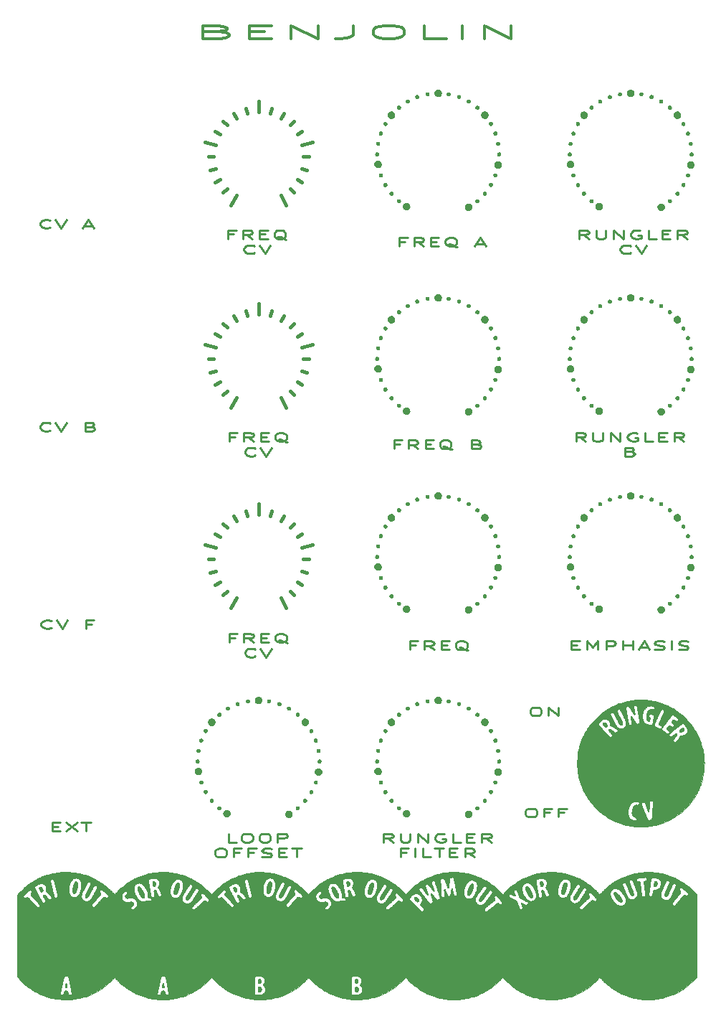
<source format=gbr>
G04 #@! TF.GenerationSoftware,KiCad,Pcbnew,(5.1.5)-3*
G04 #@! TF.CreationDate,2020-10-27T13:49:35+01:00*
G04 #@! TF.ProjectId,Benjolin Panel,42656e6a-6f6c-4696-9e20-50616e656c2e,rev?*
G04 #@! TF.SameCoordinates,Original*
G04 #@! TF.FileFunction,Legend,Top*
G04 #@! TF.FilePolarity,Positive*
%FSLAX46Y46*%
G04 Gerber Fmt 4.6, Leading zero omitted, Abs format (unit mm)*
G04 Created by KiCad (PCBNEW (5.1.5)-3) date 2020-10-27 13:49:35*
%MOMM*%
%LPD*%
G04 APERTURE LIST*
%ADD10C,0.250000*%
%ADD11C,0.350000*%
%ADD12C,0.010000*%
%ADD13C,0.416000*%
%ADD14C,0.150000*%
G04 APERTURE END LIST*
D10*
X107315238Y-122896380D02*
X107696190Y-122896380D01*
X107886666Y-122944000D01*
X108077142Y-123039238D01*
X108172380Y-123229714D01*
X108172380Y-123563047D01*
X108077142Y-123753523D01*
X107886666Y-123848761D01*
X107696190Y-123896380D01*
X107315238Y-123896380D01*
X107124761Y-123848761D01*
X106934285Y-123753523D01*
X106839047Y-123563047D01*
X106839047Y-123229714D01*
X106934285Y-123039238D01*
X107124761Y-122944000D01*
X107315238Y-122896380D01*
X109696190Y-123372571D02*
X109029523Y-123372571D01*
X109029523Y-123896380D02*
X109029523Y-122896380D01*
X109981904Y-122896380D01*
X111410476Y-123372571D02*
X110743809Y-123372571D01*
X110743809Y-123896380D02*
X110743809Y-122896380D01*
X111696190Y-122896380D01*
X107854904Y-110958380D02*
X108235857Y-110958380D01*
X108426333Y-111006000D01*
X108616809Y-111101238D01*
X108712047Y-111291714D01*
X108712047Y-111625047D01*
X108616809Y-111815523D01*
X108426333Y-111910761D01*
X108235857Y-111958380D01*
X107854904Y-111958380D01*
X107664428Y-111910761D01*
X107473952Y-111815523D01*
X107378714Y-111625047D01*
X107378714Y-111291714D01*
X107473952Y-111101238D01*
X107664428Y-111006000D01*
X107854904Y-110958380D01*
X109569190Y-111958380D02*
X109569190Y-110958380D01*
X110712047Y-111958380D01*
X110712047Y-110958380D01*
X50943142Y-125023571D02*
X51609809Y-125023571D01*
X51895523Y-125547380D02*
X50943142Y-125547380D01*
X50943142Y-124547380D01*
X51895523Y-124547380D01*
X52562190Y-124547380D02*
X53895523Y-125547380D01*
X53895523Y-124547380D02*
X52562190Y-125547380D01*
X54371714Y-124547380D02*
X55514571Y-124547380D01*
X54943142Y-125547380D02*
X54943142Y-124547380D01*
X50847857Y-101576142D02*
X50752619Y-101623761D01*
X50466904Y-101671380D01*
X50276428Y-101671380D01*
X49990714Y-101623761D01*
X49800238Y-101528523D01*
X49705000Y-101433285D01*
X49609761Y-101242809D01*
X49609761Y-101099952D01*
X49705000Y-100909476D01*
X49800238Y-100814238D01*
X49990714Y-100719000D01*
X50276428Y-100671380D01*
X50466904Y-100671380D01*
X50752619Y-100719000D01*
X50847857Y-100766619D01*
X51419285Y-100671380D02*
X52085952Y-101671380D01*
X52752619Y-100671380D01*
X55609761Y-101147571D02*
X54943095Y-101147571D01*
X54943095Y-101671380D02*
X54943095Y-100671380D01*
X55895476Y-100671380D01*
X72707809Y-126877380D02*
X71755428Y-126877380D01*
X71755428Y-125877380D01*
X73755428Y-125877380D02*
X74136380Y-125877380D01*
X74326857Y-125925000D01*
X74517333Y-126020238D01*
X74612571Y-126210714D01*
X74612571Y-126544047D01*
X74517333Y-126734523D01*
X74326857Y-126829761D01*
X74136380Y-126877380D01*
X73755428Y-126877380D01*
X73564952Y-126829761D01*
X73374476Y-126734523D01*
X73279238Y-126544047D01*
X73279238Y-126210714D01*
X73374476Y-126020238D01*
X73564952Y-125925000D01*
X73755428Y-125877380D01*
X75850666Y-125877380D02*
X76231619Y-125877380D01*
X76422095Y-125925000D01*
X76612571Y-126020238D01*
X76707809Y-126210714D01*
X76707809Y-126544047D01*
X76612571Y-126734523D01*
X76422095Y-126829761D01*
X76231619Y-126877380D01*
X75850666Y-126877380D01*
X75660190Y-126829761D01*
X75469714Y-126734523D01*
X75374476Y-126544047D01*
X75374476Y-126210714D01*
X75469714Y-126020238D01*
X75660190Y-125925000D01*
X75850666Y-125877380D01*
X77564952Y-126877380D02*
X77564952Y-125877380D01*
X78326857Y-125877380D01*
X78517333Y-125925000D01*
X78612571Y-125972619D01*
X78707809Y-126067857D01*
X78707809Y-126210714D01*
X78612571Y-126305952D01*
X78517333Y-126353571D01*
X78326857Y-126401190D01*
X77564952Y-126401190D01*
X70660190Y-127627380D02*
X71041142Y-127627380D01*
X71231619Y-127675000D01*
X71422095Y-127770238D01*
X71517333Y-127960714D01*
X71517333Y-128294047D01*
X71422095Y-128484523D01*
X71231619Y-128579761D01*
X71041142Y-128627380D01*
X70660190Y-128627380D01*
X70469714Y-128579761D01*
X70279238Y-128484523D01*
X70184000Y-128294047D01*
X70184000Y-127960714D01*
X70279238Y-127770238D01*
X70469714Y-127675000D01*
X70660190Y-127627380D01*
X73041142Y-128103571D02*
X72374476Y-128103571D01*
X72374476Y-128627380D02*
X72374476Y-127627380D01*
X73326857Y-127627380D01*
X74755428Y-128103571D02*
X74088761Y-128103571D01*
X74088761Y-128627380D02*
X74088761Y-127627380D01*
X75041142Y-127627380D01*
X75707809Y-128579761D02*
X75993523Y-128627380D01*
X76469714Y-128627380D01*
X76660190Y-128579761D01*
X76755428Y-128532142D01*
X76850666Y-128436904D01*
X76850666Y-128341666D01*
X76755428Y-128246428D01*
X76660190Y-128198809D01*
X76469714Y-128151190D01*
X76088761Y-128103571D01*
X75898285Y-128055952D01*
X75803047Y-128008333D01*
X75707809Y-127913095D01*
X75707809Y-127817857D01*
X75803047Y-127722619D01*
X75898285Y-127675000D01*
X76088761Y-127627380D01*
X76564952Y-127627380D01*
X76850666Y-127675000D01*
X77707809Y-128103571D02*
X78374476Y-128103571D01*
X78660190Y-128627380D02*
X77707809Y-128627380D01*
X77707809Y-127627380D01*
X78660190Y-127627380D01*
X79231619Y-127627380D02*
X80374476Y-127627380D01*
X79803047Y-128627380D02*
X79803047Y-127627380D01*
X91202523Y-126877380D02*
X90535857Y-126401190D01*
X90059666Y-126877380D02*
X90059666Y-125877380D01*
X90821571Y-125877380D01*
X91012047Y-125925000D01*
X91107285Y-125972619D01*
X91202523Y-126067857D01*
X91202523Y-126210714D01*
X91107285Y-126305952D01*
X91012047Y-126353571D01*
X90821571Y-126401190D01*
X90059666Y-126401190D01*
X92059666Y-125877380D02*
X92059666Y-126686904D01*
X92154904Y-126782142D01*
X92250142Y-126829761D01*
X92440619Y-126877380D01*
X92821571Y-126877380D01*
X93012047Y-126829761D01*
X93107285Y-126782142D01*
X93202523Y-126686904D01*
X93202523Y-125877380D01*
X94154904Y-126877380D02*
X94154904Y-125877380D01*
X95297761Y-126877380D01*
X95297761Y-125877380D01*
X97297761Y-125925000D02*
X97107285Y-125877380D01*
X96821571Y-125877380D01*
X96535857Y-125925000D01*
X96345380Y-126020238D01*
X96250142Y-126115476D01*
X96154904Y-126305952D01*
X96154904Y-126448809D01*
X96250142Y-126639285D01*
X96345380Y-126734523D01*
X96535857Y-126829761D01*
X96821571Y-126877380D01*
X97012047Y-126877380D01*
X97297761Y-126829761D01*
X97393000Y-126782142D01*
X97393000Y-126448809D01*
X97012047Y-126448809D01*
X99202523Y-126877380D02*
X98250142Y-126877380D01*
X98250142Y-125877380D01*
X99869190Y-126353571D02*
X100535857Y-126353571D01*
X100821571Y-126877380D02*
X99869190Y-126877380D01*
X99869190Y-125877380D01*
X100821571Y-125877380D01*
X102821571Y-126877380D02*
X102154904Y-126401190D01*
X101678714Y-126877380D02*
X101678714Y-125877380D01*
X102440619Y-125877380D01*
X102631095Y-125925000D01*
X102726333Y-125972619D01*
X102821571Y-126067857D01*
X102821571Y-126210714D01*
X102726333Y-126305952D01*
X102631095Y-126353571D01*
X102440619Y-126401190D01*
X101678714Y-126401190D01*
X92726333Y-128103571D02*
X92059666Y-128103571D01*
X92059666Y-128627380D02*
X92059666Y-127627380D01*
X93012047Y-127627380D01*
X93773952Y-128627380D02*
X93773952Y-127627380D01*
X95678714Y-128627380D02*
X94726333Y-128627380D01*
X94726333Y-127627380D01*
X96059666Y-127627380D02*
X97202523Y-127627380D01*
X96631095Y-128627380D02*
X96631095Y-127627380D01*
X97869190Y-128103571D02*
X98535857Y-128103571D01*
X98821571Y-128627380D02*
X97869190Y-128627380D01*
X97869190Y-127627380D01*
X98821571Y-127627380D01*
X100821571Y-128627380D02*
X100154904Y-128151190D01*
X99678714Y-128627380D02*
X99678714Y-127627380D01*
X100440619Y-127627380D01*
X100631095Y-127675000D01*
X100726333Y-127722619D01*
X100821571Y-127817857D01*
X100821571Y-127960714D01*
X100726333Y-128055952D01*
X100631095Y-128103571D01*
X100440619Y-128151190D01*
X99678714Y-128151190D01*
X112268857Y-103628571D02*
X112935523Y-103628571D01*
X113221238Y-104152380D02*
X112268857Y-104152380D01*
X112268857Y-103152380D01*
X113221238Y-103152380D01*
X114078380Y-104152380D02*
X114078380Y-103152380D01*
X114745047Y-103866666D01*
X115411714Y-103152380D01*
X115411714Y-104152380D01*
X116364095Y-104152380D02*
X116364095Y-103152380D01*
X117126000Y-103152380D01*
X117316476Y-103200000D01*
X117411714Y-103247619D01*
X117506952Y-103342857D01*
X117506952Y-103485714D01*
X117411714Y-103580952D01*
X117316476Y-103628571D01*
X117126000Y-103676190D01*
X116364095Y-103676190D01*
X118364095Y-104152380D02*
X118364095Y-103152380D01*
X118364095Y-103628571D02*
X119506952Y-103628571D01*
X119506952Y-104152380D02*
X119506952Y-103152380D01*
X120364095Y-103866666D02*
X121316476Y-103866666D01*
X120173619Y-104152380D02*
X120840285Y-103152380D01*
X121506952Y-104152380D01*
X122078380Y-104104761D02*
X122364095Y-104152380D01*
X122840285Y-104152380D01*
X123030761Y-104104761D01*
X123126000Y-104057142D01*
X123221238Y-103961904D01*
X123221238Y-103866666D01*
X123126000Y-103771428D01*
X123030761Y-103723809D01*
X122840285Y-103676190D01*
X122459333Y-103628571D01*
X122268857Y-103580952D01*
X122173619Y-103533333D01*
X122078380Y-103438095D01*
X122078380Y-103342857D01*
X122173619Y-103247619D01*
X122268857Y-103200000D01*
X122459333Y-103152380D01*
X122935523Y-103152380D01*
X123221238Y-103200000D01*
X124078380Y-104152380D02*
X124078380Y-103152380D01*
X124935523Y-104104761D02*
X125221238Y-104152380D01*
X125697428Y-104152380D01*
X125887904Y-104104761D01*
X125983142Y-104057142D01*
X126078380Y-103961904D01*
X126078380Y-103866666D01*
X125983142Y-103771428D01*
X125887904Y-103723809D01*
X125697428Y-103676190D01*
X125316476Y-103628571D01*
X125126000Y-103580952D01*
X125030761Y-103533333D01*
X124935523Y-103438095D01*
X124935523Y-103342857D01*
X125030761Y-103247619D01*
X125126000Y-103200000D01*
X125316476Y-103152380D01*
X125792666Y-103152380D01*
X126078380Y-103200000D01*
X93853333Y-103628571D02*
X93186666Y-103628571D01*
X93186666Y-104152380D02*
X93186666Y-103152380D01*
X94139047Y-103152380D01*
X96043809Y-104152380D02*
X95377142Y-103676190D01*
X94900952Y-104152380D02*
X94900952Y-103152380D01*
X95662857Y-103152380D01*
X95853333Y-103200000D01*
X95948571Y-103247619D01*
X96043809Y-103342857D01*
X96043809Y-103485714D01*
X95948571Y-103580952D01*
X95853333Y-103628571D01*
X95662857Y-103676190D01*
X94900952Y-103676190D01*
X96900952Y-103628571D02*
X97567619Y-103628571D01*
X97853333Y-104152380D02*
X96900952Y-104152380D01*
X96900952Y-103152380D01*
X97853333Y-103152380D01*
X100043809Y-104247619D02*
X99853333Y-104200000D01*
X99662857Y-104104761D01*
X99377142Y-103961904D01*
X99186666Y-103914285D01*
X98996190Y-103914285D01*
X99091428Y-104152380D02*
X98900952Y-104104761D01*
X98710476Y-104009523D01*
X98615238Y-103819047D01*
X98615238Y-103485714D01*
X98710476Y-103295238D01*
X98900952Y-103200000D01*
X99091428Y-103152380D01*
X99472380Y-103152380D01*
X99662857Y-103200000D01*
X99853333Y-103295238D01*
X99948571Y-103485714D01*
X99948571Y-103819047D01*
X99853333Y-104009523D01*
X99662857Y-104104761D01*
X99472380Y-104152380D01*
X99091428Y-104152380D01*
X72517333Y-102753571D02*
X71850666Y-102753571D01*
X71850666Y-103277380D02*
X71850666Y-102277380D01*
X72803047Y-102277380D01*
X74707809Y-103277380D02*
X74041142Y-102801190D01*
X73564952Y-103277380D02*
X73564952Y-102277380D01*
X74326857Y-102277380D01*
X74517333Y-102325000D01*
X74612571Y-102372619D01*
X74707809Y-102467857D01*
X74707809Y-102610714D01*
X74612571Y-102705952D01*
X74517333Y-102753571D01*
X74326857Y-102801190D01*
X73564952Y-102801190D01*
X75564952Y-102753571D02*
X76231619Y-102753571D01*
X76517333Y-103277380D02*
X75564952Y-103277380D01*
X75564952Y-102277380D01*
X76517333Y-102277380D01*
X78707809Y-103372619D02*
X78517333Y-103325000D01*
X78326857Y-103229761D01*
X78041142Y-103086904D01*
X77850666Y-103039285D01*
X77660190Y-103039285D01*
X77755428Y-103277380D02*
X77564952Y-103229761D01*
X77374476Y-103134523D01*
X77279238Y-102944047D01*
X77279238Y-102610714D01*
X77374476Y-102420238D01*
X77564952Y-102325000D01*
X77755428Y-102277380D01*
X78136380Y-102277380D01*
X78326857Y-102325000D01*
X78517333Y-102420238D01*
X78612571Y-102610714D01*
X78612571Y-102944047D01*
X78517333Y-103134523D01*
X78326857Y-103229761D01*
X78136380Y-103277380D01*
X77755428Y-103277380D01*
X74945904Y-104932142D02*
X74850666Y-104979761D01*
X74564952Y-105027380D01*
X74374476Y-105027380D01*
X74088761Y-104979761D01*
X73898285Y-104884523D01*
X73803047Y-104789285D01*
X73707809Y-104598809D01*
X73707809Y-104455952D01*
X73803047Y-104265476D01*
X73898285Y-104170238D01*
X74088761Y-104075000D01*
X74374476Y-104027380D01*
X74564952Y-104027380D01*
X74850666Y-104075000D01*
X74945904Y-104122619D01*
X75517333Y-104027380D02*
X76184000Y-105027380D01*
X76850666Y-104027380D01*
X113935523Y-79577380D02*
X113268857Y-79101190D01*
X112792666Y-79577380D02*
X112792666Y-78577380D01*
X113554571Y-78577380D01*
X113745047Y-78625000D01*
X113840285Y-78672619D01*
X113935523Y-78767857D01*
X113935523Y-78910714D01*
X113840285Y-79005952D01*
X113745047Y-79053571D01*
X113554571Y-79101190D01*
X112792666Y-79101190D01*
X114792666Y-78577380D02*
X114792666Y-79386904D01*
X114887904Y-79482142D01*
X114983142Y-79529761D01*
X115173619Y-79577380D01*
X115554571Y-79577380D01*
X115745047Y-79529761D01*
X115840285Y-79482142D01*
X115935523Y-79386904D01*
X115935523Y-78577380D01*
X116887904Y-79577380D02*
X116887904Y-78577380D01*
X118030761Y-79577380D01*
X118030761Y-78577380D01*
X120030761Y-78625000D02*
X119840285Y-78577380D01*
X119554571Y-78577380D01*
X119268857Y-78625000D01*
X119078380Y-78720238D01*
X118983142Y-78815476D01*
X118887904Y-79005952D01*
X118887904Y-79148809D01*
X118983142Y-79339285D01*
X119078380Y-79434523D01*
X119268857Y-79529761D01*
X119554571Y-79577380D01*
X119745047Y-79577380D01*
X120030761Y-79529761D01*
X120126000Y-79482142D01*
X120126000Y-79148809D01*
X119745047Y-79148809D01*
X121935523Y-79577380D02*
X120983142Y-79577380D01*
X120983142Y-78577380D01*
X122602190Y-79053571D02*
X123268857Y-79053571D01*
X123554571Y-79577380D02*
X122602190Y-79577380D01*
X122602190Y-78577380D01*
X123554571Y-78577380D01*
X125554571Y-79577380D02*
X124887904Y-79101190D01*
X124411714Y-79577380D02*
X124411714Y-78577380D01*
X125173619Y-78577380D01*
X125364095Y-78625000D01*
X125459333Y-78672619D01*
X125554571Y-78767857D01*
X125554571Y-78910714D01*
X125459333Y-79005952D01*
X125364095Y-79053571D01*
X125173619Y-79101190D01*
X124411714Y-79101190D01*
X119268857Y-80803571D02*
X119554571Y-80851190D01*
X119649809Y-80898809D01*
X119745047Y-80994047D01*
X119745047Y-81136904D01*
X119649809Y-81232142D01*
X119554571Y-81279761D01*
X119364095Y-81327380D01*
X118602190Y-81327380D01*
X118602190Y-80327380D01*
X119268857Y-80327380D01*
X119459333Y-80375000D01*
X119554571Y-80422619D01*
X119649809Y-80517857D01*
X119649809Y-80613095D01*
X119554571Y-80708333D01*
X119459333Y-80755952D01*
X119268857Y-80803571D01*
X118602190Y-80803571D01*
X91964428Y-79928571D02*
X91297761Y-79928571D01*
X91297761Y-80452380D02*
X91297761Y-79452380D01*
X92250142Y-79452380D01*
X94154904Y-80452380D02*
X93488238Y-79976190D01*
X93012047Y-80452380D02*
X93012047Y-79452380D01*
X93773952Y-79452380D01*
X93964428Y-79500000D01*
X94059666Y-79547619D01*
X94154904Y-79642857D01*
X94154904Y-79785714D01*
X94059666Y-79880952D01*
X93964428Y-79928571D01*
X93773952Y-79976190D01*
X93012047Y-79976190D01*
X95012047Y-79928571D02*
X95678714Y-79928571D01*
X95964428Y-80452380D02*
X95012047Y-80452380D01*
X95012047Y-79452380D01*
X95964428Y-79452380D01*
X98154904Y-80547619D02*
X97964428Y-80500000D01*
X97773952Y-80404761D01*
X97488238Y-80261904D01*
X97297761Y-80214285D01*
X97107285Y-80214285D01*
X97202523Y-80452380D02*
X97012047Y-80404761D01*
X96821571Y-80309523D01*
X96726333Y-80119047D01*
X96726333Y-79785714D01*
X96821571Y-79595238D01*
X97012047Y-79500000D01*
X97202523Y-79452380D01*
X97583476Y-79452380D01*
X97773952Y-79500000D01*
X97964428Y-79595238D01*
X98059666Y-79785714D01*
X98059666Y-80119047D01*
X97964428Y-80309523D01*
X97773952Y-80404761D01*
X97583476Y-80452380D01*
X97202523Y-80452380D01*
X101107285Y-79928571D02*
X101393000Y-79976190D01*
X101488238Y-80023809D01*
X101583476Y-80119047D01*
X101583476Y-80261904D01*
X101488238Y-80357142D01*
X101393000Y-80404761D01*
X101202523Y-80452380D01*
X100440619Y-80452380D01*
X100440619Y-79452380D01*
X101107285Y-79452380D01*
X101297761Y-79500000D01*
X101393000Y-79547619D01*
X101488238Y-79642857D01*
X101488238Y-79738095D01*
X101393000Y-79833333D01*
X101297761Y-79880952D01*
X101107285Y-79928571D01*
X100440619Y-79928571D01*
X72517333Y-79053571D02*
X71850666Y-79053571D01*
X71850666Y-79577380D02*
X71850666Y-78577380D01*
X72803047Y-78577380D01*
X74707809Y-79577380D02*
X74041142Y-79101190D01*
X73564952Y-79577380D02*
X73564952Y-78577380D01*
X74326857Y-78577380D01*
X74517333Y-78625000D01*
X74612571Y-78672619D01*
X74707809Y-78767857D01*
X74707809Y-78910714D01*
X74612571Y-79005952D01*
X74517333Y-79053571D01*
X74326857Y-79101190D01*
X73564952Y-79101190D01*
X75564952Y-79053571D02*
X76231619Y-79053571D01*
X76517333Y-79577380D02*
X75564952Y-79577380D01*
X75564952Y-78577380D01*
X76517333Y-78577380D01*
X78707809Y-79672619D02*
X78517333Y-79625000D01*
X78326857Y-79529761D01*
X78041142Y-79386904D01*
X77850666Y-79339285D01*
X77660190Y-79339285D01*
X77755428Y-79577380D02*
X77564952Y-79529761D01*
X77374476Y-79434523D01*
X77279238Y-79244047D01*
X77279238Y-78910714D01*
X77374476Y-78720238D01*
X77564952Y-78625000D01*
X77755428Y-78577380D01*
X78136380Y-78577380D01*
X78326857Y-78625000D01*
X78517333Y-78720238D01*
X78612571Y-78910714D01*
X78612571Y-79244047D01*
X78517333Y-79434523D01*
X78326857Y-79529761D01*
X78136380Y-79577380D01*
X77755428Y-79577380D01*
X74945904Y-81232142D02*
X74850666Y-81279761D01*
X74564952Y-81327380D01*
X74374476Y-81327380D01*
X74088761Y-81279761D01*
X73898285Y-81184523D01*
X73803047Y-81089285D01*
X73707809Y-80898809D01*
X73707809Y-80755952D01*
X73803047Y-80565476D01*
X73898285Y-80470238D01*
X74088761Y-80375000D01*
X74374476Y-80327380D01*
X74564952Y-80327380D01*
X74850666Y-80375000D01*
X74945904Y-80422619D01*
X75517333Y-80327380D02*
X76184000Y-81327380D01*
X76850666Y-80327380D01*
X50705000Y-78277142D02*
X50609761Y-78324761D01*
X50324047Y-78372380D01*
X50133571Y-78372380D01*
X49847857Y-78324761D01*
X49657380Y-78229523D01*
X49562142Y-78134285D01*
X49466904Y-77943809D01*
X49466904Y-77800952D01*
X49562142Y-77610476D01*
X49657380Y-77515238D01*
X49847857Y-77420000D01*
X50133571Y-77372380D01*
X50324047Y-77372380D01*
X50609761Y-77420000D01*
X50705000Y-77467619D01*
X51276428Y-77372380D02*
X51943095Y-78372380D01*
X52609761Y-77372380D01*
X55466904Y-77848571D02*
X55752619Y-77896190D01*
X55847857Y-77943809D01*
X55943095Y-78039047D01*
X55943095Y-78181904D01*
X55847857Y-78277142D01*
X55752619Y-78324761D01*
X55562142Y-78372380D01*
X54800238Y-78372380D01*
X54800238Y-77372380D01*
X55466904Y-77372380D01*
X55657380Y-77420000D01*
X55752619Y-77467619D01*
X55847857Y-77562857D01*
X55847857Y-77658095D01*
X55752619Y-77753333D01*
X55657380Y-77800952D01*
X55466904Y-77848571D01*
X54800238Y-77848571D01*
X72390333Y-55153571D02*
X71723666Y-55153571D01*
X71723666Y-55677380D02*
X71723666Y-54677380D01*
X72676047Y-54677380D01*
X74580809Y-55677380D02*
X73914142Y-55201190D01*
X73437952Y-55677380D02*
X73437952Y-54677380D01*
X74199857Y-54677380D01*
X74390333Y-54725000D01*
X74485571Y-54772619D01*
X74580809Y-54867857D01*
X74580809Y-55010714D01*
X74485571Y-55105952D01*
X74390333Y-55153571D01*
X74199857Y-55201190D01*
X73437952Y-55201190D01*
X75437952Y-55153571D02*
X76104619Y-55153571D01*
X76390333Y-55677380D02*
X75437952Y-55677380D01*
X75437952Y-54677380D01*
X76390333Y-54677380D01*
X78580809Y-55772619D02*
X78390333Y-55725000D01*
X78199857Y-55629761D01*
X77914142Y-55486904D01*
X77723666Y-55439285D01*
X77533190Y-55439285D01*
X77628428Y-55677380D02*
X77437952Y-55629761D01*
X77247476Y-55534523D01*
X77152238Y-55344047D01*
X77152238Y-55010714D01*
X77247476Y-54820238D01*
X77437952Y-54725000D01*
X77628428Y-54677380D01*
X78009380Y-54677380D01*
X78199857Y-54725000D01*
X78390333Y-54820238D01*
X78485571Y-55010714D01*
X78485571Y-55344047D01*
X78390333Y-55534523D01*
X78199857Y-55629761D01*
X78009380Y-55677380D01*
X77628428Y-55677380D01*
X74818904Y-57332142D02*
X74723666Y-57379761D01*
X74437952Y-57427380D01*
X74247476Y-57427380D01*
X73961761Y-57379761D01*
X73771285Y-57284523D01*
X73676047Y-57189285D01*
X73580809Y-56998809D01*
X73580809Y-56855952D01*
X73676047Y-56665476D01*
X73771285Y-56570238D01*
X73961761Y-56475000D01*
X74247476Y-56427380D01*
X74437952Y-56427380D01*
X74723666Y-56475000D01*
X74818904Y-56522619D01*
X75390333Y-56427380D02*
X76057000Y-57427380D01*
X76723666Y-56427380D01*
X114316523Y-55677380D02*
X113649857Y-55201190D01*
X113173666Y-55677380D02*
X113173666Y-54677380D01*
X113935571Y-54677380D01*
X114126047Y-54725000D01*
X114221285Y-54772619D01*
X114316523Y-54867857D01*
X114316523Y-55010714D01*
X114221285Y-55105952D01*
X114126047Y-55153571D01*
X113935571Y-55201190D01*
X113173666Y-55201190D01*
X115173666Y-54677380D02*
X115173666Y-55486904D01*
X115268904Y-55582142D01*
X115364142Y-55629761D01*
X115554619Y-55677380D01*
X115935571Y-55677380D01*
X116126047Y-55629761D01*
X116221285Y-55582142D01*
X116316523Y-55486904D01*
X116316523Y-54677380D01*
X117268904Y-55677380D02*
X117268904Y-54677380D01*
X118411761Y-55677380D01*
X118411761Y-54677380D01*
X120411761Y-54725000D02*
X120221285Y-54677380D01*
X119935571Y-54677380D01*
X119649857Y-54725000D01*
X119459380Y-54820238D01*
X119364142Y-54915476D01*
X119268904Y-55105952D01*
X119268904Y-55248809D01*
X119364142Y-55439285D01*
X119459380Y-55534523D01*
X119649857Y-55629761D01*
X119935571Y-55677380D01*
X120126047Y-55677380D01*
X120411761Y-55629761D01*
X120507000Y-55582142D01*
X120507000Y-55248809D01*
X120126047Y-55248809D01*
X122316523Y-55677380D02*
X121364142Y-55677380D01*
X121364142Y-54677380D01*
X122983190Y-55153571D02*
X123649857Y-55153571D01*
X123935571Y-55677380D02*
X122983190Y-55677380D01*
X122983190Y-54677380D01*
X123935571Y-54677380D01*
X125935571Y-55677380D02*
X125268904Y-55201190D01*
X124792714Y-55677380D02*
X124792714Y-54677380D01*
X125554619Y-54677380D01*
X125745095Y-54725000D01*
X125840333Y-54772619D01*
X125935571Y-54867857D01*
X125935571Y-55010714D01*
X125840333Y-55105952D01*
X125745095Y-55153571D01*
X125554619Y-55201190D01*
X124792714Y-55201190D01*
X119268904Y-57332142D02*
X119173666Y-57379761D01*
X118887952Y-57427380D01*
X118697476Y-57427380D01*
X118411761Y-57379761D01*
X118221285Y-57284523D01*
X118126047Y-57189285D01*
X118030809Y-56998809D01*
X118030809Y-56855952D01*
X118126047Y-56665476D01*
X118221285Y-56570238D01*
X118411761Y-56475000D01*
X118697476Y-56427380D01*
X118887952Y-56427380D01*
X119173666Y-56475000D01*
X119268904Y-56522619D01*
X119840333Y-56427380D02*
X120507000Y-57427380D01*
X121173666Y-56427380D01*
X92615285Y-56028571D02*
X91948619Y-56028571D01*
X91948619Y-56552380D02*
X91948619Y-55552380D01*
X92901000Y-55552380D01*
X94805761Y-56552380D02*
X94139095Y-56076190D01*
X93662904Y-56552380D02*
X93662904Y-55552380D01*
X94424809Y-55552380D01*
X94615285Y-55600000D01*
X94710523Y-55647619D01*
X94805761Y-55742857D01*
X94805761Y-55885714D01*
X94710523Y-55980952D01*
X94615285Y-56028571D01*
X94424809Y-56076190D01*
X93662904Y-56076190D01*
X95662904Y-56028571D02*
X96329571Y-56028571D01*
X96615285Y-56552380D02*
X95662904Y-56552380D01*
X95662904Y-55552380D01*
X96615285Y-55552380D01*
X98805761Y-56647619D02*
X98615285Y-56600000D01*
X98424809Y-56504761D01*
X98139095Y-56361904D01*
X97948619Y-56314285D01*
X97758142Y-56314285D01*
X97853380Y-56552380D02*
X97662904Y-56504761D01*
X97472428Y-56409523D01*
X97377190Y-56219047D01*
X97377190Y-55885714D01*
X97472428Y-55695238D01*
X97662904Y-55600000D01*
X97853380Y-55552380D01*
X98234333Y-55552380D01*
X98424809Y-55600000D01*
X98615285Y-55695238D01*
X98710523Y-55885714D01*
X98710523Y-56219047D01*
X98615285Y-56409523D01*
X98424809Y-56504761D01*
X98234333Y-56552380D01*
X97853380Y-56552380D01*
X100996238Y-56266666D02*
X101948619Y-56266666D01*
X100805761Y-56552380D02*
X101472428Y-55552380D01*
X102139095Y-56552380D01*
X50720857Y-54332142D02*
X50625619Y-54379761D01*
X50339904Y-54427380D01*
X50149428Y-54427380D01*
X49863714Y-54379761D01*
X49673238Y-54284523D01*
X49578000Y-54189285D01*
X49482761Y-53998809D01*
X49482761Y-53855952D01*
X49578000Y-53665476D01*
X49673238Y-53570238D01*
X49863714Y-53475000D01*
X50149428Y-53427380D01*
X50339904Y-53427380D01*
X50625619Y-53475000D01*
X50720857Y-53522619D01*
X51292285Y-53427380D02*
X51958952Y-54427380D01*
X52625619Y-53427380D01*
X54720857Y-54141666D02*
X55673238Y-54141666D01*
X54530380Y-54427380D02*
X55197047Y-53427380D01*
X55863714Y-54427380D01*
D11*
X70530952Y-31261857D02*
X71316666Y-31333285D01*
X71578571Y-31404714D01*
X71840476Y-31547571D01*
X71840476Y-31761857D01*
X71578571Y-31904714D01*
X71316666Y-31976142D01*
X70792857Y-32047571D01*
X68697619Y-32047571D01*
X68697619Y-30547571D01*
X70530952Y-30547571D01*
X71054761Y-30619000D01*
X71316666Y-30690428D01*
X71578571Y-30833285D01*
X71578571Y-30976142D01*
X71316666Y-31119000D01*
X71054761Y-31190428D01*
X70530952Y-31261857D01*
X68697619Y-31261857D01*
X74197619Y-31261857D02*
X76030952Y-31261857D01*
X76816666Y-32047571D02*
X74197619Y-32047571D01*
X74197619Y-30547571D01*
X76816666Y-30547571D01*
X79173809Y-32047571D02*
X79173809Y-30547571D01*
X82316666Y-32047571D01*
X82316666Y-30547571D01*
X86507142Y-30547571D02*
X86507142Y-31619000D01*
X86245238Y-31833285D01*
X85721428Y-31976142D01*
X84935714Y-32047571D01*
X84411904Y-32047571D01*
X90173809Y-30547571D02*
X91221428Y-30547571D01*
X91745238Y-30619000D01*
X92269047Y-30761857D01*
X92530952Y-31047571D01*
X92530952Y-31547571D01*
X92269047Y-31833285D01*
X91745238Y-31976142D01*
X91221428Y-32047571D01*
X90173809Y-32047571D01*
X89650000Y-31976142D01*
X89126190Y-31833285D01*
X88864285Y-31547571D01*
X88864285Y-31047571D01*
X89126190Y-30761857D01*
X89650000Y-30619000D01*
X90173809Y-30547571D01*
X97507142Y-32047571D02*
X94888095Y-32047571D01*
X94888095Y-30547571D01*
X99340476Y-32047571D02*
X99340476Y-30547571D01*
X101959523Y-32047571D02*
X101959523Y-30547571D01*
X105102380Y-32047571D01*
X105102380Y-30547571D01*
D12*
G36*
X76548207Y-110034287D02*
G01*
X76588557Y-110046738D01*
X76624084Y-110065998D01*
X76654302Y-110091605D01*
X76678728Y-110123097D01*
X76696876Y-110160012D01*
X76704126Y-110182915D01*
X76709993Y-110221103D01*
X76708084Y-110258414D01*
X76699088Y-110294032D01*
X76683697Y-110327142D01*
X76662601Y-110356929D01*
X76636489Y-110382579D01*
X76606053Y-110403275D01*
X76571981Y-110418204D01*
X76534965Y-110426550D01*
X76496911Y-110427586D01*
X76458003Y-110420977D01*
X76422601Y-110407353D01*
X76391215Y-110387616D01*
X76364355Y-110362670D01*
X76342529Y-110333417D01*
X76326249Y-110300761D01*
X76316022Y-110265604D01*
X76312360Y-110228850D01*
X76315770Y-110191402D01*
X76326764Y-110154163D01*
X76333851Y-110138633D01*
X76355097Y-110105690D01*
X76382102Y-110077987D01*
X76413700Y-110056092D01*
X76448725Y-110040573D01*
X76486013Y-110031997D01*
X76524396Y-110030932D01*
X76548207Y-110034287D01*
G37*
X76548207Y-110034287D02*
X76588557Y-110046738D01*
X76624084Y-110065998D01*
X76654302Y-110091605D01*
X76678728Y-110123097D01*
X76696876Y-110160012D01*
X76704126Y-110182915D01*
X76709993Y-110221103D01*
X76708084Y-110258414D01*
X76699088Y-110294032D01*
X76683697Y-110327142D01*
X76662601Y-110356929D01*
X76636489Y-110382579D01*
X76606053Y-110403275D01*
X76571981Y-110418204D01*
X76534965Y-110426550D01*
X76496911Y-110427586D01*
X76458003Y-110420977D01*
X76422601Y-110407353D01*
X76391215Y-110387616D01*
X76364355Y-110362670D01*
X76342529Y-110333417D01*
X76326249Y-110300761D01*
X76316022Y-110265604D01*
X76312360Y-110228850D01*
X76315770Y-110191402D01*
X76326764Y-110154163D01*
X76333851Y-110138633D01*
X76355097Y-110105690D01*
X76382102Y-110077987D01*
X76413700Y-110056092D01*
X76448725Y-110040573D01*
X76486013Y-110031997D01*
X76524396Y-110030932D01*
X76548207Y-110034287D01*
G36*
X74031438Y-110031684D02*
G01*
X74067501Y-110038760D01*
X74101234Y-110052188D01*
X74131814Y-110071470D01*
X74158417Y-110096107D01*
X74180222Y-110125598D01*
X74196406Y-110159446D01*
X74206145Y-110197151D01*
X74208744Y-110230263D01*
X74204842Y-110269650D01*
X74193552Y-110306267D01*
X74175696Y-110339403D01*
X74152098Y-110368343D01*
X74123583Y-110392377D01*
X74090974Y-110410792D01*
X74055096Y-110422875D01*
X74016770Y-110427914D01*
X73982311Y-110426048D01*
X73943528Y-110416473D01*
X73908148Y-110399571D01*
X73876969Y-110376070D01*
X73850790Y-110346700D01*
X73830412Y-110312190D01*
X73817176Y-110275399D01*
X73811654Y-110238024D01*
X73813862Y-110200328D01*
X73823219Y-110163599D01*
X73839142Y-110129123D01*
X73861048Y-110098188D01*
X73888357Y-110072081D01*
X73917494Y-110053563D01*
X73955611Y-110038586D01*
X73993867Y-110031459D01*
X74031438Y-110031684D01*
G37*
X74031438Y-110031684D02*
X74067501Y-110038760D01*
X74101234Y-110052188D01*
X74131814Y-110071470D01*
X74158417Y-110096107D01*
X74180222Y-110125598D01*
X74196406Y-110159446D01*
X74206145Y-110197151D01*
X74208744Y-110230263D01*
X74204842Y-110269650D01*
X74193552Y-110306267D01*
X74175696Y-110339403D01*
X74152098Y-110368343D01*
X74123583Y-110392377D01*
X74090974Y-110410792D01*
X74055096Y-110422875D01*
X74016770Y-110427914D01*
X73982311Y-110426048D01*
X73943528Y-110416473D01*
X73908148Y-110399571D01*
X73876969Y-110376070D01*
X73850790Y-110346700D01*
X73830412Y-110312190D01*
X73817176Y-110275399D01*
X73811654Y-110238024D01*
X73813862Y-110200328D01*
X73823219Y-110163599D01*
X73839142Y-110129123D01*
X73861048Y-110098188D01*
X73888357Y-110072081D01*
X73917494Y-110053563D01*
X73955611Y-110038586D01*
X73993867Y-110031459D01*
X74031438Y-110031684D01*
G36*
X75292431Y-109722538D02*
G01*
X75324927Y-109725347D01*
X75352347Y-109730152D01*
X75356648Y-109731259D01*
X75411749Y-109749934D01*
X75461300Y-109774462D01*
X75506425Y-109805488D01*
X75542527Y-109837835D01*
X75579653Y-109880056D01*
X75609726Y-109925736D01*
X75633392Y-109975999D01*
X75649103Y-110023714D01*
X75654276Y-110049904D01*
X75657454Y-110081662D01*
X75658636Y-110116326D01*
X75657823Y-110151237D01*
X75655014Y-110183732D01*
X75650209Y-110211152D01*
X75649103Y-110215453D01*
X75629357Y-110272536D01*
X75602949Y-110324719D01*
X75570280Y-110371620D01*
X75531752Y-110412859D01*
X75487766Y-110448053D01*
X75438726Y-110476821D01*
X75385032Y-110498782D01*
X75336978Y-110511617D01*
X75291054Y-110517885D01*
X75242766Y-110518656D01*
X75195936Y-110513935D01*
X75182461Y-110511389D01*
X75125620Y-110495168D01*
X75072965Y-110471785D01*
X75024940Y-110441673D01*
X74981992Y-110405267D01*
X74944565Y-110363000D01*
X74913104Y-110315305D01*
X74888054Y-110262617D01*
X74870359Y-110207371D01*
X74866146Y-110183334D01*
X74863688Y-110153636D01*
X74862956Y-110120894D01*
X74863918Y-110087725D01*
X74866546Y-110056744D01*
X74870808Y-110030568D01*
X74872490Y-110023714D01*
X74891153Y-109968554D01*
X74915753Y-109918895D01*
X74946918Y-109873643D01*
X74979029Y-109837835D01*
X75021251Y-109800709D01*
X75066930Y-109770635D01*
X75117194Y-109746969D01*
X75164908Y-109731259D01*
X75191098Y-109726085D01*
X75222856Y-109722907D01*
X75257521Y-109721725D01*
X75292431Y-109722538D01*
G37*
X75292431Y-109722538D02*
X75324927Y-109725347D01*
X75352347Y-109730152D01*
X75356648Y-109731259D01*
X75411749Y-109749934D01*
X75461300Y-109774462D01*
X75506425Y-109805488D01*
X75542527Y-109837835D01*
X75579653Y-109880056D01*
X75609726Y-109925736D01*
X75633392Y-109975999D01*
X75649103Y-110023714D01*
X75654276Y-110049904D01*
X75657454Y-110081662D01*
X75658636Y-110116326D01*
X75657823Y-110151237D01*
X75655014Y-110183732D01*
X75650209Y-110211152D01*
X75649103Y-110215453D01*
X75629357Y-110272536D01*
X75602949Y-110324719D01*
X75570280Y-110371620D01*
X75531752Y-110412859D01*
X75487766Y-110448053D01*
X75438726Y-110476821D01*
X75385032Y-110498782D01*
X75336978Y-110511617D01*
X75291054Y-110517885D01*
X75242766Y-110518656D01*
X75195936Y-110513935D01*
X75182461Y-110511389D01*
X75125620Y-110495168D01*
X75072965Y-110471785D01*
X75024940Y-110441673D01*
X74981992Y-110405267D01*
X74944565Y-110363000D01*
X74913104Y-110315305D01*
X74888054Y-110262617D01*
X74870359Y-110207371D01*
X74866146Y-110183334D01*
X74863688Y-110153636D01*
X74862956Y-110120894D01*
X74863918Y-110087725D01*
X74866546Y-110056744D01*
X74870808Y-110030568D01*
X74872490Y-110023714D01*
X74891153Y-109968554D01*
X74915753Y-109918895D01*
X74946918Y-109873643D01*
X74979029Y-109837835D01*
X75021251Y-109800709D01*
X75066930Y-109770635D01*
X75117194Y-109746969D01*
X75164908Y-109731259D01*
X75191098Y-109726085D01*
X75222856Y-109722907D01*
X75257521Y-109721725D01*
X75292431Y-109722538D01*
G36*
X77764956Y-110358749D02*
G01*
X77800308Y-110370464D01*
X77833220Y-110388810D01*
X77862527Y-110412871D01*
X77887063Y-110441730D01*
X77905661Y-110474469D01*
X77915147Y-110501531D01*
X77921609Y-110541714D01*
X77920284Y-110580636D01*
X77911790Y-110617503D01*
X77896744Y-110651518D01*
X77875764Y-110681887D01*
X77849468Y-110707814D01*
X77818474Y-110728505D01*
X77783399Y-110743164D01*
X77744862Y-110750995D01*
X77720513Y-110752088D01*
X77701974Y-110751090D01*
X77683725Y-110748876D01*
X77671661Y-110746401D01*
X77635278Y-110732205D01*
X77602957Y-110711606D01*
X77575312Y-110685633D01*
X77552956Y-110655319D01*
X77536502Y-110621694D01*
X77526564Y-110585790D01*
X77523753Y-110548637D01*
X77528683Y-110511269D01*
X77529645Y-110507488D01*
X77544139Y-110468555D01*
X77565224Y-110434297D01*
X77592087Y-110405337D01*
X77623917Y-110382301D01*
X77659900Y-110365814D01*
X77699226Y-110356500D01*
X77728331Y-110354584D01*
X77764956Y-110358749D01*
G37*
X77764956Y-110358749D02*
X77800308Y-110370464D01*
X77833220Y-110388810D01*
X77862527Y-110412871D01*
X77887063Y-110441730D01*
X77905661Y-110474469D01*
X77915147Y-110501531D01*
X77921609Y-110541714D01*
X77920284Y-110580636D01*
X77911790Y-110617503D01*
X77896744Y-110651518D01*
X77875764Y-110681887D01*
X77849468Y-110707814D01*
X77818474Y-110728505D01*
X77783399Y-110743164D01*
X77744862Y-110750995D01*
X77720513Y-110752088D01*
X77701974Y-110751090D01*
X77683725Y-110748876D01*
X77671661Y-110746401D01*
X77635278Y-110732205D01*
X77602957Y-110711606D01*
X77575312Y-110685633D01*
X77552956Y-110655319D01*
X77536502Y-110621694D01*
X77526564Y-110585790D01*
X77523753Y-110548637D01*
X77528683Y-110511269D01*
X77529645Y-110507488D01*
X77544139Y-110468555D01*
X77565224Y-110434297D01*
X77592087Y-110405337D01*
X77623917Y-110382301D01*
X77659900Y-110365814D01*
X77699226Y-110356500D01*
X77728331Y-110354584D01*
X77764956Y-110358749D01*
G36*
X72834491Y-110358486D02*
G01*
X72872884Y-110369998D01*
X72907645Y-110388531D01*
X72938015Y-110413494D01*
X72963233Y-110444299D01*
X72982541Y-110480357D01*
X72992306Y-110509050D01*
X72997943Y-110545824D01*
X72995799Y-110582567D01*
X72986499Y-110618251D01*
X72970668Y-110651845D01*
X72948932Y-110682322D01*
X72921917Y-110708653D01*
X72890249Y-110729808D01*
X72854553Y-110744759D01*
X72847778Y-110746704D01*
X72823292Y-110750826D01*
X72794817Y-110751875D01*
X72766238Y-110749888D01*
X72744411Y-110745744D01*
X72708754Y-110731918D01*
X72676248Y-110711033D01*
X72648060Y-110684262D01*
X72625355Y-110652775D01*
X72609297Y-110617745D01*
X72605869Y-110606417D01*
X72601571Y-110581040D01*
X72600450Y-110551748D01*
X72602484Y-110522464D01*
X72606409Y-110501531D01*
X72619685Y-110466445D01*
X72639789Y-110434539D01*
X72665555Y-110406729D01*
X72695818Y-110383934D01*
X72729410Y-110367069D01*
X72765168Y-110357052D01*
X72793225Y-110354584D01*
X72834491Y-110358486D01*
G37*
X72834491Y-110358486D02*
X72872884Y-110369998D01*
X72907645Y-110388531D01*
X72938015Y-110413494D01*
X72963233Y-110444299D01*
X72982541Y-110480357D01*
X72992306Y-110509050D01*
X72997943Y-110545824D01*
X72995799Y-110582567D01*
X72986499Y-110618251D01*
X72970668Y-110651845D01*
X72948932Y-110682322D01*
X72921917Y-110708653D01*
X72890249Y-110729808D01*
X72854553Y-110744759D01*
X72847778Y-110746704D01*
X72823292Y-110750826D01*
X72794817Y-110751875D01*
X72766238Y-110749888D01*
X72744411Y-110745744D01*
X72708754Y-110731918D01*
X72676248Y-110711033D01*
X72648060Y-110684262D01*
X72625355Y-110652775D01*
X72609297Y-110617745D01*
X72605869Y-110606417D01*
X72601571Y-110581040D01*
X72600450Y-110551748D01*
X72602484Y-110522464D01*
X72606409Y-110501531D01*
X72619685Y-110466445D01*
X72639789Y-110434539D01*
X72665555Y-110406729D01*
X72695818Y-110383934D01*
X72729410Y-110367069D01*
X72765168Y-110357052D01*
X72793225Y-110354584D01*
X72834491Y-110358486D01*
G36*
X78886628Y-110887634D02*
G01*
X78925025Y-110897168D01*
X78960805Y-110913858D01*
X78992683Y-110936789D01*
X79019377Y-110965046D01*
X79038795Y-110996052D01*
X79052996Y-111033832D01*
X79059315Y-111072307D01*
X79058109Y-111110467D01*
X79049736Y-111147302D01*
X79034553Y-111181800D01*
X79012918Y-111212950D01*
X78985187Y-111239742D01*
X78951720Y-111261165D01*
X78943675Y-111265033D01*
X78927840Y-111271230D01*
X78909273Y-111277031D01*
X78890624Y-111281763D01*
X78874542Y-111284756D01*
X78863676Y-111285336D01*
X78863625Y-111285330D01*
X78857325Y-111284540D01*
X78845333Y-111283007D01*
X78831646Y-111281243D01*
X78797077Y-111272792D01*
X78763403Y-111257163D01*
X78732424Y-111235598D01*
X78705937Y-111209338D01*
X78686522Y-111181079D01*
X78671575Y-111145102D01*
X78663739Y-111106243D01*
X78663265Y-111066580D01*
X78668750Y-111034132D01*
X78682495Y-110997203D01*
X78702866Y-110964408D01*
X78728863Y-110936419D01*
X78759489Y-110913906D01*
X78793743Y-110897543D01*
X78830627Y-110888000D01*
X78869141Y-110885949D01*
X78886628Y-110887634D01*
G37*
X78886628Y-110887634D02*
X78925025Y-110897168D01*
X78960805Y-110913858D01*
X78992683Y-110936789D01*
X79019377Y-110965046D01*
X79038795Y-110996052D01*
X79052996Y-111033832D01*
X79059315Y-111072307D01*
X79058109Y-111110467D01*
X79049736Y-111147302D01*
X79034553Y-111181800D01*
X79012918Y-111212950D01*
X78985187Y-111239742D01*
X78951720Y-111261165D01*
X78943675Y-111265033D01*
X78927840Y-111271230D01*
X78909273Y-111277031D01*
X78890624Y-111281763D01*
X78874542Y-111284756D01*
X78863676Y-111285336D01*
X78863625Y-111285330D01*
X78857325Y-111284540D01*
X78845333Y-111283007D01*
X78831646Y-111281243D01*
X78797077Y-111272792D01*
X78763403Y-111257163D01*
X78732424Y-111235598D01*
X78705937Y-111209338D01*
X78686522Y-111181079D01*
X78671575Y-111145102D01*
X78663739Y-111106243D01*
X78663265Y-111066580D01*
X78668750Y-111034132D01*
X78682495Y-110997203D01*
X78702866Y-110964408D01*
X78728863Y-110936419D01*
X78759489Y-110913906D01*
X78793743Y-110897543D01*
X78830627Y-110888000D01*
X78869141Y-110885949D01*
X78886628Y-110887634D01*
G36*
X71711584Y-110892392D02*
G01*
X71747138Y-110905788D01*
X71779509Y-110925634D01*
X71807700Y-110951258D01*
X71830710Y-110981987D01*
X71847542Y-111017150D01*
X71852805Y-111034132D01*
X71858883Y-111073128D01*
X71857266Y-111111914D01*
X71848424Y-111149310D01*
X71832828Y-111184133D01*
X71810947Y-111215202D01*
X71783251Y-111241334D01*
X71765685Y-111253189D01*
X71730842Y-111269801D01*
X71693932Y-111280162D01*
X71657039Y-111283859D01*
X71624912Y-111281022D01*
X71586370Y-111269582D01*
X71552158Y-111251562D01*
X71522742Y-111227896D01*
X71498585Y-111199514D01*
X71480153Y-111167348D01*
X71467911Y-111132330D01*
X71462323Y-111095393D01*
X71463854Y-111057466D01*
X71472969Y-111019483D01*
X71482761Y-110996052D01*
X71503327Y-110963576D01*
X71530300Y-110935555D01*
X71562396Y-110912904D01*
X71598331Y-110896538D01*
X71634928Y-110887634D01*
X71673848Y-110886116D01*
X71711584Y-110892392D01*
G37*
X71711584Y-110892392D02*
X71747138Y-110905788D01*
X71779509Y-110925634D01*
X71807700Y-110951258D01*
X71830710Y-110981987D01*
X71847542Y-111017150D01*
X71852805Y-111034132D01*
X71858883Y-111073128D01*
X71857266Y-111111914D01*
X71848424Y-111149310D01*
X71832828Y-111184133D01*
X71810947Y-111215202D01*
X71783251Y-111241334D01*
X71765685Y-111253189D01*
X71730842Y-111269801D01*
X71693932Y-111280162D01*
X71657039Y-111283859D01*
X71624912Y-111281022D01*
X71586370Y-111269582D01*
X71552158Y-111251562D01*
X71522742Y-111227896D01*
X71498585Y-111199514D01*
X71480153Y-111167348D01*
X71467911Y-111132330D01*
X71462323Y-111095393D01*
X71463854Y-111057466D01*
X71472969Y-111019483D01*
X71482761Y-110996052D01*
X71503327Y-110963576D01*
X71530300Y-110935555D01*
X71562396Y-110912904D01*
X71598331Y-110896538D01*
X71634928Y-110887634D01*
X71673848Y-110886116D01*
X71711584Y-110892392D01*
G36*
X79898395Y-111608507D02*
G01*
X79919852Y-111609661D01*
X79935640Y-111611463D01*
X79948557Y-111614504D01*
X79961402Y-111619378D01*
X79971404Y-111623986D01*
X80006293Y-111645026D01*
X80035473Y-111671478D01*
X80058574Y-111702340D01*
X80075231Y-111736611D01*
X80085075Y-111773290D01*
X80087740Y-111811378D01*
X80082857Y-111849872D01*
X80070059Y-111887773D01*
X80069058Y-111889949D01*
X80058091Y-111908337D01*
X80042212Y-111928556D01*
X80023439Y-111948539D01*
X80003792Y-111966215D01*
X79985291Y-111979515D01*
X79977654Y-111983625D01*
X79938077Y-111997804D01*
X79898307Y-112004005D01*
X79859252Y-112002121D01*
X79844264Y-111999136D01*
X79805144Y-111985406D01*
X79770414Y-111964651D01*
X79740707Y-111937432D01*
X79716657Y-111904311D01*
X79701229Y-111872184D01*
X79697274Y-111859629D01*
X79694768Y-111845248D01*
X79693456Y-111826832D01*
X79693078Y-111802333D01*
X79693190Y-111781093D01*
X79693841Y-111765884D01*
X79695506Y-111754268D01*
X79698658Y-111743811D01*
X79703770Y-111732076D01*
X79708718Y-111721900D01*
X79723695Y-111694487D01*
X79739191Y-111673073D01*
X79757156Y-111655312D01*
X79775440Y-111641594D01*
X79802945Y-111625259D01*
X79829843Y-111614734D01*
X79858752Y-111609317D01*
X79892288Y-111608302D01*
X79898395Y-111608507D01*
G37*
X79898395Y-111608507D02*
X79919852Y-111609661D01*
X79935640Y-111611463D01*
X79948557Y-111614504D01*
X79961402Y-111619378D01*
X79971404Y-111623986D01*
X80006293Y-111645026D01*
X80035473Y-111671478D01*
X80058574Y-111702340D01*
X80075231Y-111736611D01*
X80085075Y-111773290D01*
X80087740Y-111811378D01*
X80082857Y-111849872D01*
X80070059Y-111887773D01*
X80069058Y-111889949D01*
X80058091Y-111908337D01*
X80042212Y-111928556D01*
X80023439Y-111948539D01*
X80003792Y-111966215D01*
X79985291Y-111979515D01*
X79977654Y-111983625D01*
X79938077Y-111997804D01*
X79898307Y-112004005D01*
X79859252Y-112002121D01*
X79844264Y-111999136D01*
X79805144Y-111985406D01*
X79770414Y-111964651D01*
X79740707Y-111937432D01*
X79716657Y-111904311D01*
X79701229Y-111872184D01*
X79697274Y-111859629D01*
X79694768Y-111845248D01*
X79693456Y-111826832D01*
X79693078Y-111802333D01*
X79693190Y-111781093D01*
X79693841Y-111765884D01*
X79695506Y-111754268D01*
X79698658Y-111743811D01*
X79703770Y-111732076D01*
X79708718Y-111721900D01*
X79723695Y-111694487D01*
X79739191Y-111673073D01*
X79757156Y-111655312D01*
X79775440Y-111641594D01*
X79802945Y-111625259D01*
X79829843Y-111614734D01*
X79858752Y-111609317D01*
X79892288Y-111608302D01*
X79898395Y-111608507D01*
G36*
X70657703Y-111608868D02*
G01*
X70687190Y-111613517D01*
X70714238Y-111623158D01*
X70741465Y-111638495D01*
X70746115Y-111641594D01*
X70767631Y-111658103D01*
X70785051Y-111676307D01*
X70800327Y-111698553D01*
X70812837Y-111721900D01*
X70819588Y-111735953D01*
X70824050Y-111747037D01*
X70826696Y-111757590D01*
X70828000Y-111770048D01*
X70828436Y-111786846D01*
X70828478Y-111802333D01*
X70828114Y-111826680D01*
X70826845Y-111844809D01*
X70824408Y-111858944D01*
X70820540Y-111871309D01*
X70820202Y-111872184D01*
X70801060Y-111910444D01*
X70776036Y-111942730D01*
X70745473Y-111968742D01*
X70709714Y-111988179D01*
X70675467Y-111999311D01*
X70642019Y-112004467D01*
X70609582Y-112003080D01*
X70588551Y-111999000D01*
X70570550Y-111993773D01*
X70551977Y-111987080D01*
X70544101Y-111983718D01*
X70526659Y-111973068D01*
X70507165Y-111957075D01*
X70487648Y-111937816D01*
X70470136Y-111917367D01*
X70456657Y-111897804D01*
X70452498Y-111889949D01*
X70439226Y-111852114D01*
X70433890Y-111813627D01*
X70436123Y-111775488D01*
X70445558Y-111738699D01*
X70461827Y-111704259D01*
X70484562Y-111673171D01*
X70513396Y-111646434D01*
X70547962Y-111625049D01*
X70550152Y-111623986D01*
X70564521Y-111617545D01*
X70577082Y-111613336D01*
X70590631Y-111610766D01*
X70607966Y-111609241D01*
X70623161Y-111608507D01*
X70657703Y-111608868D01*
G37*
X70657703Y-111608868D02*
X70687190Y-111613517D01*
X70714238Y-111623158D01*
X70741465Y-111638495D01*
X70746115Y-111641594D01*
X70767631Y-111658103D01*
X70785051Y-111676307D01*
X70800327Y-111698553D01*
X70812837Y-111721900D01*
X70819588Y-111735953D01*
X70824050Y-111747037D01*
X70826696Y-111757590D01*
X70828000Y-111770048D01*
X70828436Y-111786846D01*
X70828478Y-111802333D01*
X70828114Y-111826680D01*
X70826845Y-111844809D01*
X70824408Y-111858944D01*
X70820540Y-111871309D01*
X70820202Y-111872184D01*
X70801060Y-111910444D01*
X70776036Y-111942730D01*
X70745473Y-111968742D01*
X70709714Y-111988179D01*
X70675467Y-111999311D01*
X70642019Y-112004467D01*
X70609582Y-112003080D01*
X70588551Y-111999000D01*
X70570550Y-111993773D01*
X70551977Y-111987080D01*
X70544101Y-111983718D01*
X70526659Y-111973068D01*
X70507165Y-111957075D01*
X70487648Y-111937816D01*
X70470136Y-111917367D01*
X70456657Y-111897804D01*
X70452498Y-111889949D01*
X70439226Y-111852114D01*
X70433890Y-111813627D01*
X70436123Y-111775488D01*
X70445558Y-111738699D01*
X70461827Y-111704259D01*
X70484562Y-111673171D01*
X70513396Y-111646434D01*
X70547962Y-111625049D01*
X70550152Y-111623986D01*
X70564521Y-111617545D01*
X70577082Y-111613336D01*
X70590631Y-111610766D01*
X70607966Y-111609241D01*
X70623161Y-111608507D01*
X70657703Y-111608868D01*
G36*
X80850618Y-112300552D02*
G01*
X80903463Y-112313868D01*
X80941640Y-112328855D01*
X80991856Y-112356567D01*
X81037445Y-112390879D01*
X81077671Y-112431025D01*
X81111794Y-112476237D01*
X81139078Y-112525749D01*
X81145669Y-112540957D01*
X81163565Y-112595485D01*
X81173385Y-112650506D01*
X81175439Y-112705323D01*
X81170033Y-112759237D01*
X81157475Y-112811551D01*
X81138073Y-112861567D01*
X81112134Y-112908586D01*
X81079967Y-112951911D01*
X81041878Y-112990844D01*
X80998176Y-113024687D01*
X80949167Y-113052741D01*
X80913348Y-113068015D01*
X80882545Y-113077425D01*
X80847287Y-113084859D01*
X80810434Y-113089945D01*
X80774845Y-113092315D01*
X80743379Y-113091597D01*
X80736595Y-113090904D01*
X80677833Y-113079718D01*
X80622843Y-113061197D01*
X80572096Y-113035774D01*
X80526067Y-113003881D01*
X80485227Y-112965954D01*
X80450049Y-112922424D01*
X80421007Y-112873725D01*
X80398573Y-112820291D01*
X80384325Y-112768036D01*
X80377843Y-112717570D01*
X80378481Y-112664759D01*
X80386010Y-112611455D01*
X80400198Y-112559511D01*
X80414943Y-112522831D01*
X80441471Y-112475449D01*
X80475035Y-112431617D01*
X80514617Y-112392277D01*
X80559197Y-112358373D01*
X80607757Y-112330848D01*
X80635099Y-112319037D01*
X80686495Y-112303554D01*
X80740582Y-112295345D01*
X80795807Y-112294361D01*
X80850618Y-112300552D01*
G37*
X80850618Y-112300552D02*
X80903463Y-112313868D01*
X80941640Y-112328855D01*
X80991856Y-112356567D01*
X81037445Y-112390879D01*
X81077671Y-112431025D01*
X81111794Y-112476237D01*
X81139078Y-112525749D01*
X81145669Y-112540957D01*
X81163565Y-112595485D01*
X81173385Y-112650506D01*
X81175439Y-112705323D01*
X81170033Y-112759237D01*
X81157475Y-112811551D01*
X81138073Y-112861567D01*
X81112134Y-112908586D01*
X81079967Y-112951911D01*
X81041878Y-112990844D01*
X80998176Y-113024687D01*
X80949167Y-113052741D01*
X80913348Y-113068015D01*
X80882545Y-113077425D01*
X80847287Y-113084859D01*
X80810434Y-113089945D01*
X80774845Y-113092315D01*
X80743379Y-113091597D01*
X80736595Y-113090904D01*
X80677833Y-113079718D01*
X80622843Y-113061197D01*
X80572096Y-113035774D01*
X80526067Y-113003881D01*
X80485227Y-112965954D01*
X80450049Y-112922424D01*
X80421007Y-112873725D01*
X80398573Y-112820291D01*
X80384325Y-112768036D01*
X80377843Y-112717570D01*
X80378481Y-112664759D01*
X80386010Y-112611455D01*
X80400198Y-112559511D01*
X80414943Y-112522831D01*
X80441471Y-112475449D01*
X80475035Y-112431617D01*
X80514617Y-112392277D01*
X80559197Y-112358373D01*
X80607757Y-112330848D01*
X80635099Y-112319037D01*
X80686495Y-112303554D01*
X80740582Y-112295345D01*
X80795807Y-112294361D01*
X80850618Y-112300552D01*
G36*
X69793656Y-112296310D02*
G01*
X69816607Y-112299552D01*
X69873114Y-112314387D01*
X69925905Y-112336828D01*
X69974936Y-112366853D01*
X70018764Y-112403108D01*
X70054259Y-112440623D01*
X70083240Y-112480305D01*
X70106770Y-112523909D01*
X70125910Y-112573188D01*
X70130440Y-112587617D01*
X70134946Y-112603427D01*
X70138098Y-112617242D01*
X70140136Y-112631213D01*
X70141297Y-112647491D01*
X70141820Y-112668227D01*
X70141942Y-112691334D01*
X70141342Y-112726722D01*
X70139139Y-112756287D01*
X70134843Y-112782599D01*
X70127962Y-112808228D01*
X70118004Y-112835745D01*
X70111159Y-112852332D01*
X70085718Y-112901522D01*
X70053380Y-112946575D01*
X70014984Y-112986799D01*
X69971370Y-113021500D01*
X69923376Y-113049982D01*
X69871842Y-113071552D01*
X69833030Y-113082410D01*
X69814453Y-113085678D01*
X69791429Y-113088442D01*
X69766531Y-113090527D01*
X69742334Y-113091759D01*
X69721412Y-113091963D01*
X69706644Y-113091006D01*
X69654756Y-113081472D01*
X69608683Y-113067969D01*
X69566380Y-113049677D01*
X69525803Y-113025776D01*
X69502319Y-113009069D01*
X69460234Y-112972131D01*
X69423757Y-112929264D01*
X69393464Y-112881349D01*
X69369928Y-112829264D01*
X69356570Y-112786063D01*
X69351030Y-112755625D01*
X69347868Y-112720137D01*
X69347121Y-112682683D01*
X69348829Y-112646351D01*
X69353030Y-112614227D01*
X69354356Y-112607740D01*
X69370573Y-112553616D01*
X69394135Y-112502700D01*
X69424372Y-112455693D01*
X69460608Y-112413295D01*
X69502173Y-112376207D01*
X69548392Y-112345131D01*
X69598593Y-112320767D01*
X69644230Y-112305771D01*
X69678251Y-112299140D01*
X69716710Y-112295273D01*
X69756285Y-112294289D01*
X69793656Y-112296310D01*
G37*
X69793656Y-112296310D02*
X69816607Y-112299552D01*
X69873114Y-112314387D01*
X69925905Y-112336828D01*
X69974936Y-112366853D01*
X70018764Y-112403108D01*
X70054259Y-112440623D01*
X70083240Y-112480305D01*
X70106770Y-112523909D01*
X70125910Y-112573188D01*
X70130440Y-112587617D01*
X70134946Y-112603427D01*
X70138098Y-112617242D01*
X70140136Y-112631213D01*
X70141297Y-112647491D01*
X70141820Y-112668227D01*
X70141942Y-112691334D01*
X70141342Y-112726722D01*
X70139139Y-112756287D01*
X70134843Y-112782599D01*
X70127962Y-112808228D01*
X70118004Y-112835745D01*
X70111159Y-112852332D01*
X70085718Y-112901522D01*
X70053380Y-112946575D01*
X70014984Y-112986799D01*
X69971370Y-113021500D01*
X69923376Y-113049982D01*
X69871842Y-113071552D01*
X69833030Y-113082410D01*
X69814453Y-113085678D01*
X69791429Y-113088442D01*
X69766531Y-113090527D01*
X69742334Y-113091759D01*
X69721412Y-113091963D01*
X69706644Y-113091006D01*
X69654756Y-113081472D01*
X69608683Y-113067969D01*
X69566380Y-113049677D01*
X69525803Y-113025776D01*
X69502319Y-113009069D01*
X69460234Y-112972131D01*
X69423757Y-112929264D01*
X69393464Y-112881349D01*
X69369928Y-112829264D01*
X69356570Y-112786063D01*
X69351030Y-112755625D01*
X69347868Y-112720137D01*
X69347121Y-112682683D01*
X69348829Y-112646351D01*
X69353030Y-112614227D01*
X69354356Y-112607740D01*
X69370573Y-112553616D01*
X69394135Y-112502700D01*
X69424372Y-112455693D01*
X69460608Y-112413295D01*
X69502173Y-112376207D01*
X69548392Y-112345131D01*
X69598593Y-112320767D01*
X69644230Y-112305771D01*
X69678251Y-112299140D01*
X69716710Y-112295273D01*
X69756285Y-112294289D01*
X69793656Y-112296310D01*
G36*
X81537439Y-113526503D02*
G01*
X81574093Y-113538509D01*
X81608068Y-113557402D01*
X81637952Y-113582706D01*
X81640700Y-113585613D01*
X81665358Y-113617967D01*
X81682496Y-113652850D01*
X81692296Y-113689281D01*
X81694941Y-113726276D01*
X81690615Y-113762855D01*
X81679501Y-113798034D01*
X81661782Y-113830831D01*
X81637641Y-113860263D01*
X81607261Y-113885350D01*
X81582090Y-113899942D01*
X81566275Y-113907451D01*
X81553702Y-113912280D01*
X81541457Y-113915093D01*
X81526623Y-113916558D01*
X81506287Y-113917339D01*
X81505890Y-113917350D01*
X81486739Y-113917645D01*
X81470085Y-113917485D01*
X81458193Y-113916912D01*
X81454144Y-113916355D01*
X81413664Y-113901966D01*
X81378426Y-113881247D01*
X81348901Y-113854707D01*
X81325560Y-113822859D01*
X81308873Y-113786213D01*
X81299809Y-113748747D01*
X81297932Y-113709577D01*
X81303855Y-113671773D01*
X81316927Y-113636239D01*
X81336493Y-113603875D01*
X81361902Y-113575584D01*
X81392500Y-113552268D01*
X81427635Y-113534828D01*
X81461746Y-113525066D01*
X81499519Y-113521862D01*
X81537439Y-113526503D01*
G37*
X81537439Y-113526503D02*
X81574093Y-113538509D01*
X81608068Y-113557402D01*
X81637952Y-113582706D01*
X81640700Y-113585613D01*
X81665358Y-113617967D01*
X81682496Y-113652850D01*
X81692296Y-113689281D01*
X81694941Y-113726276D01*
X81690615Y-113762855D01*
X81679501Y-113798034D01*
X81661782Y-113830831D01*
X81637641Y-113860263D01*
X81607261Y-113885350D01*
X81582090Y-113899942D01*
X81566275Y-113907451D01*
X81553702Y-113912280D01*
X81541457Y-113915093D01*
X81526623Y-113916558D01*
X81506287Y-113917339D01*
X81505890Y-113917350D01*
X81486739Y-113917645D01*
X81470085Y-113917485D01*
X81458193Y-113916912D01*
X81454144Y-113916355D01*
X81413664Y-113901966D01*
X81378426Y-113881247D01*
X81348901Y-113854707D01*
X81325560Y-113822859D01*
X81308873Y-113786213D01*
X81299809Y-113748747D01*
X81297932Y-113709577D01*
X81303855Y-113671773D01*
X81316927Y-113636239D01*
X81336493Y-113603875D01*
X81361902Y-113575584D01*
X81392500Y-113552268D01*
X81427635Y-113534828D01*
X81461746Y-113525066D01*
X81499519Y-113521862D01*
X81537439Y-113526503D01*
G36*
X69056024Y-113524369D02*
G01*
X69059809Y-113525066D01*
X69098392Y-113536596D01*
X69133012Y-113554795D01*
X69163017Y-113578761D01*
X69187754Y-113607593D01*
X69206569Y-113640388D01*
X69218810Y-113676245D01*
X69223825Y-113714262D01*
X69221746Y-113748747D01*
X69211587Y-113789578D01*
X69194319Y-113825923D01*
X69170231Y-113857425D01*
X69139606Y-113883725D01*
X69102730Y-113904466D01*
X69095034Y-113907750D01*
X69079980Y-113911898D01*
X69059241Y-113915037D01*
X69035555Y-113917012D01*
X69011661Y-113917667D01*
X68990298Y-113916849D01*
X68974776Y-113914550D01*
X68949874Y-113905504D01*
X68923380Y-113891140D01*
X68898292Y-113873256D01*
X68883261Y-113859694D01*
X68858239Y-113828726D01*
X68840466Y-113794447D01*
X68829952Y-113757935D01*
X68826707Y-113720270D01*
X68830740Y-113682531D01*
X68842060Y-113645794D01*
X68860676Y-113611140D01*
X68880856Y-113585613D01*
X68910245Y-113559686D01*
X68943869Y-113540120D01*
X68980316Y-113527393D01*
X69018172Y-113521984D01*
X69056024Y-113524369D01*
G37*
X69056024Y-113524369D02*
X69059809Y-113525066D01*
X69098392Y-113536596D01*
X69133012Y-113554795D01*
X69163017Y-113578761D01*
X69187754Y-113607593D01*
X69206569Y-113640388D01*
X69218810Y-113676245D01*
X69223825Y-113714262D01*
X69221746Y-113748747D01*
X69211587Y-113789578D01*
X69194319Y-113825923D01*
X69170231Y-113857425D01*
X69139606Y-113883725D01*
X69102730Y-113904466D01*
X69095034Y-113907750D01*
X69079980Y-113911898D01*
X69059241Y-113915037D01*
X69035555Y-113917012D01*
X69011661Y-113917667D01*
X68990298Y-113916849D01*
X68974776Y-113914550D01*
X68949874Y-113905504D01*
X68923380Y-113891140D01*
X68898292Y-113873256D01*
X68883261Y-113859694D01*
X68858239Y-113828726D01*
X68840466Y-113794447D01*
X68829952Y-113757935D01*
X68826707Y-113720270D01*
X68830740Y-113682531D01*
X68842060Y-113645794D01*
X68860676Y-113611140D01*
X68880856Y-113585613D01*
X68910245Y-113559686D01*
X68943869Y-113540120D01*
X68980316Y-113527393D01*
X69018172Y-113521984D01*
X69056024Y-113524369D01*
G36*
X82065280Y-114663749D02*
G01*
X82102065Y-114674953D01*
X82135435Y-114692671D01*
X82164658Y-114716078D01*
X82189001Y-114744349D01*
X82207733Y-114776659D01*
X82220121Y-114812183D01*
X82225432Y-114850095D01*
X82223907Y-114883057D01*
X82214599Y-114922732D01*
X82198032Y-114958994D01*
X82174961Y-114990975D01*
X82146144Y-115017809D01*
X82112337Y-115038628D01*
X82076444Y-115052004D01*
X82056016Y-115055542D01*
X82031167Y-115057061D01*
X82005711Y-115056521D01*
X81983461Y-115053881D01*
X81979436Y-115053029D01*
X81946600Y-115041367D01*
X81914693Y-115022593D01*
X81885518Y-114998014D01*
X81860877Y-114968941D01*
X81858155Y-114964981D01*
X81843617Y-114936705D01*
X81833816Y-114903673D01*
X81829103Y-114868371D01*
X81829823Y-114833283D01*
X81835540Y-114803477D01*
X81850448Y-114767043D01*
X81872068Y-114734635D01*
X81899349Y-114707047D01*
X81931240Y-114685072D01*
X81966690Y-114669502D01*
X82004649Y-114661132D01*
X82025813Y-114659884D01*
X82065280Y-114663749D01*
G37*
X82065280Y-114663749D02*
X82102065Y-114674953D01*
X82135435Y-114692671D01*
X82164658Y-114716078D01*
X82189001Y-114744349D01*
X82207733Y-114776659D01*
X82220121Y-114812183D01*
X82225432Y-114850095D01*
X82223907Y-114883057D01*
X82214599Y-114922732D01*
X82198032Y-114958994D01*
X82174961Y-114990975D01*
X82146144Y-115017809D01*
X82112337Y-115038628D01*
X82076444Y-115052004D01*
X82056016Y-115055542D01*
X82031167Y-115057061D01*
X82005711Y-115056521D01*
X81983461Y-115053881D01*
X81979436Y-115053029D01*
X81946600Y-115041367D01*
X81914693Y-115022593D01*
X81885518Y-114998014D01*
X81860877Y-114968941D01*
X81858155Y-114964981D01*
X81843617Y-114936705D01*
X81833816Y-114903673D01*
X81829103Y-114868371D01*
X81829823Y-114833283D01*
X81835540Y-114803477D01*
X81850448Y-114767043D01*
X81872068Y-114734635D01*
X81899349Y-114707047D01*
X81931240Y-114685072D01*
X81966690Y-114669502D01*
X82004649Y-114661132D01*
X82025813Y-114659884D01*
X82065280Y-114663749D01*
G36*
X68522699Y-114662210D02*
G01*
X68559690Y-114671389D01*
X68594179Y-114687289D01*
X68625156Y-114709335D01*
X68651609Y-114736951D01*
X68672528Y-114769560D01*
X68686016Y-114803477D01*
X68691318Y-114831665D01*
X68692526Y-114863532D01*
X68689692Y-114895376D01*
X68684344Y-114919027D01*
X68669248Y-114954119D01*
X68647247Y-114985925D01*
X68619593Y-115013277D01*
X68587540Y-115035010D01*
X68552340Y-115049955D01*
X68540361Y-115053172D01*
X68519255Y-115056213D01*
X68494230Y-115057126D01*
X68469029Y-115055969D01*
X68447394Y-115052798D01*
X68442995Y-115051701D01*
X68405413Y-115036999D01*
X68372133Y-115015486D01*
X68343910Y-114988038D01*
X68321499Y-114955532D01*
X68305656Y-114918843D01*
X68297649Y-114883057D01*
X68296512Y-114843647D01*
X68303175Y-114805665D01*
X68316987Y-114770069D01*
X68337293Y-114737819D01*
X68363440Y-114709873D01*
X68394777Y-114687190D01*
X68430649Y-114670728D01*
X68445259Y-114666323D01*
X68484219Y-114660330D01*
X68522699Y-114662210D01*
G37*
X68522699Y-114662210D02*
X68559690Y-114671389D01*
X68594179Y-114687289D01*
X68625156Y-114709335D01*
X68651609Y-114736951D01*
X68672528Y-114769560D01*
X68686016Y-114803477D01*
X68691318Y-114831665D01*
X68692526Y-114863532D01*
X68689692Y-114895376D01*
X68684344Y-114919027D01*
X68669248Y-114954119D01*
X68647247Y-114985925D01*
X68619593Y-115013277D01*
X68587540Y-115035010D01*
X68552340Y-115049955D01*
X68540361Y-115053172D01*
X68519255Y-115056213D01*
X68494230Y-115057126D01*
X68469029Y-115055969D01*
X68447394Y-115052798D01*
X68442995Y-115051701D01*
X68405413Y-115036999D01*
X68372133Y-115015486D01*
X68343910Y-114988038D01*
X68321499Y-114955532D01*
X68305656Y-114918843D01*
X68297649Y-114883057D01*
X68296512Y-114843647D01*
X68303175Y-114805665D01*
X68316987Y-114770069D01*
X68337293Y-114737819D01*
X68363440Y-114709873D01*
X68394777Y-114687190D01*
X68430649Y-114670728D01*
X68445259Y-114666323D01*
X68484219Y-114660330D01*
X68522699Y-114662210D01*
G36*
X82394654Y-115877851D02*
G01*
X82432231Y-115889606D01*
X82466423Y-115909120D01*
X82497188Y-115936374D01*
X82500129Y-115939585D01*
X82522808Y-115969460D01*
X82538200Y-116001136D01*
X82546868Y-116036149D01*
X82549389Y-116073767D01*
X82545329Y-116113533D01*
X82533782Y-116150814D01*
X82515446Y-116184668D01*
X82491025Y-116214153D01*
X82461219Y-116238326D01*
X82426730Y-116256246D01*
X82409153Y-116262225D01*
X82384470Y-116267454D01*
X82357674Y-116270147D01*
X82332582Y-116270035D01*
X82319861Y-116268497D01*
X82279588Y-116257018D01*
X82243525Y-116238600D01*
X82212376Y-116213869D01*
X82186843Y-116183447D01*
X82167632Y-116147958D01*
X82160185Y-116127075D01*
X82155336Y-116102033D01*
X82153773Y-116072999D01*
X82155418Y-116043494D01*
X82160192Y-116017037D01*
X82162819Y-116008492D01*
X82180629Y-115969981D01*
X82204286Y-115937398D01*
X82233248Y-115911123D01*
X82266976Y-115891538D01*
X82304926Y-115879025D01*
X82346560Y-115873965D01*
X82353728Y-115873872D01*
X82394654Y-115877851D01*
G37*
X82394654Y-115877851D02*
X82432231Y-115889606D01*
X82466423Y-115909120D01*
X82497188Y-115936374D01*
X82500129Y-115939585D01*
X82522808Y-115969460D01*
X82538200Y-116001136D01*
X82546868Y-116036149D01*
X82549389Y-116073767D01*
X82545329Y-116113533D01*
X82533782Y-116150814D01*
X82515446Y-116184668D01*
X82491025Y-116214153D01*
X82461219Y-116238326D01*
X82426730Y-116256246D01*
X82409153Y-116262225D01*
X82384470Y-116267454D01*
X82357674Y-116270147D01*
X82332582Y-116270035D01*
X82319861Y-116268497D01*
X82279588Y-116257018D01*
X82243525Y-116238600D01*
X82212376Y-116213869D01*
X82186843Y-116183447D01*
X82167632Y-116147958D01*
X82160185Y-116127075D01*
X82155336Y-116102033D01*
X82153773Y-116072999D01*
X82155418Y-116043494D01*
X82160192Y-116017037D01*
X82162819Y-116008492D01*
X82180629Y-115969981D01*
X82204286Y-115937398D01*
X82233248Y-115911123D01*
X82266976Y-115891538D01*
X82304926Y-115879025D01*
X82346560Y-115873965D01*
X82353728Y-115873872D01*
X82394654Y-115877851D01*
G36*
X68207416Y-115876694D02*
G01*
X68242213Y-115885705D01*
X68273754Y-115901470D01*
X68302009Y-115923132D01*
X68329078Y-115952918D01*
X68349282Y-115986787D01*
X68362408Y-116023589D01*
X68368246Y-116062173D01*
X68366586Y-116101388D01*
X68357217Y-116140084D01*
X68346395Y-116165396D01*
X68334069Y-116184639D01*
X68316866Y-116205123D01*
X68297362Y-116224072D01*
X68278622Y-116238400D01*
X68250174Y-116253154D01*
X68218206Y-116263924D01*
X68185581Y-116270012D01*
X68155160Y-116270720D01*
X68148778Y-116270049D01*
X68108103Y-116260719D01*
X68071529Y-116244579D01*
X68039697Y-116222343D01*
X68013245Y-116194722D01*
X67992817Y-116162428D01*
X67979050Y-116126173D01*
X67972587Y-116086668D01*
X67972167Y-116073767D01*
X67974988Y-116034179D01*
X67984000Y-115999382D01*
X67999764Y-115967840D01*
X68021426Y-115939585D01*
X68051840Y-115911543D01*
X68085684Y-115891240D01*
X68122918Y-115878694D01*
X68163505Y-115873922D01*
X68167828Y-115873872D01*
X68207416Y-115876694D01*
G37*
X68207416Y-115876694D02*
X68242213Y-115885705D01*
X68273754Y-115901470D01*
X68302009Y-115923132D01*
X68329078Y-115952918D01*
X68349282Y-115986787D01*
X68362408Y-116023589D01*
X68368246Y-116062173D01*
X68366586Y-116101388D01*
X68357217Y-116140084D01*
X68346395Y-116165396D01*
X68334069Y-116184639D01*
X68316866Y-116205123D01*
X68297362Y-116224072D01*
X68278622Y-116238400D01*
X68250174Y-116253154D01*
X68218206Y-116263924D01*
X68185581Y-116270012D01*
X68155160Y-116270720D01*
X68148778Y-116270049D01*
X68108103Y-116260719D01*
X68071529Y-116244579D01*
X68039697Y-116222343D01*
X68013245Y-116194722D01*
X67992817Y-116162428D01*
X67979050Y-116126173D01*
X67972587Y-116086668D01*
X67972167Y-116073767D01*
X67974988Y-116034179D01*
X67984000Y-115999382D01*
X67999764Y-115967840D01*
X68021426Y-115939585D01*
X68051840Y-115911543D01*
X68085684Y-115891240D01*
X68122918Y-115878694D01*
X68163505Y-115873922D01*
X68167828Y-115873872D01*
X68207416Y-115876694D01*
G36*
X82512881Y-117130282D02*
G01*
X82547966Y-117143527D01*
X82580969Y-117164037D01*
X82600625Y-117181147D01*
X82626115Y-117211959D01*
X82644530Y-117246499D01*
X82655728Y-117283635D01*
X82659568Y-117322233D01*
X82655905Y-117361160D01*
X82644598Y-117399282D01*
X82631420Y-117425979D01*
X82609004Y-117456107D01*
X82580771Y-117481156D01*
X82548046Y-117500598D01*
X82512150Y-117513901D01*
X82474410Y-117520536D01*
X82436147Y-117519975D01*
X82409204Y-117514868D01*
X82371836Y-117500564D01*
X82338544Y-117479176D01*
X82310033Y-117451386D01*
X82287010Y-117417877D01*
X82270738Y-117380995D01*
X82265479Y-117357443D01*
X82263351Y-117329386D01*
X82264310Y-117300167D01*
X82268310Y-117273128D01*
X82272395Y-117258651D01*
X82289595Y-117221937D01*
X82312388Y-117190674D01*
X82339815Y-117165091D01*
X82370916Y-117145413D01*
X82404733Y-117131866D01*
X82440306Y-117124678D01*
X82476675Y-117124074D01*
X82512881Y-117130282D01*
G37*
X82512881Y-117130282D02*
X82547966Y-117143527D01*
X82580969Y-117164037D01*
X82600625Y-117181147D01*
X82626115Y-117211959D01*
X82644530Y-117246499D01*
X82655728Y-117283635D01*
X82659568Y-117322233D01*
X82655905Y-117361160D01*
X82644598Y-117399282D01*
X82631420Y-117425979D01*
X82609004Y-117456107D01*
X82580771Y-117481156D01*
X82548046Y-117500598D01*
X82512150Y-117513901D01*
X82474410Y-117520536D01*
X82436147Y-117519975D01*
X82409204Y-117514868D01*
X82371836Y-117500564D01*
X82338544Y-117479176D01*
X82310033Y-117451386D01*
X82287010Y-117417877D01*
X82270738Y-117380995D01*
X82265479Y-117357443D01*
X82263351Y-117329386D01*
X82264310Y-117300167D01*
X82268310Y-117273128D01*
X82272395Y-117258651D01*
X82289595Y-117221937D01*
X82312388Y-117190674D01*
X82339815Y-117165091D01*
X82370916Y-117145413D01*
X82404733Y-117131866D01*
X82440306Y-117124678D01*
X82476675Y-117124074D01*
X82512881Y-117130282D01*
G36*
X68088308Y-117125533D02*
G01*
X68125755Y-117134676D01*
X68160531Y-117150784D01*
X68191704Y-117173357D01*
X68218338Y-117201894D01*
X68239501Y-117235897D01*
X68249160Y-117258651D01*
X68255063Y-117282580D01*
X68257953Y-117310806D01*
X68257785Y-117339987D01*
X68254515Y-117366780D01*
X68250818Y-117380995D01*
X68233974Y-117418701D01*
X68211221Y-117451292D01*
X68183459Y-117478284D01*
X68151587Y-117499190D01*
X68116508Y-117513527D01*
X68079119Y-117520811D01*
X68040323Y-117520555D01*
X68004844Y-117513448D01*
X67967664Y-117498355D01*
X67935467Y-117477120D01*
X67908625Y-117450700D01*
X67887512Y-117420054D01*
X67872498Y-117386139D01*
X67863955Y-117349914D01*
X67862257Y-117312336D01*
X67867774Y-117274364D01*
X67880878Y-117236955D01*
X67890406Y-117218738D01*
X67911041Y-117191025D01*
X67937911Y-117166316D01*
X67968906Y-117146187D01*
X68001916Y-117132212D01*
X68009143Y-117130144D01*
X68049126Y-117123856D01*
X68088308Y-117125533D01*
G37*
X68088308Y-117125533D02*
X68125755Y-117134676D01*
X68160531Y-117150784D01*
X68191704Y-117173357D01*
X68218338Y-117201894D01*
X68239501Y-117235897D01*
X68249160Y-117258651D01*
X68255063Y-117282580D01*
X68257953Y-117310806D01*
X68257785Y-117339987D01*
X68254515Y-117366780D01*
X68250818Y-117380995D01*
X68233974Y-117418701D01*
X68211221Y-117451292D01*
X68183459Y-117478284D01*
X68151587Y-117499190D01*
X68116508Y-117513527D01*
X68079119Y-117520811D01*
X68040323Y-117520555D01*
X68004844Y-117513448D01*
X67967664Y-117498355D01*
X67935467Y-117477120D01*
X67908625Y-117450700D01*
X67887512Y-117420054D01*
X67872498Y-117386139D01*
X67863955Y-117349914D01*
X67862257Y-117312336D01*
X67867774Y-117274364D01*
X67880878Y-117236955D01*
X67890406Y-117218738D01*
X67911041Y-117191025D01*
X67937911Y-117166316D01*
X67968906Y-117146187D01*
X68001916Y-117132212D01*
X68009143Y-117130144D01*
X68049126Y-117123856D01*
X68088308Y-117125533D01*
G36*
X68189319Y-118101587D02*
G01*
X68227743Y-118106057D01*
X68252998Y-118111331D01*
X68308961Y-118130074D01*
X68360589Y-118155793D01*
X68407381Y-118187993D01*
X68448838Y-118226176D01*
X68484462Y-118269845D01*
X68513752Y-118318504D01*
X68536210Y-118371657D01*
X68545333Y-118402100D01*
X68551665Y-118435968D01*
X68554910Y-118474702D01*
X68555075Y-118515288D01*
X68552164Y-118554709D01*
X68546182Y-118589950D01*
X68545013Y-118594717D01*
X68526576Y-118649923D01*
X68500868Y-118701344D01*
X68468422Y-118748320D01*
X68429769Y-118790189D01*
X68385439Y-118826290D01*
X68335965Y-118855960D01*
X68334710Y-118856592D01*
X68299332Y-118872506D01*
X68264998Y-118883780D01*
X68229078Y-118891027D01*
X68188941Y-118894866D01*
X68167828Y-118895668D01*
X68130952Y-118895842D01*
X68101803Y-118894426D01*
X68079783Y-118891389D01*
X68078928Y-118891209D01*
X68022123Y-118874865D01*
X67969318Y-118851061D01*
X67920605Y-118819849D01*
X67876079Y-118781280D01*
X67870915Y-118776050D01*
X67836337Y-118736145D01*
X67808913Y-118694457D01*
X67787341Y-118648808D01*
X67776509Y-118618116D01*
X67763267Y-118562769D01*
X67758095Y-118507602D01*
X67760612Y-118453270D01*
X67770435Y-118400424D01*
X67787182Y-118349719D01*
X67810469Y-118301808D01*
X67839916Y-118257343D01*
X67875138Y-118216977D01*
X67915754Y-118181364D01*
X67961381Y-118151157D01*
X68011637Y-118127009D01*
X68066140Y-118109572D01*
X68075622Y-118107362D01*
X68110042Y-118102168D01*
X68149013Y-118100267D01*
X68189319Y-118101587D01*
G37*
X68189319Y-118101587D02*
X68227743Y-118106057D01*
X68252998Y-118111331D01*
X68308961Y-118130074D01*
X68360589Y-118155793D01*
X68407381Y-118187993D01*
X68448838Y-118226176D01*
X68484462Y-118269845D01*
X68513752Y-118318504D01*
X68536210Y-118371657D01*
X68545333Y-118402100D01*
X68551665Y-118435968D01*
X68554910Y-118474702D01*
X68555075Y-118515288D01*
X68552164Y-118554709D01*
X68546182Y-118589950D01*
X68545013Y-118594717D01*
X68526576Y-118649923D01*
X68500868Y-118701344D01*
X68468422Y-118748320D01*
X68429769Y-118790189D01*
X68385439Y-118826290D01*
X68335965Y-118855960D01*
X68334710Y-118856592D01*
X68299332Y-118872506D01*
X68264998Y-118883780D01*
X68229078Y-118891027D01*
X68188941Y-118894866D01*
X68167828Y-118895668D01*
X68130952Y-118895842D01*
X68101803Y-118894426D01*
X68079783Y-118891389D01*
X68078928Y-118891209D01*
X68022123Y-118874865D01*
X67969318Y-118851061D01*
X67920605Y-118819849D01*
X67876079Y-118781280D01*
X67870915Y-118776050D01*
X67836337Y-118736145D01*
X67808913Y-118694457D01*
X67787341Y-118648808D01*
X67776509Y-118618116D01*
X67763267Y-118562769D01*
X67758095Y-118507602D01*
X67760612Y-118453270D01*
X67770435Y-118400424D01*
X67787182Y-118349719D01*
X67810469Y-118301808D01*
X67839916Y-118257343D01*
X67875138Y-118216977D01*
X67915754Y-118181364D01*
X67961381Y-118151157D01*
X68011637Y-118127009D01*
X68066140Y-118109572D01*
X68075622Y-118107362D01*
X68110042Y-118102168D01*
X68149013Y-118100267D01*
X68189319Y-118101587D01*
G36*
X82384683Y-118175484D02*
G01*
X82439822Y-118184158D01*
X82493706Y-118200346D01*
X82545145Y-118223840D01*
X82558039Y-118231159D01*
X82586530Y-118250749D01*
X82616292Y-118275931D01*
X82645173Y-118304552D01*
X82671024Y-118334458D01*
X82691695Y-118363497D01*
X82694002Y-118367285D01*
X82719839Y-118418390D01*
X82737732Y-118470760D01*
X82747986Y-118523747D01*
X82750906Y-118576701D01*
X82746794Y-118628972D01*
X82735955Y-118679911D01*
X82718693Y-118728869D01*
X82695313Y-118775195D01*
X82666117Y-118818240D01*
X82631410Y-118857355D01*
X82591496Y-118891890D01*
X82546679Y-118921196D01*
X82497263Y-118944623D01*
X82443552Y-118961521D01*
X82412994Y-118967683D01*
X82381306Y-118971399D01*
X82347865Y-118972835D01*
X82316715Y-118971877D01*
X82305044Y-118970702D01*
X82248654Y-118959477D01*
X82195956Y-118941133D01*
X82147344Y-118916298D01*
X82103211Y-118885598D01*
X82063952Y-118849662D01*
X82029960Y-118809116D01*
X82001628Y-118764588D01*
X81979349Y-118716705D01*
X81963518Y-118666095D01*
X81954528Y-118613385D01*
X81952772Y-118559202D01*
X81958643Y-118504174D01*
X81972536Y-118448927D01*
X81974355Y-118443492D01*
X81995348Y-118393113D01*
X82022452Y-118347636D01*
X82056680Y-118305427D01*
X82065861Y-118295811D01*
X82108526Y-118257354D01*
X82153706Y-118226629D01*
X82202531Y-118203021D01*
X82256128Y-118185914D01*
X82275411Y-118181516D01*
X82329483Y-118174534D01*
X82384683Y-118175484D01*
G37*
X82384683Y-118175484D02*
X82439822Y-118184158D01*
X82493706Y-118200346D01*
X82545145Y-118223840D01*
X82558039Y-118231159D01*
X82586530Y-118250749D01*
X82616292Y-118275931D01*
X82645173Y-118304552D01*
X82671024Y-118334458D01*
X82691695Y-118363497D01*
X82694002Y-118367285D01*
X82719839Y-118418390D01*
X82737732Y-118470760D01*
X82747986Y-118523747D01*
X82750906Y-118576701D01*
X82746794Y-118628972D01*
X82735955Y-118679911D01*
X82718693Y-118728869D01*
X82695313Y-118775195D01*
X82666117Y-118818240D01*
X82631410Y-118857355D01*
X82591496Y-118891890D01*
X82546679Y-118921196D01*
X82497263Y-118944623D01*
X82443552Y-118961521D01*
X82412994Y-118967683D01*
X82381306Y-118971399D01*
X82347865Y-118972835D01*
X82316715Y-118971877D01*
X82305044Y-118970702D01*
X82248654Y-118959477D01*
X82195956Y-118941133D01*
X82147344Y-118916298D01*
X82103211Y-118885598D01*
X82063952Y-118849662D01*
X82029960Y-118809116D01*
X82001628Y-118764588D01*
X81979349Y-118716705D01*
X81963518Y-118666095D01*
X81954528Y-118613385D01*
X81952772Y-118559202D01*
X81958643Y-118504174D01*
X81972536Y-118448927D01*
X81974355Y-118443492D01*
X81995348Y-118393113D01*
X82022452Y-118347636D01*
X82056680Y-118305427D01*
X82065861Y-118295811D01*
X82108526Y-118257354D01*
X82153706Y-118226629D01*
X82202531Y-118203021D01*
X82256128Y-118185914D01*
X82275411Y-118181516D01*
X82329483Y-118174534D01*
X82384683Y-118175484D01*
G36*
X82074993Y-119593654D02*
G01*
X82110230Y-119606219D01*
X82142691Y-119625048D01*
X82171268Y-119649796D01*
X82194848Y-119680114D01*
X82205465Y-119699414D01*
X82219335Y-119737407D01*
X82225312Y-119775435D01*
X82223924Y-119812680D01*
X82215703Y-119848329D01*
X82201177Y-119881566D01*
X82180878Y-119911577D01*
X82155335Y-119937545D01*
X82125078Y-119958656D01*
X82090637Y-119974095D01*
X82052543Y-119983046D01*
X82019775Y-119984988D01*
X82002051Y-119983734D01*
X81984140Y-119980985D01*
X81976961Y-119979301D01*
X81938661Y-119964519D01*
X81905036Y-119943265D01*
X81876730Y-119916376D01*
X81854389Y-119884694D01*
X81838658Y-119849055D01*
X81830182Y-119810300D01*
X81828845Y-119786690D01*
X81832768Y-119744673D01*
X81844274Y-119706330D01*
X81863171Y-119671996D01*
X81889266Y-119642004D01*
X81922369Y-119616689D01*
X81928512Y-119612972D01*
X81963741Y-119597013D01*
X82000638Y-119588704D01*
X82038092Y-119587700D01*
X82074993Y-119593654D01*
G37*
X82074993Y-119593654D02*
X82110230Y-119606219D01*
X82142691Y-119625048D01*
X82171268Y-119649796D01*
X82194848Y-119680114D01*
X82205465Y-119699414D01*
X82219335Y-119737407D01*
X82225312Y-119775435D01*
X82223924Y-119812680D01*
X82215703Y-119848329D01*
X82201177Y-119881566D01*
X82180878Y-119911577D01*
X82155335Y-119937545D01*
X82125078Y-119958656D01*
X82090637Y-119974095D01*
X82052543Y-119983046D01*
X82019775Y-119984988D01*
X82002051Y-119983734D01*
X81984140Y-119980985D01*
X81976961Y-119979301D01*
X81938661Y-119964519D01*
X81905036Y-119943265D01*
X81876730Y-119916376D01*
X81854389Y-119884694D01*
X81838658Y-119849055D01*
X81830182Y-119810300D01*
X81828845Y-119786690D01*
X81832768Y-119744673D01*
X81844274Y-119706330D01*
X81863171Y-119671996D01*
X81889266Y-119642004D01*
X81922369Y-119616689D01*
X81928512Y-119612972D01*
X81963741Y-119597013D01*
X82000638Y-119588704D01*
X82038092Y-119587700D01*
X82074993Y-119593654D01*
G36*
X68528419Y-119590332D02*
G01*
X68564086Y-119599823D01*
X68597653Y-119615817D01*
X68628109Y-119638155D01*
X68654443Y-119666671D01*
X68673791Y-119697500D01*
X68686104Y-119730201D01*
X68692075Y-119766403D01*
X68691776Y-119804078D01*
X68685280Y-119841200D01*
X68672659Y-119875743D01*
X68667058Y-119886413D01*
X68657109Y-119900955D01*
X68643613Y-119917107D01*
X68630645Y-119930266D01*
X68596765Y-119956009D01*
X68560379Y-119973675D01*
X68521666Y-119983213D01*
X68480806Y-119984574D01*
X68451461Y-119980719D01*
X68423700Y-119972084D01*
X68394917Y-119957517D01*
X68367964Y-119938617D01*
X68354182Y-119926187D01*
X68328605Y-119894999D01*
X68310313Y-119860588D01*
X68299305Y-119824027D01*
X68295583Y-119786391D01*
X68299148Y-119748751D01*
X68310000Y-119712182D01*
X68328140Y-119677758D01*
X68353569Y-119646551D01*
X68353984Y-119646134D01*
X68384980Y-119620665D01*
X68418933Y-119602513D01*
X68454831Y-119591515D01*
X68491663Y-119587509D01*
X68528419Y-119590332D01*
G37*
X68528419Y-119590332D02*
X68564086Y-119599823D01*
X68597653Y-119615817D01*
X68628109Y-119638155D01*
X68654443Y-119666671D01*
X68673791Y-119697500D01*
X68686104Y-119730201D01*
X68692075Y-119766403D01*
X68691776Y-119804078D01*
X68685280Y-119841200D01*
X68672659Y-119875743D01*
X68667058Y-119886413D01*
X68657109Y-119900955D01*
X68643613Y-119917107D01*
X68630645Y-119930266D01*
X68596765Y-119956009D01*
X68560379Y-119973675D01*
X68521666Y-119983213D01*
X68480806Y-119984574D01*
X68451461Y-119980719D01*
X68423700Y-119972084D01*
X68394917Y-119957517D01*
X68367964Y-119938617D01*
X68354182Y-119926187D01*
X68328605Y-119894999D01*
X68310313Y-119860588D01*
X68299305Y-119824027D01*
X68295583Y-119786391D01*
X68299148Y-119748751D01*
X68310000Y-119712182D01*
X68328140Y-119677758D01*
X68353569Y-119646551D01*
X68353984Y-119646134D01*
X68384980Y-119620665D01*
X68418933Y-119602513D01*
X68454831Y-119591515D01*
X68491663Y-119587509D01*
X68528419Y-119590332D01*
G36*
X81512422Y-120727262D02*
G01*
X81532900Y-120728908D01*
X81548710Y-120731756D01*
X81563652Y-120736795D01*
X81581522Y-120745012D01*
X81582460Y-120745474D01*
X81617103Y-120766911D01*
X81645630Y-120793391D01*
X81667857Y-120823929D01*
X81683603Y-120857542D01*
X81692684Y-120893247D01*
X81694919Y-120930059D01*
X81690125Y-120966996D01*
X81678119Y-121003073D01*
X81658720Y-121037307D01*
X81640700Y-121059588D01*
X81610852Y-121085909D01*
X81576828Y-121105562D01*
X81539906Y-121118158D01*
X81501362Y-121123305D01*
X81462474Y-121120612D01*
X81449911Y-121117968D01*
X81413423Y-121104732D01*
X81380173Y-121084402D01*
X81351149Y-121058045D01*
X81327338Y-121026730D01*
X81309729Y-120991525D01*
X81299663Y-120955548D01*
X81297170Y-120918006D01*
X81302483Y-120880191D01*
X81315120Y-120843565D01*
X81334599Y-120809589D01*
X81356278Y-120783781D01*
X81385711Y-120758722D01*
X81417156Y-120741136D01*
X81451723Y-120730622D01*
X81490521Y-120726777D01*
X81512422Y-120727262D01*
G37*
X81512422Y-120727262D02*
X81532900Y-120728908D01*
X81548710Y-120731756D01*
X81563652Y-120736795D01*
X81581522Y-120745012D01*
X81582460Y-120745474D01*
X81617103Y-120766911D01*
X81645630Y-120793391D01*
X81667857Y-120823929D01*
X81683603Y-120857542D01*
X81692684Y-120893247D01*
X81694919Y-120930059D01*
X81690125Y-120966996D01*
X81678119Y-121003073D01*
X81658720Y-121037307D01*
X81640700Y-121059588D01*
X81610852Y-121085909D01*
X81576828Y-121105562D01*
X81539906Y-121118158D01*
X81501362Y-121123305D01*
X81462474Y-121120612D01*
X81449911Y-121117968D01*
X81413423Y-121104732D01*
X81380173Y-121084402D01*
X81351149Y-121058045D01*
X81327338Y-121026730D01*
X81309729Y-120991525D01*
X81299663Y-120955548D01*
X81297170Y-120918006D01*
X81302483Y-120880191D01*
X81315120Y-120843565D01*
X81334599Y-120809589D01*
X81356278Y-120783781D01*
X81385711Y-120758722D01*
X81417156Y-120741136D01*
X81451723Y-120730622D01*
X81490521Y-120726777D01*
X81512422Y-120727262D01*
G36*
X69074562Y-120731523D02*
G01*
X69103464Y-120740913D01*
X69115348Y-120746237D01*
X69139019Y-120760910D01*
X69162650Y-120781360D01*
X69183918Y-120805211D01*
X69200500Y-120830087D01*
X69204012Y-120836964D01*
X69217648Y-120874756D01*
X69223443Y-120912478D01*
X69221988Y-120949370D01*
X69213872Y-120984671D01*
X69199686Y-121017620D01*
X69180020Y-121047456D01*
X69155463Y-121073419D01*
X69126606Y-121094747D01*
X69094038Y-121110681D01*
X69058351Y-121120460D01*
X69020133Y-121123322D01*
X68984861Y-121119513D01*
X68955241Y-121110372D01*
X68925114Y-121095048D01*
X68897279Y-121075155D01*
X68880856Y-121059588D01*
X68856188Y-121027223D01*
X68839040Y-120992329D01*
X68829232Y-120955888D01*
X68826579Y-120918885D01*
X68830901Y-120882304D01*
X68842013Y-120847127D01*
X68859735Y-120814339D01*
X68883884Y-120784923D01*
X68914277Y-120759862D01*
X68939096Y-120745474D01*
X68957188Y-120737090D01*
X68972180Y-120731929D01*
X68987869Y-120729003D01*
X69008054Y-120727325D01*
X69009134Y-120727262D01*
X69044107Y-120727150D01*
X69074562Y-120731523D01*
G37*
X69074562Y-120731523D02*
X69103464Y-120740913D01*
X69115348Y-120746237D01*
X69139019Y-120760910D01*
X69162650Y-120781360D01*
X69183918Y-120805211D01*
X69200500Y-120830087D01*
X69204012Y-120836964D01*
X69217648Y-120874756D01*
X69223443Y-120912478D01*
X69221988Y-120949370D01*
X69213872Y-120984671D01*
X69199686Y-121017620D01*
X69180020Y-121047456D01*
X69155463Y-121073419D01*
X69126606Y-121094747D01*
X69094038Y-121110681D01*
X69058351Y-121120460D01*
X69020133Y-121123322D01*
X68984861Y-121119513D01*
X68955241Y-121110372D01*
X68925114Y-121095048D01*
X68897279Y-121075155D01*
X68880856Y-121059588D01*
X68856188Y-121027223D01*
X68839040Y-120992329D01*
X68829232Y-120955888D01*
X68826579Y-120918885D01*
X68830901Y-120882304D01*
X68842013Y-120847127D01*
X68859735Y-120814339D01*
X68883884Y-120784923D01*
X68914277Y-120759862D01*
X68939096Y-120745474D01*
X68957188Y-120737090D01*
X68972180Y-120731929D01*
X68987869Y-120729003D01*
X69008054Y-120727325D01*
X69009134Y-120727262D01*
X69044107Y-120727150D01*
X69074562Y-120731523D01*
G36*
X80818913Y-121759014D02*
G01*
X80857022Y-121770615D01*
X80891330Y-121789393D01*
X80921103Y-121814946D01*
X80945464Y-121846642D01*
X80959923Y-121874305D01*
X80968831Y-121902708D01*
X80972761Y-121934284D01*
X80972755Y-121962334D01*
X80971600Y-121983791D01*
X80969799Y-121999579D01*
X80966757Y-122012496D01*
X80961883Y-122025341D01*
X80957276Y-122035343D01*
X80936848Y-122069232D01*
X80910731Y-122098350D01*
X80880264Y-122121316D01*
X80866790Y-122128651D01*
X80831372Y-122143222D01*
X80798316Y-122150828D01*
X80765579Y-122151730D01*
X80731113Y-122146190D01*
X80730812Y-122146117D01*
X80694266Y-122133231D01*
X80661395Y-122113730D01*
X80632902Y-122088648D01*
X80609490Y-122059019D01*
X80591863Y-122025878D01*
X80580722Y-121990259D01*
X80576773Y-121953197D01*
X80579262Y-121923205D01*
X80590168Y-121882655D01*
X80607810Y-121846655D01*
X80631511Y-121815779D01*
X80660593Y-121790603D01*
X80694376Y-121771701D01*
X80732183Y-121759649D01*
X80773335Y-121755021D01*
X80777736Y-121754989D01*
X80818913Y-121759014D01*
G37*
X80818913Y-121759014D02*
X80857022Y-121770615D01*
X80891330Y-121789393D01*
X80921103Y-121814946D01*
X80945464Y-121846642D01*
X80959923Y-121874305D01*
X80968831Y-121902708D01*
X80972761Y-121934284D01*
X80972755Y-121962334D01*
X80971600Y-121983791D01*
X80969799Y-121999579D01*
X80966757Y-122012496D01*
X80961883Y-122025341D01*
X80957276Y-122035343D01*
X80936848Y-122069232D01*
X80910731Y-122098350D01*
X80880264Y-122121316D01*
X80866790Y-122128651D01*
X80831372Y-122143222D01*
X80798316Y-122150828D01*
X80765579Y-122151730D01*
X80731113Y-122146190D01*
X80730812Y-122146117D01*
X80694266Y-122133231D01*
X80661395Y-122113730D01*
X80632902Y-122088648D01*
X80609490Y-122059019D01*
X80591863Y-122025878D01*
X80580722Y-121990259D01*
X80576773Y-121953197D01*
X80579262Y-121923205D01*
X80590168Y-121882655D01*
X80607810Y-121846655D01*
X80631511Y-121815779D01*
X80660593Y-121790603D01*
X80694376Y-121771701D01*
X80732183Y-121759649D01*
X80773335Y-121755021D01*
X80777736Y-121754989D01*
X80818913Y-121759014D01*
G36*
X69774134Y-121756466D02*
G01*
X69811939Y-121765357D01*
X69847381Y-121781422D01*
X69853763Y-121785311D01*
X69882576Y-121808307D01*
X69906723Y-121836887D01*
X69925522Y-121869535D01*
X69938289Y-121904735D01*
X69944341Y-121940971D01*
X69942997Y-121976730D01*
X69942188Y-121981565D01*
X69931092Y-122020808D01*
X69913508Y-122056060D01*
X69890307Y-122086724D01*
X69862359Y-122112204D01*
X69830536Y-122131901D01*
X69795707Y-122145220D01*
X69758745Y-122151564D01*
X69720519Y-122150336D01*
X69701257Y-122146708D01*
X69663136Y-122133232D01*
X69628452Y-122112530D01*
X69598339Y-122085525D01*
X69573930Y-122053140D01*
X69564280Y-122035343D01*
X69557839Y-122020973D01*
X69553630Y-122008413D01*
X69551060Y-121994864D01*
X69549536Y-121977529D01*
X69548801Y-121962334D01*
X69548216Y-121940107D01*
X69548769Y-121923514D01*
X69550746Y-121909764D01*
X69554430Y-121896066D01*
X69556065Y-121891092D01*
X69569242Y-121858783D01*
X69585547Y-121832317D01*
X69606810Y-121809172D01*
X69627977Y-121791825D01*
X69660888Y-121772430D01*
X69697174Y-121760044D01*
X69735401Y-121754709D01*
X69774134Y-121756466D01*
G37*
X69774134Y-121756466D02*
X69811939Y-121765357D01*
X69847381Y-121781422D01*
X69853763Y-121785311D01*
X69882576Y-121808307D01*
X69906723Y-121836887D01*
X69925522Y-121869535D01*
X69938289Y-121904735D01*
X69944341Y-121940971D01*
X69942997Y-121976730D01*
X69942188Y-121981565D01*
X69931092Y-122020808D01*
X69913508Y-122056060D01*
X69890307Y-122086724D01*
X69862359Y-122112204D01*
X69830536Y-122131901D01*
X69795707Y-122145220D01*
X69758745Y-122151564D01*
X69720519Y-122150336D01*
X69701257Y-122146708D01*
X69663136Y-122133232D01*
X69628452Y-122112530D01*
X69598339Y-122085525D01*
X69573930Y-122053140D01*
X69564280Y-122035343D01*
X69557839Y-122020973D01*
X69553630Y-122008413D01*
X69551060Y-121994864D01*
X69549536Y-121977529D01*
X69548801Y-121962334D01*
X69548216Y-121940107D01*
X69548769Y-121923514D01*
X69550746Y-121909764D01*
X69554430Y-121896066D01*
X69556065Y-121891092D01*
X69569242Y-121858783D01*
X69585547Y-121832317D01*
X69606810Y-121809172D01*
X69627977Y-121791825D01*
X69660888Y-121772430D01*
X69697174Y-121760044D01*
X69735401Y-121754709D01*
X69774134Y-121756466D01*
G36*
X79909625Y-122642021D02*
G01*
X79923009Y-122644583D01*
X79942305Y-122649321D01*
X79961604Y-122655267D01*
X79976711Y-122661126D01*
X79994760Y-122672108D01*
X80014739Y-122688454D01*
X80034585Y-122708061D01*
X80052235Y-122728825D01*
X80065627Y-122748646D01*
X80069058Y-122755251D01*
X80082330Y-122793086D01*
X80087666Y-122831574D01*
X80085432Y-122869712D01*
X80075998Y-122906502D01*
X80059729Y-122940941D01*
X80036994Y-122972030D01*
X80008160Y-122998767D01*
X79973594Y-123020151D01*
X79971404Y-123021215D01*
X79957264Y-123027587D01*
X79945105Y-123031722D01*
X79932169Y-123034186D01*
X79915700Y-123035546D01*
X79898395Y-123036212D01*
X79869373Y-123036196D01*
X79846626Y-123034299D01*
X79834895Y-123031844D01*
X79816502Y-123025935D01*
X79802234Y-123019990D01*
X79788797Y-123012337D01*
X79772898Y-123001302D01*
X79768644Y-122998182D01*
X79739068Y-122971321D01*
X79716347Y-122939674D01*
X79700803Y-122903843D01*
X79692758Y-122864427D01*
X79692029Y-122855379D01*
X79692730Y-122813883D01*
X79700288Y-122776833D01*
X79715055Y-122743256D01*
X79737383Y-122712178D01*
X79748052Y-122700692D01*
X79779780Y-122674433D01*
X79815835Y-122655442D01*
X79856102Y-122643776D01*
X79859905Y-122643092D01*
X79878202Y-122640508D01*
X79893368Y-122640118D01*
X79909625Y-122642021D01*
G37*
X79909625Y-122642021D02*
X79923009Y-122644583D01*
X79942305Y-122649321D01*
X79961604Y-122655267D01*
X79976711Y-122661126D01*
X79994760Y-122672108D01*
X80014739Y-122688454D01*
X80034585Y-122708061D01*
X80052235Y-122728825D01*
X80065627Y-122748646D01*
X80069058Y-122755251D01*
X80082330Y-122793086D01*
X80087666Y-122831574D01*
X80085432Y-122869712D01*
X80075998Y-122906502D01*
X80059729Y-122940941D01*
X80036994Y-122972030D01*
X80008160Y-122998767D01*
X79973594Y-123020151D01*
X79971404Y-123021215D01*
X79957264Y-123027587D01*
X79945105Y-123031722D01*
X79932169Y-123034186D01*
X79915700Y-123035546D01*
X79898395Y-123036212D01*
X79869373Y-123036196D01*
X79846626Y-123034299D01*
X79834895Y-123031844D01*
X79816502Y-123025935D01*
X79802234Y-123019990D01*
X79788797Y-123012337D01*
X79772898Y-123001302D01*
X79768644Y-122998182D01*
X79739068Y-122971321D01*
X79716347Y-122939674D01*
X79700803Y-122903843D01*
X79692758Y-122864427D01*
X79692029Y-122855379D01*
X79692730Y-122813883D01*
X79700288Y-122776833D01*
X79715055Y-122743256D01*
X79737383Y-122712178D01*
X79748052Y-122700692D01*
X79779780Y-122674433D01*
X79815835Y-122655442D01*
X79856102Y-122643776D01*
X79859905Y-122643092D01*
X79878202Y-122640508D01*
X79893368Y-122640118D01*
X79909625Y-122642021D01*
G36*
X70649007Y-122641145D02*
G01*
X70661651Y-122643092D01*
X70702290Y-122654100D01*
X70738726Y-122672438D01*
X70770846Y-122698050D01*
X70773504Y-122700692D01*
X70798812Y-122731042D01*
X70816440Y-122763524D01*
X70826742Y-122799119D01*
X70830075Y-122838808D01*
X70829575Y-122855379D01*
X70823349Y-122894676D01*
X70809207Y-122931682D01*
X70789079Y-122964172D01*
X70775842Y-122978624D01*
X70757374Y-122994295D01*
X70736302Y-123009256D01*
X70715256Y-123021576D01*
X70703595Y-123026953D01*
X70689687Y-123030659D01*
X70669968Y-123033584D01*
X70647069Y-123035580D01*
X70623623Y-123036499D01*
X70602260Y-123036194D01*
X70585613Y-123034519D01*
X70582019Y-123033750D01*
X70549655Y-123021503D01*
X70518472Y-123002367D01*
X70490356Y-122977893D01*
X70467192Y-122949628D01*
X70455669Y-122929927D01*
X70440410Y-122890458D01*
X70433526Y-122851207D01*
X70434928Y-122812698D01*
X70444531Y-122775454D01*
X70462246Y-122739997D01*
X70487987Y-122706851D01*
X70493825Y-122700810D01*
X70516885Y-122679830D01*
X70539188Y-122664697D01*
X70563634Y-122653853D01*
X70593127Y-122645739D01*
X70598546Y-122644583D01*
X70617838Y-122641111D01*
X70633250Y-122639998D01*
X70649007Y-122641145D01*
G37*
X70649007Y-122641145D02*
X70661651Y-122643092D01*
X70702290Y-122654100D01*
X70738726Y-122672438D01*
X70770846Y-122698050D01*
X70773504Y-122700692D01*
X70798812Y-122731042D01*
X70816440Y-122763524D01*
X70826742Y-122799119D01*
X70830075Y-122838808D01*
X70829575Y-122855379D01*
X70823349Y-122894676D01*
X70809207Y-122931682D01*
X70789079Y-122964172D01*
X70775842Y-122978624D01*
X70757374Y-122994295D01*
X70736302Y-123009256D01*
X70715256Y-123021576D01*
X70703595Y-123026953D01*
X70689687Y-123030659D01*
X70669968Y-123033584D01*
X70647069Y-123035580D01*
X70623623Y-123036499D01*
X70602260Y-123036194D01*
X70585613Y-123034519D01*
X70582019Y-123033750D01*
X70549655Y-123021503D01*
X70518472Y-123002367D01*
X70490356Y-122977893D01*
X70467192Y-122949628D01*
X70455669Y-122929927D01*
X70440410Y-122890458D01*
X70433526Y-122851207D01*
X70434928Y-122812698D01*
X70444531Y-122775454D01*
X70462246Y-122739997D01*
X70487987Y-122706851D01*
X70493825Y-122700810D01*
X70516885Y-122679830D01*
X70539188Y-122664697D01*
X70563634Y-122653853D01*
X70593127Y-122645739D01*
X70598546Y-122644583D01*
X70617838Y-122641111D01*
X70633250Y-122639998D01*
X70649007Y-122641145D01*
G36*
X71571477Y-123087061D02*
G01*
X71605570Y-123090879D01*
X71629240Y-123095817D01*
X71681392Y-123113336D01*
X71728541Y-123136555D01*
X71772207Y-123166374D01*
X71813908Y-123203688D01*
X71816961Y-123206776D01*
X71854599Y-123250450D01*
X71884348Y-123296865D01*
X71906363Y-123346404D01*
X71920799Y-123399454D01*
X71927811Y-123456400D01*
X71928587Y-123484217D01*
X71928115Y-123513236D01*
X71926502Y-123536789D01*
X71923450Y-123557838D01*
X71919292Y-123576829D01*
X71901493Y-123631912D01*
X71876693Y-123682830D01*
X71845496Y-123729091D01*
X71808508Y-123770199D01*
X71766333Y-123805660D01*
X71719574Y-123834980D01*
X71668838Y-123857664D01*
X71614727Y-123873218D01*
X71557848Y-123881148D01*
X71546416Y-123881767D01*
X71526353Y-123882351D01*
X71508198Y-123882481D01*
X71494410Y-123882159D01*
X71488878Y-123881699D01*
X71433337Y-123870663D01*
X71383264Y-123854429D01*
X71336960Y-123832310D01*
X71292727Y-123803618D01*
X71288848Y-123800734D01*
X71246335Y-123763794D01*
X71210471Y-123722324D01*
X71181295Y-123677086D01*
X71158848Y-123628843D01*
X71143171Y-123578359D01*
X71134304Y-123526395D01*
X71132288Y-123473715D01*
X71137162Y-123421082D01*
X71148968Y-123369258D01*
X71167745Y-123319007D01*
X71193535Y-123271091D01*
X71226377Y-123226273D01*
X71256709Y-123194152D01*
X71300411Y-123157747D01*
X71347404Y-123128721D01*
X71398818Y-123106443D01*
X71432011Y-123096120D01*
X71461808Y-123090215D01*
X71496829Y-123086734D01*
X71534307Y-123085681D01*
X71571477Y-123087061D01*
G37*
X71571477Y-123087061D02*
X71605570Y-123090879D01*
X71629240Y-123095817D01*
X71681392Y-123113336D01*
X71728541Y-123136555D01*
X71772207Y-123166374D01*
X71813908Y-123203688D01*
X71816961Y-123206776D01*
X71854599Y-123250450D01*
X71884348Y-123296865D01*
X71906363Y-123346404D01*
X71920799Y-123399454D01*
X71927811Y-123456400D01*
X71928587Y-123484217D01*
X71928115Y-123513236D01*
X71926502Y-123536789D01*
X71923450Y-123557838D01*
X71919292Y-123576829D01*
X71901493Y-123631912D01*
X71876693Y-123682830D01*
X71845496Y-123729091D01*
X71808508Y-123770199D01*
X71766333Y-123805660D01*
X71719574Y-123834980D01*
X71668838Y-123857664D01*
X71614727Y-123873218D01*
X71557848Y-123881148D01*
X71546416Y-123881767D01*
X71526353Y-123882351D01*
X71508198Y-123882481D01*
X71494410Y-123882159D01*
X71488878Y-123881699D01*
X71433337Y-123870663D01*
X71383264Y-123854429D01*
X71336960Y-123832310D01*
X71292727Y-123803618D01*
X71288848Y-123800734D01*
X71246335Y-123763794D01*
X71210471Y-123722324D01*
X71181295Y-123677086D01*
X71158848Y-123628843D01*
X71143171Y-123578359D01*
X71134304Y-123526395D01*
X71132288Y-123473715D01*
X71137162Y-123421082D01*
X71148968Y-123369258D01*
X71167745Y-123319007D01*
X71193535Y-123271091D01*
X71226377Y-123226273D01*
X71256709Y-123194152D01*
X71300411Y-123157747D01*
X71347404Y-123128721D01*
X71398818Y-123106443D01*
X71432011Y-123096120D01*
X71461808Y-123090215D01*
X71496829Y-123086734D01*
X71534307Y-123085681D01*
X71571477Y-123087061D01*
G36*
X78888412Y-123163078D02*
G01*
X78909517Y-123164032D01*
X78926923Y-123165871D01*
X78943008Y-123168841D01*
X78958595Y-123172757D01*
X79015305Y-123192305D01*
X79066814Y-123218511D01*
X79113236Y-123251438D01*
X79144146Y-123279930D01*
X79166715Y-123304318D01*
X79184848Y-123327216D01*
X79200553Y-123351519D01*
X79215837Y-123380125D01*
X79221168Y-123391083D01*
X79233756Y-123418632D01*
X79243068Y-123442575D01*
X79249563Y-123465127D01*
X79253703Y-123488504D01*
X79255946Y-123514920D01*
X79256753Y-123546590D01*
X79256773Y-123562533D01*
X79256562Y-123589469D01*
X79256003Y-123609934D01*
X79254878Y-123625924D01*
X79252967Y-123639434D01*
X79250051Y-123652460D01*
X79245911Y-123666996D01*
X79244950Y-123670149D01*
X79225665Y-123722322D01*
X79201160Y-123768828D01*
X79170371Y-123811376D01*
X79132235Y-123851676D01*
X79131826Y-123852062D01*
X79087137Y-123888662D01*
X79038700Y-123917770D01*
X78986012Y-123939658D01*
X78950128Y-123949931D01*
X78930876Y-123953374D01*
X78906220Y-123956068D01*
X78878820Y-123957893D01*
X78851336Y-123958727D01*
X78826426Y-123958450D01*
X78806752Y-123956943D01*
X78804078Y-123956548D01*
X78748402Y-123943520D01*
X78695082Y-123923193D01*
X78645360Y-123896196D01*
X78600477Y-123863160D01*
X78577277Y-123841606D01*
X78539882Y-123797883D01*
X78509646Y-123750228D01*
X78486694Y-123699422D01*
X78471151Y-123646244D01*
X78463143Y-123591477D01*
X78462794Y-123535900D01*
X78470231Y-123480295D01*
X78485578Y-123425443D01*
X78503640Y-123382617D01*
X78532195Y-123333782D01*
X78567499Y-123289801D01*
X78609028Y-123251192D01*
X78656260Y-123218473D01*
X78685545Y-123202651D01*
X78720168Y-123186875D01*
X78751406Y-123175628D01*
X78782022Y-123168283D01*
X78814782Y-123164213D01*
X78852452Y-123162788D01*
X78861228Y-123162767D01*
X78888412Y-123163078D01*
G37*
X78888412Y-123163078D02*
X78909517Y-123164032D01*
X78926923Y-123165871D01*
X78943008Y-123168841D01*
X78958595Y-123172757D01*
X79015305Y-123192305D01*
X79066814Y-123218511D01*
X79113236Y-123251438D01*
X79144146Y-123279930D01*
X79166715Y-123304318D01*
X79184848Y-123327216D01*
X79200553Y-123351519D01*
X79215837Y-123380125D01*
X79221168Y-123391083D01*
X79233756Y-123418632D01*
X79243068Y-123442575D01*
X79249563Y-123465127D01*
X79253703Y-123488504D01*
X79255946Y-123514920D01*
X79256753Y-123546590D01*
X79256773Y-123562533D01*
X79256562Y-123589469D01*
X79256003Y-123609934D01*
X79254878Y-123625924D01*
X79252967Y-123639434D01*
X79250051Y-123652460D01*
X79245911Y-123666996D01*
X79244950Y-123670149D01*
X79225665Y-123722322D01*
X79201160Y-123768828D01*
X79170371Y-123811376D01*
X79132235Y-123851676D01*
X79131826Y-123852062D01*
X79087137Y-123888662D01*
X79038700Y-123917770D01*
X78986012Y-123939658D01*
X78950128Y-123949931D01*
X78930876Y-123953374D01*
X78906220Y-123956068D01*
X78878820Y-123957893D01*
X78851336Y-123958727D01*
X78826426Y-123958450D01*
X78806752Y-123956943D01*
X78804078Y-123956548D01*
X78748402Y-123943520D01*
X78695082Y-123923193D01*
X78645360Y-123896196D01*
X78600477Y-123863160D01*
X78577277Y-123841606D01*
X78539882Y-123797883D01*
X78509646Y-123750228D01*
X78486694Y-123699422D01*
X78471151Y-123646244D01*
X78463143Y-123591477D01*
X78462794Y-123535900D01*
X78470231Y-123480295D01*
X78485578Y-123425443D01*
X78503640Y-123382617D01*
X78532195Y-123333782D01*
X78567499Y-123289801D01*
X78609028Y-123251192D01*
X78656260Y-123218473D01*
X78685545Y-123202651D01*
X78720168Y-123186875D01*
X78751406Y-123175628D01*
X78782022Y-123168283D01*
X78814782Y-123164213D01*
X78852452Y-123162788D01*
X78861228Y-123162767D01*
X78888412Y-123163078D01*
G36*
X100109468Y-123163078D02*
G01*
X100130573Y-123164032D01*
X100147979Y-123165871D01*
X100164064Y-123168841D01*
X100179651Y-123172757D01*
X100236361Y-123192305D01*
X100287870Y-123218511D01*
X100334292Y-123251438D01*
X100365202Y-123279930D01*
X100387771Y-123304318D01*
X100405904Y-123327216D01*
X100421609Y-123351519D01*
X100436893Y-123380125D01*
X100442224Y-123391083D01*
X100454812Y-123418632D01*
X100464124Y-123442575D01*
X100470619Y-123465127D01*
X100474759Y-123488504D01*
X100477002Y-123514920D01*
X100477809Y-123546590D01*
X100477829Y-123562533D01*
X100477618Y-123589469D01*
X100477059Y-123609934D01*
X100475934Y-123625924D01*
X100474023Y-123639434D01*
X100471107Y-123652460D01*
X100466967Y-123666996D01*
X100466006Y-123670149D01*
X100446721Y-123722322D01*
X100422216Y-123768828D01*
X100391427Y-123811376D01*
X100353291Y-123851676D01*
X100352882Y-123852062D01*
X100308193Y-123888662D01*
X100259756Y-123917770D01*
X100207068Y-123939658D01*
X100171184Y-123949931D01*
X100151932Y-123953374D01*
X100127276Y-123956068D01*
X100099876Y-123957893D01*
X100072392Y-123958727D01*
X100047482Y-123958450D01*
X100027808Y-123956943D01*
X100025134Y-123956548D01*
X99969458Y-123943520D01*
X99916138Y-123923193D01*
X99866416Y-123896196D01*
X99821533Y-123863160D01*
X99798333Y-123841606D01*
X99760938Y-123797883D01*
X99730702Y-123750228D01*
X99707750Y-123699422D01*
X99692207Y-123646244D01*
X99684199Y-123591477D01*
X99683850Y-123535900D01*
X99691287Y-123480295D01*
X99706634Y-123425443D01*
X99724696Y-123382617D01*
X99753251Y-123333782D01*
X99788555Y-123289801D01*
X99830084Y-123251192D01*
X99877316Y-123218473D01*
X99906601Y-123202651D01*
X99941224Y-123186875D01*
X99972462Y-123175628D01*
X100003078Y-123168283D01*
X100035838Y-123164213D01*
X100073508Y-123162788D01*
X100082284Y-123162767D01*
X100109468Y-123163078D01*
G37*
X100109468Y-123163078D02*
X100130573Y-123164032D01*
X100147979Y-123165871D01*
X100164064Y-123168841D01*
X100179651Y-123172757D01*
X100236361Y-123192305D01*
X100287870Y-123218511D01*
X100334292Y-123251438D01*
X100365202Y-123279930D01*
X100387771Y-123304318D01*
X100405904Y-123327216D01*
X100421609Y-123351519D01*
X100436893Y-123380125D01*
X100442224Y-123391083D01*
X100454812Y-123418632D01*
X100464124Y-123442575D01*
X100470619Y-123465127D01*
X100474759Y-123488504D01*
X100477002Y-123514920D01*
X100477809Y-123546590D01*
X100477829Y-123562533D01*
X100477618Y-123589469D01*
X100477059Y-123609934D01*
X100475934Y-123625924D01*
X100474023Y-123639434D01*
X100471107Y-123652460D01*
X100466967Y-123666996D01*
X100466006Y-123670149D01*
X100446721Y-123722322D01*
X100422216Y-123768828D01*
X100391427Y-123811376D01*
X100353291Y-123851676D01*
X100352882Y-123852062D01*
X100308193Y-123888662D01*
X100259756Y-123917770D01*
X100207068Y-123939658D01*
X100171184Y-123949931D01*
X100151932Y-123953374D01*
X100127276Y-123956068D01*
X100099876Y-123957893D01*
X100072392Y-123958727D01*
X100047482Y-123958450D01*
X100027808Y-123956943D01*
X100025134Y-123956548D01*
X99969458Y-123943520D01*
X99916138Y-123923193D01*
X99866416Y-123896196D01*
X99821533Y-123863160D01*
X99798333Y-123841606D01*
X99760938Y-123797883D01*
X99730702Y-123750228D01*
X99707750Y-123699422D01*
X99692207Y-123646244D01*
X99684199Y-123591477D01*
X99683850Y-123535900D01*
X99691287Y-123480295D01*
X99706634Y-123425443D01*
X99724696Y-123382617D01*
X99753251Y-123333782D01*
X99788555Y-123289801D01*
X99830084Y-123251192D01*
X99877316Y-123218473D01*
X99906601Y-123202651D01*
X99941224Y-123186875D01*
X99972462Y-123175628D01*
X100003078Y-123168283D01*
X100035838Y-123164213D01*
X100073508Y-123162788D01*
X100082284Y-123162767D01*
X100109468Y-123163078D01*
G36*
X92792533Y-123087061D02*
G01*
X92826626Y-123090879D01*
X92850296Y-123095817D01*
X92902448Y-123113336D01*
X92949597Y-123136555D01*
X92993263Y-123166374D01*
X93034964Y-123203688D01*
X93038017Y-123206776D01*
X93075655Y-123250450D01*
X93105404Y-123296865D01*
X93127419Y-123346404D01*
X93141855Y-123399454D01*
X93148867Y-123456400D01*
X93149643Y-123484217D01*
X93149171Y-123513236D01*
X93147558Y-123536789D01*
X93144506Y-123557838D01*
X93140348Y-123576829D01*
X93122549Y-123631912D01*
X93097749Y-123682830D01*
X93066552Y-123729091D01*
X93029564Y-123770199D01*
X92987389Y-123805660D01*
X92940630Y-123834980D01*
X92889894Y-123857664D01*
X92835783Y-123873218D01*
X92778904Y-123881148D01*
X92767472Y-123881767D01*
X92747409Y-123882351D01*
X92729254Y-123882481D01*
X92715466Y-123882159D01*
X92709934Y-123881699D01*
X92654393Y-123870663D01*
X92604320Y-123854429D01*
X92558016Y-123832310D01*
X92513783Y-123803618D01*
X92509904Y-123800734D01*
X92467391Y-123763794D01*
X92431527Y-123722324D01*
X92402351Y-123677086D01*
X92379904Y-123628843D01*
X92364227Y-123578359D01*
X92355360Y-123526395D01*
X92353344Y-123473715D01*
X92358218Y-123421082D01*
X92370024Y-123369258D01*
X92388801Y-123319007D01*
X92414591Y-123271091D01*
X92447433Y-123226273D01*
X92477765Y-123194152D01*
X92521467Y-123157747D01*
X92568460Y-123128721D01*
X92619874Y-123106443D01*
X92653067Y-123096120D01*
X92682864Y-123090215D01*
X92717885Y-123086734D01*
X92755363Y-123085681D01*
X92792533Y-123087061D01*
G37*
X92792533Y-123087061D02*
X92826626Y-123090879D01*
X92850296Y-123095817D01*
X92902448Y-123113336D01*
X92949597Y-123136555D01*
X92993263Y-123166374D01*
X93034964Y-123203688D01*
X93038017Y-123206776D01*
X93075655Y-123250450D01*
X93105404Y-123296865D01*
X93127419Y-123346404D01*
X93141855Y-123399454D01*
X93148867Y-123456400D01*
X93149643Y-123484217D01*
X93149171Y-123513236D01*
X93147558Y-123536789D01*
X93144506Y-123557838D01*
X93140348Y-123576829D01*
X93122549Y-123631912D01*
X93097749Y-123682830D01*
X93066552Y-123729091D01*
X93029564Y-123770199D01*
X92987389Y-123805660D01*
X92940630Y-123834980D01*
X92889894Y-123857664D01*
X92835783Y-123873218D01*
X92778904Y-123881148D01*
X92767472Y-123881767D01*
X92747409Y-123882351D01*
X92729254Y-123882481D01*
X92715466Y-123882159D01*
X92709934Y-123881699D01*
X92654393Y-123870663D01*
X92604320Y-123854429D01*
X92558016Y-123832310D01*
X92513783Y-123803618D01*
X92509904Y-123800734D01*
X92467391Y-123763794D01*
X92431527Y-123722324D01*
X92402351Y-123677086D01*
X92379904Y-123628843D01*
X92364227Y-123578359D01*
X92355360Y-123526395D01*
X92353344Y-123473715D01*
X92358218Y-123421082D01*
X92370024Y-123369258D01*
X92388801Y-123319007D01*
X92414591Y-123271091D01*
X92447433Y-123226273D01*
X92477765Y-123194152D01*
X92521467Y-123157747D01*
X92568460Y-123128721D01*
X92619874Y-123106443D01*
X92653067Y-123096120D01*
X92682864Y-123090215D01*
X92717885Y-123086734D01*
X92755363Y-123085681D01*
X92792533Y-123087061D01*
G36*
X91870063Y-122641145D02*
G01*
X91882707Y-122643092D01*
X91923346Y-122654100D01*
X91959782Y-122672438D01*
X91991902Y-122698050D01*
X91994560Y-122700692D01*
X92019868Y-122731042D01*
X92037496Y-122763524D01*
X92047798Y-122799119D01*
X92051131Y-122838808D01*
X92050631Y-122855379D01*
X92044405Y-122894676D01*
X92030263Y-122931682D01*
X92010135Y-122964172D01*
X91996898Y-122978624D01*
X91978430Y-122994295D01*
X91957358Y-123009256D01*
X91936312Y-123021576D01*
X91924651Y-123026953D01*
X91910743Y-123030659D01*
X91891024Y-123033584D01*
X91868125Y-123035580D01*
X91844679Y-123036499D01*
X91823316Y-123036194D01*
X91806669Y-123034519D01*
X91803075Y-123033750D01*
X91770711Y-123021503D01*
X91739528Y-123002367D01*
X91711412Y-122977893D01*
X91688248Y-122949628D01*
X91676725Y-122929927D01*
X91661466Y-122890458D01*
X91654582Y-122851207D01*
X91655984Y-122812698D01*
X91665587Y-122775454D01*
X91683302Y-122739997D01*
X91709043Y-122706851D01*
X91714881Y-122700810D01*
X91737941Y-122679830D01*
X91760244Y-122664697D01*
X91784690Y-122653853D01*
X91814183Y-122645739D01*
X91819602Y-122644583D01*
X91838894Y-122641111D01*
X91854306Y-122639998D01*
X91870063Y-122641145D01*
G37*
X91870063Y-122641145D02*
X91882707Y-122643092D01*
X91923346Y-122654100D01*
X91959782Y-122672438D01*
X91991902Y-122698050D01*
X91994560Y-122700692D01*
X92019868Y-122731042D01*
X92037496Y-122763524D01*
X92047798Y-122799119D01*
X92051131Y-122838808D01*
X92050631Y-122855379D01*
X92044405Y-122894676D01*
X92030263Y-122931682D01*
X92010135Y-122964172D01*
X91996898Y-122978624D01*
X91978430Y-122994295D01*
X91957358Y-123009256D01*
X91936312Y-123021576D01*
X91924651Y-123026953D01*
X91910743Y-123030659D01*
X91891024Y-123033584D01*
X91868125Y-123035580D01*
X91844679Y-123036499D01*
X91823316Y-123036194D01*
X91806669Y-123034519D01*
X91803075Y-123033750D01*
X91770711Y-123021503D01*
X91739528Y-123002367D01*
X91711412Y-122977893D01*
X91688248Y-122949628D01*
X91676725Y-122929927D01*
X91661466Y-122890458D01*
X91654582Y-122851207D01*
X91655984Y-122812698D01*
X91665587Y-122775454D01*
X91683302Y-122739997D01*
X91709043Y-122706851D01*
X91714881Y-122700810D01*
X91737941Y-122679830D01*
X91760244Y-122664697D01*
X91784690Y-122653853D01*
X91814183Y-122645739D01*
X91819602Y-122644583D01*
X91838894Y-122641111D01*
X91854306Y-122639998D01*
X91870063Y-122641145D01*
G36*
X101130681Y-122642021D02*
G01*
X101144065Y-122644583D01*
X101163361Y-122649321D01*
X101182660Y-122655267D01*
X101197767Y-122661126D01*
X101215816Y-122672108D01*
X101235795Y-122688454D01*
X101255641Y-122708061D01*
X101273291Y-122728825D01*
X101286683Y-122748646D01*
X101290114Y-122755251D01*
X101303386Y-122793086D01*
X101308722Y-122831574D01*
X101306488Y-122869712D01*
X101297054Y-122906502D01*
X101280785Y-122940941D01*
X101258050Y-122972030D01*
X101229216Y-122998767D01*
X101194650Y-123020151D01*
X101192460Y-123021215D01*
X101178320Y-123027587D01*
X101166161Y-123031722D01*
X101153225Y-123034186D01*
X101136756Y-123035546D01*
X101119451Y-123036212D01*
X101090429Y-123036196D01*
X101067682Y-123034299D01*
X101055951Y-123031844D01*
X101037558Y-123025935D01*
X101023290Y-123019990D01*
X101009853Y-123012337D01*
X100993954Y-123001302D01*
X100989700Y-122998182D01*
X100960124Y-122971321D01*
X100937403Y-122939674D01*
X100921859Y-122903843D01*
X100913814Y-122864427D01*
X100913085Y-122855379D01*
X100913786Y-122813883D01*
X100921344Y-122776833D01*
X100936111Y-122743256D01*
X100958439Y-122712178D01*
X100969108Y-122700692D01*
X101000836Y-122674433D01*
X101036891Y-122655442D01*
X101077158Y-122643776D01*
X101080961Y-122643092D01*
X101099258Y-122640508D01*
X101114424Y-122640118D01*
X101130681Y-122642021D01*
G37*
X101130681Y-122642021D02*
X101144065Y-122644583D01*
X101163361Y-122649321D01*
X101182660Y-122655267D01*
X101197767Y-122661126D01*
X101215816Y-122672108D01*
X101235795Y-122688454D01*
X101255641Y-122708061D01*
X101273291Y-122728825D01*
X101286683Y-122748646D01*
X101290114Y-122755251D01*
X101303386Y-122793086D01*
X101308722Y-122831574D01*
X101306488Y-122869712D01*
X101297054Y-122906502D01*
X101280785Y-122940941D01*
X101258050Y-122972030D01*
X101229216Y-122998767D01*
X101194650Y-123020151D01*
X101192460Y-123021215D01*
X101178320Y-123027587D01*
X101166161Y-123031722D01*
X101153225Y-123034186D01*
X101136756Y-123035546D01*
X101119451Y-123036212D01*
X101090429Y-123036196D01*
X101067682Y-123034299D01*
X101055951Y-123031844D01*
X101037558Y-123025935D01*
X101023290Y-123019990D01*
X101009853Y-123012337D01*
X100993954Y-123001302D01*
X100989700Y-122998182D01*
X100960124Y-122971321D01*
X100937403Y-122939674D01*
X100921859Y-122903843D01*
X100913814Y-122864427D01*
X100913085Y-122855379D01*
X100913786Y-122813883D01*
X100921344Y-122776833D01*
X100936111Y-122743256D01*
X100958439Y-122712178D01*
X100969108Y-122700692D01*
X101000836Y-122674433D01*
X101036891Y-122655442D01*
X101077158Y-122643776D01*
X101080961Y-122643092D01*
X101099258Y-122640508D01*
X101114424Y-122640118D01*
X101130681Y-122642021D01*
G36*
X90995190Y-121756466D02*
G01*
X91032995Y-121765357D01*
X91068437Y-121781422D01*
X91074819Y-121785311D01*
X91103632Y-121808307D01*
X91127779Y-121836887D01*
X91146578Y-121869535D01*
X91159345Y-121904735D01*
X91165397Y-121940971D01*
X91164053Y-121976730D01*
X91163244Y-121981565D01*
X91152148Y-122020808D01*
X91134564Y-122056060D01*
X91111363Y-122086724D01*
X91083415Y-122112204D01*
X91051592Y-122131901D01*
X91016763Y-122145220D01*
X90979801Y-122151564D01*
X90941575Y-122150336D01*
X90922313Y-122146708D01*
X90884192Y-122133232D01*
X90849508Y-122112530D01*
X90819395Y-122085525D01*
X90794986Y-122053140D01*
X90785336Y-122035343D01*
X90778895Y-122020973D01*
X90774686Y-122008413D01*
X90772116Y-121994864D01*
X90770592Y-121977529D01*
X90769857Y-121962334D01*
X90769272Y-121940107D01*
X90769825Y-121923514D01*
X90771802Y-121909764D01*
X90775486Y-121896066D01*
X90777121Y-121891092D01*
X90790298Y-121858783D01*
X90806603Y-121832317D01*
X90827866Y-121809172D01*
X90849033Y-121791825D01*
X90881944Y-121772430D01*
X90918230Y-121760044D01*
X90956457Y-121754709D01*
X90995190Y-121756466D01*
G37*
X90995190Y-121756466D02*
X91032995Y-121765357D01*
X91068437Y-121781422D01*
X91074819Y-121785311D01*
X91103632Y-121808307D01*
X91127779Y-121836887D01*
X91146578Y-121869535D01*
X91159345Y-121904735D01*
X91165397Y-121940971D01*
X91164053Y-121976730D01*
X91163244Y-121981565D01*
X91152148Y-122020808D01*
X91134564Y-122056060D01*
X91111363Y-122086724D01*
X91083415Y-122112204D01*
X91051592Y-122131901D01*
X91016763Y-122145220D01*
X90979801Y-122151564D01*
X90941575Y-122150336D01*
X90922313Y-122146708D01*
X90884192Y-122133232D01*
X90849508Y-122112530D01*
X90819395Y-122085525D01*
X90794986Y-122053140D01*
X90785336Y-122035343D01*
X90778895Y-122020973D01*
X90774686Y-122008413D01*
X90772116Y-121994864D01*
X90770592Y-121977529D01*
X90769857Y-121962334D01*
X90769272Y-121940107D01*
X90769825Y-121923514D01*
X90771802Y-121909764D01*
X90775486Y-121896066D01*
X90777121Y-121891092D01*
X90790298Y-121858783D01*
X90806603Y-121832317D01*
X90827866Y-121809172D01*
X90849033Y-121791825D01*
X90881944Y-121772430D01*
X90918230Y-121760044D01*
X90956457Y-121754709D01*
X90995190Y-121756466D01*
G36*
X102039969Y-121759014D02*
G01*
X102078078Y-121770615D01*
X102112386Y-121789393D01*
X102142159Y-121814946D01*
X102166520Y-121846642D01*
X102180979Y-121874305D01*
X102189887Y-121902708D01*
X102193817Y-121934284D01*
X102193811Y-121962334D01*
X102192656Y-121983791D01*
X102190855Y-121999579D01*
X102187813Y-122012496D01*
X102182939Y-122025341D01*
X102178332Y-122035343D01*
X102157904Y-122069232D01*
X102131787Y-122098350D01*
X102101320Y-122121316D01*
X102087846Y-122128651D01*
X102052428Y-122143222D01*
X102019372Y-122150828D01*
X101986635Y-122151730D01*
X101952169Y-122146190D01*
X101951868Y-122146117D01*
X101915322Y-122133231D01*
X101882451Y-122113730D01*
X101853958Y-122088648D01*
X101830546Y-122059019D01*
X101812919Y-122025878D01*
X101801778Y-121990259D01*
X101797829Y-121953197D01*
X101800318Y-121923205D01*
X101811224Y-121882655D01*
X101828866Y-121846655D01*
X101852567Y-121815779D01*
X101881649Y-121790603D01*
X101915432Y-121771701D01*
X101953239Y-121759649D01*
X101994391Y-121755021D01*
X101998792Y-121754989D01*
X102039969Y-121759014D01*
G37*
X102039969Y-121759014D02*
X102078078Y-121770615D01*
X102112386Y-121789393D01*
X102142159Y-121814946D01*
X102166520Y-121846642D01*
X102180979Y-121874305D01*
X102189887Y-121902708D01*
X102193817Y-121934284D01*
X102193811Y-121962334D01*
X102192656Y-121983791D01*
X102190855Y-121999579D01*
X102187813Y-122012496D01*
X102182939Y-122025341D01*
X102178332Y-122035343D01*
X102157904Y-122069232D01*
X102131787Y-122098350D01*
X102101320Y-122121316D01*
X102087846Y-122128651D01*
X102052428Y-122143222D01*
X102019372Y-122150828D01*
X101986635Y-122151730D01*
X101952169Y-122146190D01*
X101951868Y-122146117D01*
X101915322Y-122133231D01*
X101882451Y-122113730D01*
X101853958Y-122088648D01*
X101830546Y-122059019D01*
X101812919Y-122025878D01*
X101801778Y-121990259D01*
X101797829Y-121953197D01*
X101800318Y-121923205D01*
X101811224Y-121882655D01*
X101828866Y-121846655D01*
X101852567Y-121815779D01*
X101881649Y-121790603D01*
X101915432Y-121771701D01*
X101953239Y-121759649D01*
X101994391Y-121755021D01*
X101998792Y-121754989D01*
X102039969Y-121759014D01*
G36*
X90295618Y-120731523D02*
G01*
X90324520Y-120740913D01*
X90336404Y-120746237D01*
X90360075Y-120760910D01*
X90383706Y-120781360D01*
X90404974Y-120805211D01*
X90421556Y-120830087D01*
X90425068Y-120836964D01*
X90438704Y-120874756D01*
X90444499Y-120912478D01*
X90443044Y-120949370D01*
X90434928Y-120984671D01*
X90420742Y-121017620D01*
X90401076Y-121047456D01*
X90376519Y-121073419D01*
X90347662Y-121094747D01*
X90315094Y-121110681D01*
X90279407Y-121120460D01*
X90241189Y-121123322D01*
X90205917Y-121119513D01*
X90176297Y-121110372D01*
X90146170Y-121095048D01*
X90118335Y-121075155D01*
X90101912Y-121059588D01*
X90077244Y-121027223D01*
X90060096Y-120992329D01*
X90050288Y-120955888D01*
X90047635Y-120918885D01*
X90051957Y-120882304D01*
X90063069Y-120847127D01*
X90080791Y-120814339D01*
X90104940Y-120784923D01*
X90135333Y-120759862D01*
X90160152Y-120745474D01*
X90178244Y-120737090D01*
X90193236Y-120731929D01*
X90208925Y-120729003D01*
X90229110Y-120727325D01*
X90230190Y-120727262D01*
X90265163Y-120727150D01*
X90295618Y-120731523D01*
G37*
X90295618Y-120731523D02*
X90324520Y-120740913D01*
X90336404Y-120746237D01*
X90360075Y-120760910D01*
X90383706Y-120781360D01*
X90404974Y-120805211D01*
X90421556Y-120830087D01*
X90425068Y-120836964D01*
X90438704Y-120874756D01*
X90444499Y-120912478D01*
X90443044Y-120949370D01*
X90434928Y-120984671D01*
X90420742Y-121017620D01*
X90401076Y-121047456D01*
X90376519Y-121073419D01*
X90347662Y-121094747D01*
X90315094Y-121110681D01*
X90279407Y-121120460D01*
X90241189Y-121123322D01*
X90205917Y-121119513D01*
X90176297Y-121110372D01*
X90146170Y-121095048D01*
X90118335Y-121075155D01*
X90101912Y-121059588D01*
X90077244Y-121027223D01*
X90060096Y-120992329D01*
X90050288Y-120955888D01*
X90047635Y-120918885D01*
X90051957Y-120882304D01*
X90063069Y-120847127D01*
X90080791Y-120814339D01*
X90104940Y-120784923D01*
X90135333Y-120759862D01*
X90160152Y-120745474D01*
X90178244Y-120737090D01*
X90193236Y-120731929D01*
X90208925Y-120729003D01*
X90229110Y-120727325D01*
X90230190Y-120727262D01*
X90265163Y-120727150D01*
X90295618Y-120731523D01*
G36*
X102733478Y-120727262D02*
G01*
X102753956Y-120728908D01*
X102769766Y-120731756D01*
X102784708Y-120736795D01*
X102802578Y-120745012D01*
X102803516Y-120745474D01*
X102838159Y-120766911D01*
X102866686Y-120793391D01*
X102888913Y-120823929D01*
X102904659Y-120857542D01*
X102913740Y-120893247D01*
X102915975Y-120930059D01*
X102911181Y-120966996D01*
X102899175Y-121003073D01*
X102879776Y-121037307D01*
X102861756Y-121059588D01*
X102831908Y-121085909D01*
X102797884Y-121105562D01*
X102760962Y-121118158D01*
X102722418Y-121123305D01*
X102683530Y-121120612D01*
X102670967Y-121117968D01*
X102634479Y-121104732D01*
X102601229Y-121084402D01*
X102572205Y-121058045D01*
X102548394Y-121026730D01*
X102530785Y-120991525D01*
X102520719Y-120955548D01*
X102518226Y-120918006D01*
X102523539Y-120880191D01*
X102536176Y-120843565D01*
X102555655Y-120809589D01*
X102577334Y-120783781D01*
X102606767Y-120758722D01*
X102638212Y-120741136D01*
X102672779Y-120730622D01*
X102711577Y-120726777D01*
X102733478Y-120727262D01*
G37*
X102733478Y-120727262D02*
X102753956Y-120728908D01*
X102769766Y-120731756D01*
X102784708Y-120736795D01*
X102802578Y-120745012D01*
X102803516Y-120745474D01*
X102838159Y-120766911D01*
X102866686Y-120793391D01*
X102888913Y-120823929D01*
X102904659Y-120857542D01*
X102913740Y-120893247D01*
X102915975Y-120930059D01*
X102911181Y-120966996D01*
X102899175Y-121003073D01*
X102879776Y-121037307D01*
X102861756Y-121059588D01*
X102831908Y-121085909D01*
X102797884Y-121105562D01*
X102760962Y-121118158D01*
X102722418Y-121123305D01*
X102683530Y-121120612D01*
X102670967Y-121117968D01*
X102634479Y-121104732D01*
X102601229Y-121084402D01*
X102572205Y-121058045D01*
X102548394Y-121026730D01*
X102530785Y-120991525D01*
X102520719Y-120955548D01*
X102518226Y-120918006D01*
X102523539Y-120880191D01*
X102536176Y-120843565D01*
X102555655Y-120809589D01*
X102577334Y-120783781D01*
X102606767Y-120758722D01*
X102638212Y-120741136D01*
X102672779Y-120730622D01*
X102711577Y-120726777D01*
X102733478Y-120727262D01*
G36*
X89749475Y-119590332D02*
G01*
X89785142Y-119599823D01*
X89818709Y-119615817D01*
X89849165Y-119638155D01*
X89875499Y-119666671D01*
X89894847Y-119697500D01*
X89907160Y-119730201D01*
X89913131Y-119766403D01*
X89912832Y-119804078D01*
X89906336Y-119841200D01*
X89893715Y-119875743D01*
X89888114Y-119886413D01*
X89878165Y-119900955D01*
X89864669Y-119917107D01*
X89851701Y-119930266D01*
X89817821Y-119956009D01*
X89781435Y-119973675D01*
X89742722Y-119983213D01*
X89701862Y-119984574D01*
X89672517Y-119980719D01*
X89644756Y-119972084D01*
X89615973Y-119957517D01*
X89589020Y-119938617D01*
X89575238Y-119926187D01*
X89549661Y-119894999D01*
X89531369Y-119860588D01*
X89520361Y-119824027D01*
X89516639Y-119786391D01*
X89520204Y-119748751D01*
X89531056Y-119712182D01*
X89549196Y-119677758D01*
X89574625Y-119646551D01*
X89575040Y-119646134D01*
X89606036Y-119620665D01*
X89639989Y-119602513D01*
X89675887Y-119591515D01*
X89712719Y-119587509D01*
X89749475Y-119590332D01*
G37*
X89749475Y-119590332D02*
X89785142Y-119599823D01*
X89818709Y-119615817D01*
X89849165Y-119638155D01*
X89875499Y-119666671D01*
X89894847Y-119697500D01*
X89907160Y-119730201D01*
X89913131Y-119766403D01*
X89912832Y-119804078D01*
X89906336Y-119841200D01*
X89893715Y-119875743D01*
X89888114Y-119886413D01*
X89878165Y-119900955D01*
X89864669Y-119917107D01*
X89851701Y-119930266D01*
X89817821Y-119956009D01*
X89781435Y-119973675D01*
X89742722Y-119983213D01*
X89701862Y-119984574D01*
X89672517Y-119980719D01*
X89644756Y-119972084D01*
X89615973Y-119957517D01*
X89589020Y-119938617D01*
X89575238Y-119926187D01*
X89549661Y-119894999D01*
X89531369Y-119860588D01*
X89520361Y-119824027D01*
X89516639Y-119786391D01*
X89520204Y-119748751D01*
X89531056Y-119712182D01*
X89549196Y-119677758D01*
X89574625Y-119646551D01*
X89575040Y-119646134D01*
X89606036Y-119620665D01*
X89639989Y-119602513D01*
X89675887Y-119591515D01*
X89712719Y-119587509D01*
X89749475Y-119590332D01*
G36*
X103296049Y-119593654D02*
G01*
X103331286Y-119606219D01*
X103363747Y-119625048D01*
X103392324Y-119649796D01*
X103415904Y-119680114D01*
X103426521Y-119699414D01*
X103440391Y-119737407D01*
X103446368Y-119775435D01*
X103444980Y-119812680D01*
X103436759Y-119848329D01*
X103422233Y-119881566D01*
X103401934Y-119911577D01*
X103376391Y-119937545D01*
X103346134Y-119958656D01*
X103311693Y-119974095D01*
X103273599Y-119983046D01*
X103240831Y-119984988D01*
X103223107Y-119983734D01*
X103205196Y-119980985D01*
X103198017Y-119979301D01*
X103159717Y-119964519D01*
X103126092Y-119943265D01*
X103097786Y-119916376D01*
X103075445Y-119884694D01*
X103059714Y-119849055D01*
X103051238Y-119810300D01*
X103049901Y-119786690D01*
X103053824Y-119744673D01*
X103065330Y-119706330D01*
X103084227Y-119671996D01*
X103110322Y-119642004D01*
X103143425Y-119616689D01*
X103149568Y-119612972D01*
X103184797Y-119597013D01*
X103221694Y-119588704D01*
X103259148Y-119587700D01*
X103296049Y-119593654D01*
G37*
X103296049Y-119593654D02*
X103331286Y-119606219D01*
X103363747Y-119625048D01*
X103392324Y-119649796D01*
X103415904Y-119680114D01*
X103426521Y-119699414D01*
X103440391Y-119737407D01*
X103446368Y-119775435D01*
X103444980Y-119812680D01*
X103436759Y-119848329D01*
X103422233Y-119881566D01*
X103401934Y-119911577D01*
X103376391Y-119937545D01*
X103346134Y-119958656D01*
X103311693Y-119974095D01*
X103273599Y-119983046D01*
X103240831Y-119984988D01*
X103223107Y-119983734D01*
X103205196Y-119980985D01*
X103198017Y-119979301D01*
X103159717Y-119964519D01*
X103126092Y-119943265D01*
X103097786Y-119916376D01*
X103075445Y-119884694D01*
X103059714Y-119849055D01*
X103051238Y-119810300D01*
X103049901Y-119786690D01*
X103053824Y-119744673D01*
X103065330Y-119706330D01*
X103084227Y-119671996D01*
X103110322Y-119642004D01*
X103143425Y-119616689D01*
X103149568Y-119612972D01*
X103184797Y-119597013D01*
X103221694Y-119588704D01*
X103259148Y-119587700D01*
X103296049Y-119593654D01*
G36*
X103605739Y-118175484D02*
G01*
X103660878Y-118184158D01*
X103714762Y-118200346D01*
X103766201Y-118223840D01*
X103779095Y-118231159D01*
X103807586Y-118250749D01*
X103837348Y-118275931D01*
X103866229Y-118304552D01*
X103892080Y-118334458D01*
X103912751Y-118363497D01*
X103915058Y-118367285D01*
X103940895Y-118418390D01*
X103958788Y-118470760D01*
X103969042Y-118523747D01*
X103971962Y-118576701D01*
X103967850Y-118628972D01*
X103957011Y-118679911D01*
X103939749Y-118728869D01*
X103916369Y-118775195D01*
X103887173Y-118818240D01*
X103852466Y-118857355D01*
X103812552Y-118891890D01*
X103767735Y-118921196D01*
X103718319Y-118944623D01*
X103664608Y-118961521D01*
X103634050Y-118967683D01*
X103602362Y-118971399D01*
X103568921Y-118972835D01*
X103537771Y-118971877D01*
X103526100Y-118970702D01*
X103469710Y-118959477D01*
X103417012Y-118941133D01*
X103368400Y-118916298D01*
X103324267Y-118885598D01*
X103285008Y-118849662D01*
X103251016Y-118809116D01*
X103222684Y-118764588D01*
X103200405Y-118716705D01*
X103184574Y-118666095D01*
X103175584Y-118613385D01*
X103173828Y-118559202D01*
X103179699Y-118504174D01*
X103193592Y-118448927D01*
X103195411Y-118443492D01*
X103216404Y-118393113D01*
X103243508Y-118347636D01*
X103277736Y-118305427D01*
X103286917Y-118295811D01*
X103329582Y-118257354D01*
X103374762Y-118226629D01*
X103423587Y-118203021D01*
X103477184Y-118185914D01*
X103496467Y-118181516D01*
X103550539Y-118174534D01*
X103605739Y-118175484D01*
G37*
X103605739Y-118175484D02*
X103660878Y-118184158D01*
X103714762Y-118200346D01*
X103766201Y-118223840D01*
X103779095Y-118231159D01*
X103807586Y-118250749D01*
X103837348Y-118275931D01*
X103866229Y-118304552D01*
X103892080Y-118334458D01*
X103912751Y-118363497D01*
X103915058Y-118367285D01*
X103940895Y-118418390D01*
X103958788Y-118470760D01*
X103969042Y-118523747D01*
X103971962Y-118576701D01*
X103967850Y-118628972D01*
X103957011Y-118679911D01*
X103939749Y-118728869D01*
X103916369Y-118775195D01*
X103887173Y-118818240D01*
X103852466Y-118857355D01*
X103812552Y-118891890D01*
X103767735Y-118921196D01*
X103718319Y-118944623D01*
X103664608Y-118961521D01*
X103634050Y-118967683D01*
X103602362Y-118971399D01*
X103568921Y-118972835D01*
X103537771Y-118971877D01*
X103526100Y-118970702D01*
X103469710Y-118959477D01*
X103417012Y-118941133D01*
X103368400Y-118916298D01*
X103324267Y-118885598D01*
X103285008Y-118849662D01*
X103251016Y-118809116D01*
X103222684Y-118764588D01*
X103200405Y-118716705D01*
X103184574Y-118666095D01*
X103175584Y-118613385D01*
X103173828Y-118559202D01*
X103179699Y-118504174D01*
X103193592Y-118448927D01*
X103195411Y-118443492D01*
X103216404Y-118393113D01*
X103243508Y-118347636D01*
X103277736Y-118305427D01*
X103286917Y-118295811D01*
X103329582Y-118257354D01*
X103374762Y-118226629D01*
X103423587Y-118203021D01*
X103477184Y-118185914D01*
X103496467Y-118181516D01*
X103550539Y-118174534D01*
X103605739Y-118175484D01*
G36*
X89410375Y-118101587D02*
G01*
X89448799Y-118106057D01*
X89474054Y-118111331D01*
X89530017Y-118130074D01*
X89581645Y-118155793D01*
X89628437Y-118187993D01*
X89669894Y-118226176D01*
X89705518Y-118269845D01*
X89734808Y-118318504D01*
X89757266Y-118371657D01*
X89766389Y-118402100D01*
X89772721Y-118435968D01*
X89775966Y-118474702D01*
X89776131Y-118515288D01*
X89773220Y-118554709D01*
X89767238Y-118589950D01*
X89766069Y-118594717D01*
X89747632Y-118649923D01*
X89721924Y-118701344D01*
X89689478Y-118748320D01*
X89650825Y-118790189D01*
X89606495Y-118826290D01*
X89557021Y-118855960D01*
X89555766Y-118856592D01*
X89520388Y-118872506D01*
X89486054Y-118883780D01*
X89450134Y-118891027D01*
X89409997Y-118894866D01*
X89388884Y-118895668D01*
X89352008Y-118895842D01*
X89322859Y-118894426D01*
X89300839Y-118891389D01*
X89299984Y-118891209D01*
X89243179Y-118874865D01*
X89190374Y-118851061D01*
X89141661Y-118819849D01*
X89097135Y-118781280D01*
X89091971Y-118776050D01*
X89057393Y-118736145D01*
X89029969Y-118694457D01*
X89008397Y-118648808D01*
X88997565Y-118618116D01*
X88984323Y-118562769D01*
X88979151Y-118507602D01*
X88981668Y-118453270D01*
X88991491Y-118400424D01*
X89008238Y-118349719D01*
X89031525Y-118301808D01*
X89060972Y-118257343D01*
X89096194Y-118216977D01*
X89136810Y-118181364D01*
X89182437Y-118151157D01*
X89232693Y-118127009D01*
X89287196Y-118109572D01*
X89296678Y-118107362D01*
X89331098Y-118102168D01*
X89370069Y-118100267D01*
X89410375Y-118101587D01*
G37*
X89410375Y-118101587D02*
X89448799Y-118106057D01*
X89474054Y-118111331D01*
X89530017Y-118130074D01*
X89581645Y-118155793D01*
X89628437Y-118187993D01*
X89669894Y-118226176D01*
X89705518Y-118269845D01*
X89734808Y-118318504D01*
X89757266Y-118371657D01*
X89766389Y-118402100D01*
X89772721Y-118435968D01*
X89775966Y-118474702D01*
X89776131Y-118515288D01*
X89773220Y-118554709D01*
X89767238Y-118589950D01*
X89766069Y-118594717D01*
X89747632Y-118649923D01*
X89721924Y-118701344D01*
X89689478Y-118748320D01*
X89650825Y-118790189D01*
X89606495Y-118826290D01*
X89557021Y-118855960D01*
X89555766Y-118856592D01*
X89520388Y-118872506D01*
X89486054Y-118883780D01*
X89450134Y-118891027D01*
X89409997Y-118894866D01*
X89388884Y-118895668D01*
X89352008Y-118895842D01*
X89322859Y-118894426D01*
X89300839Y-118891389D01*
X89299984Y-118891209D01*
X89243179Y-118874865D01*
X89190374Y-118851061D01*
X89141661Y-118819849D01*
X89097135Y-118781280D01*
X89091971Y-118776050D01*
X89057393Y-118736145D01*
X89029969Y-118694457D01*
X89008397Y-118648808D01*
X88997565Y-118618116D01*
X88984323Y-118562769D01*
X88979151Y-118507602D01*
X88981668Y-118453270D01*
X88991491Y-118400424D01*
X89008238Y-118349719D01*
X89031525Y-118301808D01*
X89060972Y-118257343D01*
X89096194Y-118216977D01*
X89136810Y-118181364D01*
X89182437Y-118151157D01*
X89232693Y-118127009D01*
X89287196Y-118109572D01*
X89296678Y-118107362D01*
X89331098Y-118102168D01*
X89370069Y-118100267D01*
X89410375Y-118101587D01*
G36*
X89309364Y-117125533D02*
G01*
X89346811Y-117134676D01*
X89381587Y-117150784D01*
X89412760Y-117173357D01*
X89439394Y-117201894D01*
X89460557Y-117235897D01*
X89470216Y-117258651D01*
X89476119Y-117282580D01*
X89479009Y-117310806D01*
X89478841Y-117339987D01*
X89475571Y-117366780D01*
X89471874Y-117380995D01*
X89455030Y-117418701D01*
X89432277Y-117451292D01*
X89404515Y-117478284D01*
X89372643Y-117499190D01*
X89337564Y-117513527D01*
X89300175Y-117520811D01*
X89261379Y-117520555D01*
X89225900Y-117513448D01*
X89188720Y-117498355D01*
X89156523Y-117477120D01*
X89129681Y-117450700D01*
X89108568Y-117420054D01*
X89093554Y-117386139D01*
X89085011Y-117349914D01*
X89083313Y-117312336D01*
X89088830Y-117274364D01*
X89101934Y-117236955D01*
X89111462Y-117218738D01*
X89132097Y-117191025D01*
X89158967Y-117166316D01*
X89189962Y-117146187D01*
X89222972Y-117132212D01*
X89230199Y-117130144D01*
X89270182Y-117123856D01*
X89309364Y-117125533D01*
G37*
X89309364Y-117125533D02*
X89346811Y-117134676D01*
X89381587Y-117150784D01*
X89412760Y-117173357D01*
X89439394Y-117201894D01*
X89460557Y-117235897D01*
X89470216Y-117258651D01*
X89476119Y-117282580D01*
X89479009Y-117310806D01*
X89478841Y-117339987D01*
X89475571Y-117366780D01*
X89471874Y-117380995D01*
X89455030Y-117418701D01*
X89432277Y-117451292D01*
X89404515Y-117478284D01*
X89372643Y-117499190D01*
X89337564Y-117513527D01*
X89300175Y-117520811D01*
X89261379Y-117520555D01*
X89225900Y-117513448D01*
X89188720Y-117498355D01*
X89156523Y-117477120D01*
X89129681Y-117450700D01*
X89108568Y-117420054D01*
X89093554Y-117386139D01*
X89085011Y-117349914D01*
X89083313Y-117312336D01*
X89088830Y-117274364D01*
X89101934Y-117236955D01*
X89111462Y-117218738D01*
X89132097Y-117191025D01*
X89158967Y-117166316D01*
X89189962Y-117146187D01*
X89222972Y-117132212D01*
X89230199Y-117130144D01*
X89270182Y-117123856D01*
X89309364Y-117125533D01*
G36*
X103733937Y-117130282D02*
G01*
X103769022Y-117143527D01*
X103802025Y-117164037D01*
X103821681Y-117181147D01*
X103847171Y-117211959D01*
X103865586Y-117246499D01*
X103876784Y-117283635D01*
X103880624Y-117322233D01*
X103876961Y-117361160D01*
X103865654Y-117399282D01*
X103852476Y-117425979D01*
X103830060Y-117456107D01*
X103801827Y-117481156D01*
X103769102Y-117500598D01*
X103733206Y-117513901D01*
X103695466Y-117520536D01*
X103657203Y-117519975D01*
X103630260Y-117514868D01*
X103592892Y-117500564D01*
X103559600Y-117479176D01*
X103531089Y-117451386D01*
X103508066Y-117417877D01*
X103491794Y-117380995D01*
X103486535Y-117357443D01*
X103484407Y-117329386D01*
X103485366Y-117300167D01*
X103489366Y-117273128D01*
X103493451Y-117258651D01*
X103510651Y-117221937D01*
X103533444Y-117190674D01*
X103560871Y-117165091D01*
X103591972Y-117145413D01*
X103625789Y-117131866D01*
X103661362Y-117124678D01*
X103697731Y-117124074D01*
X103733937Y-117130282D01*
G37*
X103733937Y-117130282D02*
X103769022Y-117143527D01*
X103802025Y-117164037D01*
X103821681Y-117181147D01*
X103847171Y-117211959D01*
X103865586Y-117246499D01*
X103876784Y-117283635D01*
X103880624Y-117322233D01*
X103876961Y-117361160D01*
X103865654Y-117399282D01*
X103852476Y-117425979D01*
X103830060Y-117456107D01*
X103801827Y-117481156D01*
X103769102Y-117500598D01*
X103733206Y-117513901D01*
X103695466Y-117520536D01*
X103657203Y-117519975D01*
X103630260Y-117514868D01*
X103592892Y-117500564D01*
X103559600Y-117479176D01*
X103531089Y-117451386D01*
X103508066Y-117417877D01*
X103491794Y-117380995D01*
X103486535Y-117357443D01*
X103484407Y-117329386D01*
X103485366Y-117300167D01*
X103489366Y-117273128D01*
X103493451Y-117258651D01*
X103510651Y-117221937D01*
X103533444Y-117190674D01*
X103560871Y-117165091D01*
X103591972Y-117145413D01*
X103625789Y-117131866D01*
X103661362Y-117124678D01*
X103697731Y-117124074D01*
X103733937Y-117130282D01*
G36*
X89428472Y-115876694D02*
G01*
X89463269Y-115885705D01*
X89494810Y-115901470D01*
X89523065Y-115923132D01*
X89550134Y-115952918D01*
X89570338Y-115986787D01*
X89583464Y-116023589D01*
X89589302Y-116062173D01*
X89587642Y-116101388D01*
X89578273Y-116140084D01*
X89567451Y-116165396D01*
X89555125Y-116184639D01*
X89537922Y-116205123D01*
X89518418Y-116224072D01*
X89499678Y-116238400D01*
X89471230Y-116253154D01*
X89439262Y-116263924D01*
X89406637Y-116270012D01*
X89376216Y-116270720D01*
X89369834Y-116270049D01*
X89329159Y-116260719D01*
X89292585Y-116244579D01*
X89260753Y-116222343D01*
X89234301Y-116194722D01*
X89213873Y-116162428D01*
X89200106Y-116126173D01*
X89193643Y-116086668D01*
X89193223Y-116073767D01*
X89196044Y-116034179D01*
X89205056Y-115999382D01*
X89220820Y-115967840D01*
X89242482Y-115939585D01*
X89272896Y-115911543D01*
X89306740Y-115891240D01*
X89343974Y-115878694D01*
X89384561Y-115873922D01*
X89388884Y-115873872D01*
X89428472Y-115876694D01*
G37*
X89428472Y-115876694D02*
X89463269Y-115885705D01*
X89494810Y-115901470D01*
X89523065Y-115923132D01*
X89550134Y-115952918D01*
X89570338Y-115986787D01*
X89583464Y-116023589D01*
X89589302Y-116062173D01*
X89587642Y-116101388D01*
X89578273Y-116140084D01*
X89567451Y-116165396D01*
X89555125Y-116184639D01*
X89537922Y-116205123D01*
X89518418Y-116224072D01*
X89499678Y-116238400D01*
X89471230Y-116253154D01*
X89439262Y-116263924D01*
X89406637Y-116270012D01*
X89376216Y-116270720D01*
X89369834Y-116270049D01*
X89329159Y-116260719D01*
X89292585Y-116244579D01*
X89260753Y-116222343D01*
X89234301Y-116194722D01*
X89213873Y-116162428D01*
X89200106Y-116126173D01*
X89193643Y-116086668D01*
X89193223Y-116073767D01*
X89196044Y-116034179D01*
X89205056Y-115999382D01*
X89220820Y-115967840D01*
X89242482Y-115939585D01*
X89272896Y-115911543D01*
X89306740Y-115891240D01*
X89343974Y-115878694D01*
X89384561Y-115873922D01*
X89388884Y-115873872D01*
X89428472Y-115876694D01*
G36*
X103615710Y-115877851D02*
G01*
X103653287Y-115889606D01*
X103687479Y-115909120D01*
X103718244Y-115936374D01*
X103721185Y-115939585D01*
X103743864Y-115969460D01*
X103759256Y-116001136D01*
X103767924Y-116036149D01*
X103770445Y-116073767D01*
X103766385Y-116113533D01*
X103754838Y-116150814D01*
X103736502Y-116184668D01*
X103712081Y-116214153D01*
X103682275Y-116238326D01*
X103647786Y-116256246D01*
X103630209Y-116262225D01*
X103605526Y-116267454D01*
X103578730Y-116270147D01*
X103553638Y-116270035D01*
X103540917Y-116268497D01*
X103500644Y-116257018D01*
X103464581Y-116238600D01*
X103433432Y-116213869D01*
X103407899Y-116183447D01*
X103388688Y-116147958D01*
X103381241Y-116127075D01*
X103376392Y-116102033D01*
X103374829Y-116072999D01*
X103376474Y-116043494D01*
X103381248Y-116017037D01*
X103383875Y-116008492D01*
X103401685Y-115969981D01*
X103425342Y-115937398D01*
X103454304Y-115911123D01*
X103488032Y-115891538D01*
X103525982Y-115879025D01*
X103567616Y-115873965D01*
X103574784Y-115873872D01*
X103615710Y-115877851D01*
G37*
X103615710Y-115877851D02*
X103653287Y-115889606D01*
X103687479Y-115909120D01*
X103718244Y-115936374D01*
X103721185Y-115939585D01*
X103743864Y-115969460D01*
X103759256Y-116001136D01*
X103767924Y-116036149D01*
X103770445Y-116073767D01*
X103766385Y-116113533D01*
X103754838Y-116150814D01*
X103736502Y-116184668D01*
X103712081Y-116214153D01*
X103682275Y-116238326D01*
X103647786Y-116256246D01*
X103630209Y-116262225D01*
X103605526Y-116267454D01*
X103578730Y-116270147D01*
X103553638Y-116270035D01*
X103540917Y-116268497D01*
X103500644Y-116257018D01*
X103464581Y-116238600D01*
X103433432Y-116213869D01*
X103407899Y-116183447D01*
X103388688Y-116147958D01*
X103381241Y-116127075D01*
X103376392Y-116102033D01*
X103374829Y-116072999D01*
X103376474Y-116043494D01*
X103381248Y-116017037D01*
X103383875Y-116008492D01*
X103401685Y-115969981D01*
X103425342Y-115937398D01*
X103454304Y-115911123D01*
X103488032Y-115891538D01*
X103525982Y-115879025D01*
X103567616Y-115873965D01*
X103574784Y-115873872D01*
X103615710Y-115877851D01*
G36*
X89743755Y-114662210D02*
G01*
X89780746Y-114671389D01*
X89815235Y-114687289D01*
X89846212Y-114709335D01*
X89872665Y-114736951D01*
X89893584Y-114769560D01*
X89907072Y-114803477D01*
X89912374Y-114831665D01*
X89913582Y-114863532D01*
X89910748Y-114895376D01*
X89905400Y-114919027D01*
X89890304Y-114954119D01*
X89868303Y-114985925D01*
X89840649Y-115013277D01*
X89808596Y-115035010D01*
X89773396Y-115049955D01*
X89761417Y-115053172D01*
X89740311Y-115056213D01*
X89715286Y-115057126D01*
X89690085Y-115055969D01*
X89668450Y-115052798D01*
X89664051Y-115051701D01*
X89626469Y-115036999D01*
X89593189Y-115015486D01*
X89564966Y-114988038D01*
X89542555Y-114955532D01*
X89526712Y-114918843D01*
X89518705Y-114883057D01*
X89517568Y-114843647D01*
X89524231Y-114805665D01*
X89538043Y-114770069D01*
X89558349Y-114737819D01*
X89584496Y-114709873D01*
X89615833Y-114687190D01*
X89651705Y-114670728D01*
X89666315Y-114666323D01*
X89705275Y-114660330D01*
X89743755Y-114662210D01*
G37*
X89743755Y-114662210D02*
X89780746Y-114671389D01*
X89815235Y-114687289D01*
X89846212Y-114709335D01*
X89872665Y-114736951D01*
X89893584Y-114769560D01*
X89907072Y-114803477D01*
X89912374Y-114831665D01*
X89913582Y-114863532D01*
X89910748Y-114895376D01*
X89905400Y-114919027D01*
X89890304Y-114954119D01*
X89868303Y-114985925D01*
X89840649Y-115013277D01*
X89808596Y-115035010D01*
X89773396Y-115049955D01*
X89761417Y-115053172D01*
X89740311Y-115056213D01*
X89715286Y-115057126D01*
X89690085Y-115055969D01*
X89668450Y-115052798D01*
X89664051Y-115051701D01*
X89626469Y-115036999D01*
X89593189Y-115015486D01*
X89564966Y-114988038D01*
X89542555Y-114955532D01*
X89526712Y-114918843D01*
X89518705Y-114883057D01*
X89517568Y-114843647D01*
X89524231Y-114805665D01*
X89538043Y-114770069D01*
X89558349Y-114737819D01*
X89584496Y-114709873D01*
X89615833Y-114687190D01*
X89651705Y-114670728D01*
X89666315Y-114666323D01*
X89705275Y-114660330D01*
X89743755Y-114662210D01*
G36*
X103286336Y-114663749D02*
G01*
X103323121Y-114674953D01*
X103356491Y-114692671D01*
X103385714Y-114716078D01*
X103410057Y-114744349D01*
X103428789Y-114776659D01*
X103441177Y-114812183D01*
X103446488Y-114850095D01*
X103444963Y-114883057D01*
X103435655Y-114922732D01*
X103419088Y-114958994D01*
X103396017Y-114990975D01*
X103367200Y-115017809D01*
X103333393Y-115038628D01*
X103297500Y-115052004D01*
X103277072Y-115055542D01*
X103252223Y-115057061D01*
X103226767Y-115056521D01*
X103204517Y-115053881D01*
X103200492Y-115053029D01*
X103167656Y-115041367D01*
X103135749Y-115022593D01*
X103106574Y-114998014D01*
X103081933Y-114968941D01*
X103079211Y-114964981D01*
X103064673Y-114936705D01*
X103054872Y-114903673D01*
X103050159Y-114868371D01*
X103050879Y-114833283D01*
X103056596Y-114803477D01*
X103071504Y-114767043D01*
X103093124Y-114734635D01*
X103120405Y-114707047D01*
X103152296Y-114685072D01*
X103187746Y-114669502D01*
X103225705Y-114661132D01*
X103246869Y-114659884D01*
X103286336Y-114663749D01*
G37*
X103286336Y-114663749D02*
X103323121Y-114674953D01*
X103356491Y-114692671D01*
X103385714Y-114716078D01*
X103410057Y-114744349D01*
X103428789Y-114776659D01*
X103441177Y-114812183D01*
X103446488Y-114850095D01*
X103444963Y-114883057D01*
X103435655Y-114922732D01*
X103419088Y-114958994D01*
X103396017Y-114990975D01*
X103367200Y-115017809D01*
X103333393Y-115038628D01*
X103297500Y-115052004D01*
X103277072Y-115055542D01*
X103252223Y-115057061D01*
X103226767Y-115056521D01*
X103204517Y-115053881D01*
X103200492Y-115053029D01*
X103167656Y-115041367D01*
X103135749Y-115022593D01*
X103106574Y-114998014D01*
X103081933Y-114968941D01*
X103079211Y-114964981D01*
X103064673Y-114936705D01*
X103054872Y-114903673D01*
X103050159Y-114868371D01*
X103050879Y-114833283D01*
X103056596Y-114803477D01*
X103071504Y-114767043D01*
X103093124Y-114734635D01*
X103120405Y-114707047D01*
X103152296Y-114685072D01*
X103187746Y-114669502D01*
X103225705Y-114661132D01*
X103246869Y-114659884D01*
X103286336Y-114663749D01*
G36*
X90277080Y-113524369D02*
G01*
X90280865Y-113525066D01*
X90319448Y-113536596D01*
X90354068Y-113554795D01*
X90384073Y-113578761D01*
X90408810Y-113607593D01*
X90427625Y-113640388D01*
X90439866Y-113676245D01*
X90444881Y-113714262D01*
X90442802Y-113748747D01*
X90432643Y-113789578D01*
X90415375Y-113825923D01*
X90391287Y-113857425D01*
X90360662Y-113883725D01*
X90323786Y-113904466D01*
X90316090Y-113907750D01*
X90301036Y-113911898D01*
X90280297Y-113915037D01*
X90256611Y-113917012D01*
X90232717Y-113917667D01*
X90211354Y-113916849D01*
X90195832Y-113914550D01*
X90170930Y-113905504D01*
X90144436Y-113891140D01*
X90119348Y-113873256D01*
X90104317Y-113859694D01*
X90079295Y-113828726D01*
X90061522Y-113794447D01*
X90051008Y-113757935D01*
X90047763Y-113720270D01*
X90051796Y-113682531D01*
X90063116Y-113645794D01*
X90081732Y-113611140D01*
X90101912Y-113585613D01*
X90131301Y-113559686D01*
X90164925Y-113540120D01*
X90201372Y-113527393D01*
X90239228Y-113521984D01*
X90277080Y-113524369D01*
G37*
X90277080Y-113524369D02*
X90280865Y-113525066D01*
X90319448Y-113536596D01*
X90354068Y-113554795D01*
X90384073Y-113578761D01*
X90408810Y-113607593D01*
X90427625Y-113640388D01*
X90439866Y-113676245D01*
X90444881Y-113714262D01*
X90442802Y-113748747D01*
X90432643Y-113789578D01*
X90415375Y-113825923D01*
X90391287Y-113857425D01*
X90360662Y-113883725D01*
X90323786Y-113904466D01*
X90316090Y-113907750D01*
X90301036Y-113911898D01*
X90280297Y-113915037D01*
X90256611Y-113917012D01*
X90232717Y-113917667D01*
X90211354Y-113916849D01*
X90195832Y-113914550D01*
X90170930Y-113905504D01*
X90144436Y-113891140D01*
X90119348Y-113873256D01*
X90104317Y-113859694D01*
X90079295Y-113828726D01*
X90061522Y-113794447D01*
X90051008Y-113757935D01*
X90047763Y-113720270D01*
X90051796Y-113682531D01*
X90063116Y-113645794D01*
X90081732Y-113611140D01*
X90101912Y-113585613D01*
X90131301Y-113559686D01*
X90164925Y-113540120D01*
X90201372Y-113527393D01*
X90239228Y-113521984D01*
X90277080Y-113524369D01*
G36*
X102758495Y-113526503D02*
G01*
X102795149Y-113538509D01*
X102829124Y-113557402D01*
X102859008Y-113582706D01*
X102861756Y-113585613D01*
X102886414Y-113617967D01*
X102903552Y-113652850D01*
X102913352Y-113689281D01*
X102915997Y-113726276D01*
X102911671Y-113762855D01*
X102900557Y-113798034D01*
X102882838Y-113830831D01*
X102858697Y-113860263D01*
X102828317Y-113885350D01*
X102803146Y-113899942D01*
X102787331Y-113907451D01*
X102774758Y-113912280D01*
X102762513Y-113915093D01*
X102747679Y-113916558D01*
X102727343Y-113917339D01*
X102726946Y-113917350D01*
X102707795Y-113917645D01*
X102691141Y-113917485D01*
X102679249Y-113916912D01*
X102675200Y-113916355D01*
X102634720Y-113901966D01*
X102599482Y-113881247D01*
X102569957Y-113854707D01*
X102546616Y-113822859D01*
X102529929Y-113786213D01*
X102520865Y-113748747D01*
X102518988Y-113709577D01*
X102524911Y-113671773D01*
X102537983Y-113636239D01*
X102557549Y-113603875D01*
X102582958Y-113575584D01*
X102613556Y-113552268D01*
X102648691Y-113534828D01*
X102682802Y-113525066D01*
X102720575Y-113521862D01*
X102758495Y-113526503D01*
G37*
X102758495Y-113526503D02*
X102795149Y-113538509D01*
X102829124Y-113557402D01*
X102859008Y-113582706D01*
X102861756Y-113585613D01*
X102886414Y-113617967D01*
X102903552Y-113652850D01*
X102913352Y-113689281D01*
X102915997Y-113726276D01*
X102911671Y-113762855D01*
X102900557Y-113798034D01*
X102882838Y-113830831D01*
X102858697Y-113860263D01*
X102828317Y-113885350D01*
X102803146Y-113899942D01*
X102787331Y-113907451D01*
X102774758Y-113912280D01*
X102762513Y-113915093D01*
X102747679Y-113916558D01*
X102727343Y-113917339D01*
X102726946Y-113917350D01*
X102707795Y-113917645D01*
X102691141Y-113917485D01*
X102679249Y-113916912D01*
X102675200Y-113916355D01*
X102634720Y-113901966D01*
X102599482Y-113881247D01*
X102569957Y-113854707D01*
X102546616Y-113822859D01*
X102529929Y-113786213D01*
X102520865Y-113748747D01*
X102518988Y-113709577D01*
X102524911Y-113671773D01*
X102537983Y-113636239D01*
X102557549Y-113603875D01*
X102582958Y-113575584D01*
X102613556Y-113552268D01*
X102648691Y-113534828D01*
X102682802Y-113525066D01*
X102720575Y-113521862D01*
X102758495Y-113526503D01*
G36*
X91014712Y-112296310D02*
G01*
X91037663Y-112299552D01*
X91094170Y-112314387D01*
X91146961Y-112336828D01*
X91195992Y-112366853D01*
X91239820Y-112403108D01*
X91275315Y-112440623D01*
X91304296Y-112480305D01*
X91327826Y-112523909D01*
X91346966Y-112573188D01*
X91351496Y-112587617D01*
X91356002Y-112603427D01*
X91359154Y-112617242D01*
X91361192Y-112631213D01*
X91362353Y-112647491D01*
X91362876Y-112668227D01*
X91362998Y-112691334D01*
X91362398Y-112726722D01*
X91360195Y-112756287D01*
X91355899Y-112782599D01*
X91349018Y-112808228D01*
X91339060Y-112835745D01*
X91332215Y-112852332D01*
X91306774Y-112901522D01*
X91274436Y-112946575D01*
X91236040Y-112986799D01*
X91192426Y-113021500D01*
X91144432Y-113049982D01*
X91092898Y-113071552D01*
X91054086Y-113082410D01*
X91035509Y-113085678D01*
X91012485Y-113088442D01*
X90987587Y-113090527D01*
X90963390Y-113091759D01*
X90942468Y-113091963D01*
X90927700Y-113091006D01*
X90875812Y-113081472D01*
X90829739Y-113067969D01*
X90787436Y-113049677D01*
X90746859Y-113025776D01*
X90723375Y-113009069D01*
X90681290Y-112972131D01*
X90644813Y-112929264D01*
X90614520Y-112881349D01*
X90590984Y-112829264D01*
X90577626Y-112786063D01*
X90572086Y-112755625D01*
X90568924Y-112720137D01*
X90568177Y-112682683D01*
X90569885Y-112646351D01*
X90574086Y-112614227D01*
X90575412Y-112607740D01*
X90591629Y-112553616D01*
X90615191Y-112502700D01*
X90645428Y-112455693D01*
X90681664Y-112413295D01*
X90723229Y-112376207D01*
X90769448Y-112345131D01*
X90819649Y-112320767D01*
X90865286Y-112305771D01*
X90899307Y-112299140D01*
X90937766Y-112295273D01*
X90977341Y-112294289D01*
X91014712Y-112296310D01*
G37*
X91014712Y-112296310D02*
X91037663Y-112299552D01*
X91094170Y-112314387D01*
X91146961Y-112336828D01*
X91195992Y-112366853D01*
X91239820Y-112403108D01*
X91275315Y-112440623D01*
X91304296Y-112480305D01*
X91327826Y-112523909D01*
X91346966Y-112573188D01*
X91351496Y-112587617D01*
X91356002Y-112603427D01*
X91359154Y-112617242D01*
X91361192Y-112631213D01*
X91362353Y-112647491D01*
X91362876Y-112668227D01*
X91362998Y-112691334D01*
X91362398Y-112726722D01*
X91360195Y-112756287D01*
X91355899Y-112782599D01*
X91349018Y-112808228D01*
X91339060Y-112835745D01*
X91332215Y-112852332D01*
X91306774Y-112901522D01*
X91274436Y-112946575D01*
X91236040Y-112986799D01*
X91192426Y-113021500D01*
X91144432Y-113049982D01*
X91092898Y-113071552D01*
X91054086Y-113082410D01*
X91035509Y-113085678D01*
X91012485Y-113088442D01*
X90987587Y-113090527D01*
X90963390Y-113091759D01*
X90942468Y-113091963D01*
X90927700Y-113091006D01*
X90875812Y-113081472D01*
X90829739Y-113067969D01*
X90787436Y-113049677D01*
X90746859Y-113025776D01*
X90723375Y-113009069D01*
X90681290Y-112972131D01*
X90644813Y-112929264D01*
X90614520Y-112881349D01*
X90590984Y-112829264D01*
X90577626Y-112786063D01*
X90572086Y-112755625D01*
X90568924Y-112720137D01*
X90568177Y-112682683D01*
X90569885Y-112646351D01*
X90574086Y-112614227D01*
X90575412Y-112607740D01*
X90591629Y-112553616D01*
X90615191Y-112502700D01*
X90645428Y-112455693D01*
X90681664Y-112413295D01*
X90723229Y-112376207D01*
X90769448Y-112345131D01*
X90819649Y-112320767D01*
X90865286Y-112305771D01*
X90899307Y-112299140D01*
X90937766Y-112295273D01*
X90977341Y-112294289D01*
X91014712Y-112296310D01*
G36*
X102071674Y-112300552D02*
G01*
X102124519Y-112313868D01*
X102162696Y-112328855D01*
X102212912Y-112356567D01*
X102258501Y-112390879D01*
X102298727Y-112431025D01*
X102332850Y-112476237D01*
X102360134Y-112525749D01*
X102366725Y-112540957D01*
X102384621Y-112595485D01*
X102394441Y-112650506D01*
X102396495Y-112705323D01*
X102391089Y-112759237D01*
X102378531Y-112811551D01*
X102359129Y-112861567D01*
X102333190Y-112908586D01*
X102301023Y-112951911D01*
X102262934Y-112990844D01*
X102219232Y-113024687D01*
X102170223Y-113052741D01*
X102134404Y-113068015D01*
X102103601Y-113077425D01*
X102068343Y-113084859D01*
X102031490Y-113089945D01*
X101995901Y-113092315D01*
X101964435Y-113091597D01*
X101957651Y-113090904D01*
X101898889Y-113079718D01*
X101843899Y-113061197D01*
X101793152Y-113035774D01*
X101747123Y-113003881D01*
X101706283Y-112965954D01*
X101671105Y-112922424D01*
X101642063Y-112873725D01*
X101619629Y-112820291D01*
X101605381Y-112768036D01*
X101598899Y-112717570D01*
X101599537Y-112664759D01*
X101607066Y-112611455D01*
X101621254Y-112559511D01*
X101635999Y-112522831D01*
X101662527Y-112475449D01*
X101696091Y-112431617D01*
X101735673Y-112392277D01*
X101780253Y-112358373D01*
X101828813Y-112330848D01*
X101856155Y-112319037D01*
X101907551Y-112303554D01*
X101961638Y-112295345D01*
X102016863Y-112294361D01*
X102071674Y-112300552D01*
G37*
X102071674Y-112300552D02*
X102124519Y-112313868D01*
X102162696Y-112328855D01*
X102212912Y-112356567D01*
X102258501Y-112390879D01*
X102298727Y-112431025D01*
X102332850Y-112476237D01*
X102360134Y-112525749D01*
X102366725Y-112540957D01*
X102384621Y-112595485D01*
X102394441Y-112650506D01*
X102396495Y-112705323D01*
X102391089Y-112759237D01*
X102378531Y-112811551D01*
X102359129Y-112861567D01*
X102333190Y-112908586D01*
X102301023Y-112951911D01*
X102262934Y-112990844D01*
X102219232Y-113024687D01*
X102170223Y-113052741D01*
X102134404Y-113068015D01*
X102103601Y-113077425D01*
X102068343Y-113084859D01*
X102031490Y-113089945D01*
X101995901Y-113092315D01*
X101964435Y-113091597D01*
X101957651Y-113090904D01*
X101898889Y-113079718D01*
X101843899Y-113061197D01*
X101793152Y-113035774D01*
X101747123Y-113003881D01*
X101706283Y-112965954D01*
X101671105Y-112922424D01*
X101642063Y-112873725D01*
X101619629Y-112820291D01*
X101605381Y-112768036D01*
X101598899Y-112717570D01*
X101599537Y-112664759D01*
X101607066Y-112611455D01*
X101621254Y-112559511D01*
X101635999Y-112522831D01*
X101662527Y-112475449D01*
X101696091Y-112431617D01*
X101735673Y-112392277D01*
X101780253Y-112358373D01*
X101828813Y-112330848D01*
X101856155Y-112319037D01*
X101907551Y-112303554D01*
X101961638Y-112295345D01*
X102016863Y-112294361D01*
X102071674Y-112300552D01*
G36*
X91878759Y-111608868D02*
G01*
X91908246Y-111613517D01*
X91935294Y-111623158D01*
X91962521Y-111638495D01*
X91967171Y-111641594D01*
X91988687Y-111658103D01*
X92006107Y-111676307D01*
X92021383Y-111698553D01*
X92033893Y-111721900D01*
X92040644Y-111735953D01*
X92045106Y-111747037D01*
X92047752Y-111757590D01*
X92049056Y-111770048D01*
X92049492Y-111786846D01*
X92049534Y-111802333D01*
X92049170Y-111826680D01*
X92047901Y-111844809D01*
X92045464Y-111858944D01*
X92041596Y-111871309D01*
X92041258Y-111872184D01*
X92022116Y-111910444D01*
X91997092Y-111942730D01*
X91966529Y-111968742D01*
X91930770Y-111988179D01*
X91896523Y-111999311D01*
X91863075Y-112004467D01*
X91830638Y-112003080D01*
X91809607Y-111999000D01*
X91791606Y-111993773D01*
X91773033Y-111987080D01*
X91765157Y-111983718D01*
X91747715Y-111973068D01*
X91728221Y-111957075D01*
X91708704Y-111937816D01*
X91691192Y-111917367D01*
X91677713Y-111897804D01*
X91673554Y-111889949D01*
X91660282Y-111852114D01*
X91654946Y-111813627D01*
X91657179Y-111775488D01*
X91666614Y-111738699D01*
X91682883Y-111704259D01*
X91705618Y-111673171D01*
X91734452Y-111646434D01*
X91769018Y-111625049D01*
X91771208Y-111623986D01*
X91785577Y-111617545D01*
X91798138Y-111613336D01*
X91811687Y-111610766D01*
X91829022Y-111609241D01*
X91844217Y-111608507D01*
X91878759Y-111608868D01*
G37*
X91878759Y-111608868D02*
X91908246Y-111613517D01*
X91935294Y-111623158D01*
X91962521Y-111638495D01*
X91967171Y-111641594D01*
X91988687Y-111658103D01*
X92006107Y-111676307D01*
X92021383Y-111698553D01*
X92033893Y-111721900D01*
X92040644Y-111735953D01*
X92045106Y-111747037D01*
X92047752Y-111757590D01*
X92049056Y-111770048D01*
X92049492Y-111786846D01*
X92049534Y-111802333D01*
X92049170Y-111826680D01*
X92047901Y-111844809D01*
X92045464Y-111858944D01*
X92041596Y-111871309D01*
X92041258Y-111872184D01*
X92022116Y-111910444D01*
X91997092Y-111942730D01*
X91966529Y-111968742D01*
X91930770Y-111988179D01*
X91896523Y-111999311D01*
X91863075Y-112004467D01*
X91830638Y-112003080D01*
X91809607Y-111999000D01*
X91791606Y-111993773D01*
X91773033Y-111987080D01*
X91765157Y-111983718D01*
X91747715Y-111973068D01*
X91728221Y-111957075D01*
X91708704Y-111937816D01*
X91691192Y-111917367D01*
X91677713Y-111897804D01*
X91673554Y-111889949D01*
X91660282Y-111852114D01*
X91654946Y-111813627D01*
X91657179Y-111775488D01*
X91666614Y-111738699D01*
X91682883Y-111704259D01*
X91705618Y-111673171D01*
X91734452Y-111646434D01*
X91769018Y-111625049D01*
X91771208Y-111623986D01*
X91785577Y-111617545D01*
X91798138Y-111613336D01*
X91811687Y-111610766D01*
X91829022Y-111609241D01*
X91844217Y-111608507D01*
X91878759Y-111608868D01*
G36*
X101119451Y-111608507D02*
G01*
X101140908Y-111609661D01*
X101156696Y-111611463D01*
X101169613Y-111614504D01*
X101182458Y-111619378D01*
X101192460Y-111623986D01*
X101227349Y-111645026D01*
X101256529Y-111671478D01*
X101279630Y-111702340D01*
X101296287Y-111736611D01*
X101306131Y-111773290D01*
X101308796Y-111811378D01*
X101303913Y-111849872D01*
X101291115Y-111887773D01*
X101290114Y-111889949D01*
X101279147Y-111908337D01*
X101263268Y-111928556D01*
X101244495Y-111948539D01*
X101224848Y-111966215D01*
X101206347Y-111979515D01*
X101198710Y-111983625D01*
X101159133Y-111997804D01*
X101119363Y-112004005D01*
X101080308Y-112002121D01*
X101065320Y-111999136D01*
X101026200Y-111985406D01*
X100991470Y-111964651D01*
X100961763Y-111937432D01*
X100937713Y-111904311D01*
X100922285Y-111872184D01*
X100918330Y-111859629D01*
X100915824Y-111845248D01*
X100914512Y-111826832D01*
X100914134Y-111802333D01*
X100914246Y-111781093D01*
X100914897Y-111765884D01*
X100916562Y-111754268D01*
X100919714Y-111743811D01*
X100924826Y-111732076D01*
X100929774Y-111721900D01*
X100944751Y-111694487D01*
X100960247Y-111673073D01*
X100978212Y-111655312D01*
X100996496Y-111641594D01*
X101024001Y-111625259D01*
X101050899Y-111614734D01*
X101079808Y-111609317D01*
X101113344Y-111608302D01*
X101119451Y-111608507D01*
G37*
X101119451Y-111608507D02*
X101140908Y-111609661D01*
X101156696Y-111611463D01*
X101169613Y-111614504D01*
X101182458Y-111619378D01*
X101192460Y-111623986D01*
X101227349Y-111645026D01*
X101256529Y-111671478D01*
X101279630Y-111702340D01*
X101296287Y-111736611D01*
X101306131Y-111773290D01*
X101308796Y-111811378D01*
X101303913Y-111849872D01*
X101291115Y-111887773D01*
X101290114Y-111889949D01*
X101279147Y-111908337D01*
X101263268Y-111928556D01*
X101244495Y-111948539D01*
X101224848Y-111966215D01*
X101206347Y-111979515D01*
X101198710Y-111983625D01*
X101159133Y-111997804D01*
X101119363Y-112004005D01*
X101080308Y-112002121D01*
X101065320Y-111999136D01*
X101026200Y-111985406D01*
X100991470Y-111964651D01*
X100961763Y-111937432D01*
X100937713Y-111904311D01*
X100922285Y-111872184D01*
X100918330Y-111859629D01*
X100915824Y-111845248D01*
X100914512Y-111826832D01*
X100914134Y-111802333D01*
X100914246Y-111781093D01*
X100914897Y-111765884D01*
X100916562Y-111754268D01*
X100919714Y-111743811D01*
X100924826Y-111732076D01*
X100929774Y-111721900D01*
X100944751Y-111694487D01*
X100960247Y-111673073D01*
X100978212Y-111655312D01*
X100996496Y-111641594D01*
X101024001Y-111625259D01*
X101050899Y-111614734D01*
X101079808Y-111609317D01*
X101113344Y-111608302D01*
X101119451Y-111608507D01*
G36*
X92932640Y-110892392D02*
G01*
X92968194Y-110905788D01*
X93000565Y-110925634D01*
X93028756Y-110951258D01*
X93051766Y-110981987D01*
X93068598Y-111017150D01*
X93073861Y-111034132D01*
X93079939Y-111073128D01*
X93078322Y-111111914D01*
X93069480Y-111149310D01*
X93053884Y-111184133D01*
X93032003Y-111215202D01*
X93004307Y-111241334D01*
X92986741Y-111253189D01*
X92951898Y-111269801D01*
X92914988Y-111280162D01*
X92878095Y-111283859D01*
X92845968Y-111281022D01*
X92807426Y-111269582D01*
X92773214Y-111251562D01*
X92743798Y-111227896D01*
X92719641Y-111199514D01*
X92701209Y-111167348D01*
X92688967Y-111132330D01*
X92683379Y-111095393D01*
X92684910Y-111057466D01*
X92694025Y-111019483D01*
X92703817Y-110996052D01*
X92724383Y-110963576D01*
X92751356Y-110935555D01*
X92783452Y-110912904D01*
X92819387Y-110896538D01*
X92855984Y-110887634D01*
X92894904Y-110886116D01*
X92932640Y-110892392D01*
G37*
X92932640Y-110892392D02*
X92968194Y-110905788D01*
X93000565Y-110925634D01*
X93028756Y-110951258D01*
X93051766Y-110981987D01*
X93068598Y-111017150D01*
X93073861Y-111034132D01*
X93079939Y-111073128D01*
X93078322Y-111111914D01*
X93069480Y-111149310D01*
X93053884Y-111184133D01*
X93032003Y-111215202D01*
X93004307Y-111241334D01*
X92986741Y-111253189D01*
X92951898Y-111269801D01*
X92914988Y-111280162D01*
X92878095Y-111283859D01*
X92845968Y-111281022D01*
X92807426Y-111269582D01*
X92773214Y-111251562D01*
X92743798Y-111227896D01*
X92719641Y-111199514D01*
X92701209Y-111167348D01*
X92688967Y-111132330D01*
X92683379Y-111095393D01*
X92684910Y-111057466D01*
X92694025Y-111019483D01*
X92703817Y-110996052D01*
X92724383Y-110963576D01*
X92751356Y-110935555D01*
X92783452Y-110912904D01*
X92819387Y-110896538D01*
X92855984Y-110887634D01*
X92894904Y-110886116D01*
X92932640Y-110892392D01*
G36*
X100107684Y-110887634D02*
G01*
X100146081Y-110897168D01*
X100181861Y-110913858D01*
X100213739Y-110936789D01*
X100240433Y-110965046D01*
X100259851Y-110996052D01*
X100274052Y-111033832D01*
X100280371Y-111072307D01*
X100279165Y-111110467D01*
X100270792Y-111147302D01*
X100255609Y-111181800D01*
X100233974Y-111212950D01*
X100206243Y-111239742D01*
X100172776Y-111261165D01*
X100164731Y-111265033D01*
X100148896Y-111271230D01*
X100130329Y-111277031D01*
X100111680Y-111281763D01*
X100095598Y-111284756D01*
X100084732Y-111285336D01*
X100084681Y-111285330D01*
X100078381Y-111284540D01*
X100066389Y-111283007D01*
X100052702Y-111281243D01*
X100018133Y-111272792D01*
X99984459Y-111257163D01*
X99953480Y-111235598D01*
X99926993Y-111209338D01*
X99907578Y-111181079D01*
X99892631Y-111145102D01*
X99884795Y-111106243D01*
X99884321Y-111066580D01*
X99889806Y-111034132D01*
X99903551Y-110997203D01*
X99923922Y-110964408D01*
X99949919Y-110936419D01*
X99980545Y-110913906D01*
X100014799Y-110897543D01*
X100051683Y-110888000D01*
X100090197Y-110885949D01*
X100107684Y-110887634D01*
G37*
X100107684Y-110887634D02*
X100146081Y-110897168D01*
X100181861Y-110913858D01*
X100213739Y-110936789D01*
X100240433Y-110965046D01*
X100259851Y-110996052D01*
X100274052Y-111033832D01*
X100280371Y-111072307D01*
X100279165Y-111110467D01*
X100270792Y-111147302D01*
X100255609Y-111181800D01*
X100233974Y-111212950D01*
X100206243Y-111239742D01*
X100172776Y-111261165D01*
X100164731Y-111265033D01*
X100148896Y-111271230D01*
X100130329Y-111277031D01*
X100111680Y-111281763D01*
X100095598Y-111284756D01*
X100084732Y-111285336D01*
X100084681Y-111285330D01*
X100078381Y-111284540D01*
X100066389Y-111283007D01*
X100052702Y-111281243D01*
X100018133Y-111272792D01*
X99984459Y-111257163D01*
X99953480Y-111235598D01*
X99926993Y-111209338D01*
X99907578Y-111181079D01*
X99892631Y-111145102D01*
X99884795Y-111106243D01*
X99884321Y-111066580D01*
X99889806Y-111034132D01*
X99903551Y-110997203D01*
X99923922Y-110964408D01*
X99949919Y-110936419D01*
X99980545Y-110913906D01*
X100014799Y-110897543D01*
X100051683Y-110888000D01*
X100090197Y-110885949D01*
X100107684Y-110887634D01*
G36*
X94055547Y-110358486D02*
G01*
X94093940Y-110369998D01*
X94128701Y-110388531D01*
X94159071Y-110413494D01*
X94184289Y-110444299D01*
X94203597Y-110480357D01*
X94213362Y-110509050D01*
X94218999Y-110545824D01*
X94216855Y-110582567D01*
X94207555Y-110618251D01*
X94191724Y-110651845D01*
X94169988Y-110682322D01*
X94142973Y-110708653D01*
X94111305Y-110729808D01*
X94075609Y-110744759D01*
X94068834Y-110746704D01*
X94044348Y-110750826D01*
X94015873Y-110751875D01*
X93987294Y-110749888D01*
X93965467Y-110745744D01*
X93929810Y-110731918D01*
X93897304Y-110711033D01*
X93869116Y-110684262D01*
X93846411Y-110652775D01*
X93830353Y-110617745D01*
X93826925Y-110606417D01*
X93822627Y-110581040D01*
X93821506Y-110551748D01*
X93823540Y-110522464D01*
X93827465Y-110501531D01*
X93840741Y-110466445D01*
X93860845Y-110434539D01*
X93886611Y-110406729D01*
X93916874Y-110383934D01*
X93950466Y-110367069D01*
X93986224Y-110357052D01*
X94014281Y-110354584D01*
X94055547Y-110358486D01*
G37*
X94055547Y-110358486D02*
X94093940Y-110369998D01*
X94128701Y-110388531D01*
X94159071Y-110413494D01*
X94184289Y-110444299D01*
X94203597Y-110480357D01*
X94213362Y-110509050D01*
X94218999Y-110545824D01*
X94216855Y-110582567D01*
X94207555Y-110618251D01*
X94191724Y-110651845D01*
X94169988Y-110682322D01*
X94142973Y-110708653D01*
X94111305Y-110729808D01*
X94075609Y-110744759D01*
X94068834Y-110746704D01*
X94044348Y-110750826D01*
X94015873Y-110751875D01*
X93987294Y-110749888D01*
X93965467Y-110745744D01*
X93929810Y-110731918D01*
X93897304Y-110711033D01*
X93869116Y-110684262D01*
X93846411Y-110652775D01*
X93830353Y-110617745D01*
X93826925Y-110606417D01*
X93822627Y-110581040D01*
X93821506Y-110551748D01*
X93823540Y-110522464D01*
X93827465Y-110501531D01*
X93840741Y-110466445D01*
X93860845Y-110434539D01*
X93886611Y-110406729D01*
X93916874Y-110383934D01*
X93950466Y-110367069D01*
X93986224Y-110357052D01*
X94014281Y-110354584D01*
X94055547Y-110358486D01*
G36*
X98986012Y-110358749D02*
G01*
X99021364Y-110370464D01*
X99054276Y-110388810D01*
X99083583Y-110412871D01*
X99108119Y-110441730D01*
X99126717Y-110474469D01*
X99136203Y-110501531D01*
X99142665Y-110541714D01*
X99141340Y-110580636D01*
X99132846Y-110617503D01*
X99117800Y-110651518D01*
X99096820Y-110681887D01*
X99070524Y-110707814D01*
X99039530Y-110728505D01*
X99004455Y-110743164D01*
X98965918Y-110750995D01*
X98941569Y-110752088D01*
X98923030Y-110751090D01*
X98904781Y-110748876D01*
X98892717Y-110746401D01*
X98856334Y-110732205D01*
X98824013Y-110711606D01*
X98796368Y-110685633D01*
X98774012Y-110655319D01*
X98757558Y-110621694D01*
X98747620Y-110585790D01*
X98744809Y-110548637D01*
X98749739Y-110511269D01*
X98750701Y-110507488D01*
X98765195Y-110468555D01*
X98786280Y-110434297D01*
X98813143Y-110405337D01*
X98844973Y-110382301D01*
X98880956Y-110365814D01*
X98920282Y-110356500D01*
X98949387Y-110354584D01*
X98986012Y-110358749D01*
G37*
X98986012Y-110358749D02*
X99021364Y-110370464D01*
X99054276Y-110388810D01*
X99083583Y-110412871D01*
X99108119Y-110441730D01*
X99126717Y-110474469D01*
X99136203Y-110501531D01*
X99142665Y-110541714D01*
X99141340Y-110580636D01*
X99132846Y-110617503D01*
X99117800Y-110651518D01*
X99096820Y-110681887D01*
X99070524Y-110707814D01*
X99039530Y-110728505D01*
X99004455Y-110743164D01*
X98965918Y-110750995D01*
X98941569Y-110752088D01*
X98923030Y-110751090D01*
X98904781Y-110748876D01*
X98892717Y-110746401D01*
X98856334Y-110732205D01*
X98824013Y-110711606D01*
X98796368Y-110685633D01*
X98774012Y-110655319D01*
X98757558Y-110621694D01*
X98747620Y-110585790D01*
X98744809Y-110548637D01*
X98749739Y-110511269D01*
X98750701Y-110507488D01*
X98765195Y-110468555D01*
X98786280Y-110434297D01*
X98813143Y-110405337D01*
X98844973Y-110382301D01*
X98880956Y-110365814D01*
X98920282Y-110356500D01*
X98949387Y-110354584D01*
X98986012Y-110358749D01*
G36*
X96513487Y-109722538D02*
G01*
X96545983Y-109725347D01*
X96573403Y-109730152D01*
X96577704Y-109731259D01*
X96632805Y-109749934D01*
X96682356Y-109774462D01*
X96727481Y-109805488D01*
X96763583Y-109837835D01*
X96800709Y-109880056D01*
X96830782Y-109925736D01*
X96854448Y-109975999D01*
X96870159Y-110023714D01*
X96875332Y-110049904D01*
X96878510Y-110081662D01*
X96879692Y-110116326D01*
X96878879Y-110151237D01*
X96876070Y-110183732D01*
X96871265Y-110211152D01*
X96870159Y-110215453D01*
X96850413Y-110272536D01*
X96824005Y-110324719D01*
X96791336Y-110371620D01*
X96752808Y-110412859D01*
X96708822Y-110448053D01*
X96659782Y-110476821D01*
X96606088Y-110498782D01*
X96558034Y-110511617D01*
X96512110Y-110517885D01*
X96463822Y-110518656D01*
X96416992Y-110513935D01*
X96403517Y-110511389D01*
X96346676Y-110495168D01*
X96294021Y-110471785D01*
X96245996Y-110441673D01*
X96203048Y-110405267D01*
X96165621Y-110363000D01*
X96134160Y-110315305D01*
X96109110Y-110262617D01*
X96091415Y-110207371D01*
X96087202Y-110183334D01*
X96084744Y-110153636D01*
X96084012Y-110120894D01*
X96084974Y-110087725D01*
X96087602Y-110056744D01*
X96091864Y-110030568D01*
X96093546Y-110023714D01*
X96112209Y-109968554D01*
X96136809Y-109918895D01*
X96167974Y-109873643D01*
X96200085Y-109837835D01*
X96242307Y-109800709D01*
X96287986Y-109770635D01*
X96338250Y-109746969D01*
X96385964Y-109731259D01*
X96412154Y-109726085D01*
X96443912Y-109722907D01*
X96478577Y-109721725D01*
X96513487Y-109722538D01*
G37*
X96513487Y-109722538D02*
X96545983Y-109725347D01*
X96573403Y-109730152D01*
X96577704Y-109731259D01*
X96632805Y-109749934D01*
X96682356Y-109774462D01*
X96727481Y-109805488D01*
X96763583Y-109837835D01*
X96800709Y-109880056D01*
X96830782Y-109925736D01*
X96854448Y-109975999D01*
X96870159Y-110023714D01*
X96875332Y-110049904D01*
X96878510Y-110081662D01*
X96879692Y-110116326D01*
X96878879Y-110151237D01*
X96876070Y-110183732D01*
X96871265Y-110211152D01*
X96870159Y-110215453D01*
X96850413Y-110272536D01*
X96824005Y-110324719D01*
X96791336Y-110371620D01*
X96752808Y-110412859D01*
X96708822Y-110448053D01*
X96659782Y-110476821D01*
X96606088Y-110498782D01*
X96558034Y-110511617D01*
X96512110Y-110517885D01*
X96463822Y-110518656D01*
X96416992Y-110513935D01*
X96403517Y-110511389D01*
X96346676Y-110495168D01*
X96294021Y-110471785D01*
X96245996Y-110441673D01*
X96203048Y-110405267D01*
X96165621Y-110363000D01*
X96134160Y-110315305D01*
X96109110Y-110262617D01*
X96091415Y-110207371D01*
X96087202Y-110183334D01*
X96084744Y-110153636D01*
X96084012Y-110120894D01*
X96084974Y-110087725D01*
X96087602Y-110056744D01*
X96091864Y-110030568D01*
X96093546Y-110023714D01*
X96112209Y-109968554D01*
X96136809Y-109918895D01*
X96167974Y-109873643D01*
X96200085Y-109837835D01*
X96242307Y-109800709D01*
X96287986Y-109770635D01*
X96338250Y-109746969D01*
X96385964Y-109731259D01*
X96412154Y-109726085D01*
X96443912Y-109722907D01*
X96478577Y-109721725D01*
X96513487Y-109722538D01*
G36*
X95252494Y-110031684D02*
G01*
X95288557Y-110038760D01*
X95322290Y-110052188D01*
X95352870Y-110071470D01*
X95379473Y-110096107D01*
X95401278Y-110125598D01*
X95417462Y-110159446D01*
X95427201Y-110197151D01*
X95429800Y-110230263D01*
X95425898Y-110269650D01*
X95414608Y-110306267D01*
X95396752Y-110339403D01*
X95373154Y-110368343D01*
X95344639Y-110392377D01*
X95312030Y-110410792D01*
X95276152Y-110422875D01*
X95237826Y-110427914D01*
X95203367Y-110426048D01*
X95164584Y-110416473D01*
X95129204Y-110399571D01*
X95098025Y-110376070D01*
X95071846Y-110346700D01*
X95051468Y-110312190D01*
X95038232Y-110275399D01*
X95032710Y-110238024D01*
X95034918Y-110200328D01*
X95044275Y-110163599D01*
X95060198Y-110129123D01*
X95082104Y-110098188D01*
X95109413Y-110072081D01*
X95138550Y-110053563D01*
X95176667Y-110038586D01*
X95214923Y-110031459D01*
X95252494Y-110031684D01*
G37*
X95252494Y-110031684D02*
X95288557Y-110038760D01*
X95322290Y-110052188D01*
X95352870Y-110071470D01*
X95379473Y-110096107D01*
X95401278Y-110125598D01*
X95417462Y-110159446D01*
X95427201Y-110197151D01*
X95429800Y-110230263D01*
X95425898Y-110269650D01*
X95414608Y-110306267D01*
X95396752Y-110339403D01*
X95373154Y-110368343D01*
X95344639Y-110392377D01*
X95312030Y-110410792D01*
X95276152Y-110422875D01*
X95237826Y-110427914D01*
X95203367Y-110426048D01*
X95164584Y-110416473D01*
X95129204Y-110399571D01*
X95098025Y-110376070D01*
X95071846Y-110346700D01*
X95051468Y-110312190D01*
X95038232Y-110275399D01*
X95032710Y-110238024D01*
X95034918Y-110200328D01*
X95044275Y-110163599D01*
X95060198Y-110129123D01*
X95082104Y-110098188D01*
X95109413Y-110072081D01*
X95138550Y-110053563D01*
X95176667Y-110038586D01*
X95214923Y-110031459D01*
X95252494Y-110031684D01*
G36*
X97769263Y-110034287D02*
G01*
X97809613Y-110046738D01*
X97845140Y-110065998D01*
X97875358Y-110091605D01*
X97899784Y-110123097D01*
X97917932Y-110160012D01*
X97925182Y-110182915D01*
X97931049Y-110221103D01*
X97929140Y-110258414D01*
X97920144Y-110294032D01*
X97904753Y-110327142D01*
X97883657Y-110356929D01*
X97857545Y-110382579D01*
X97827109Y-110403275D01*
X97793037Y-110418204D01*
X97756021Y-110426550D01*
X97717967Y-110427586D01*
X97679059Y-110420977D01*
X97643657Y-110407353D01*
X97612271Y-110387616D01*
X97585411Y-110362670D01*
X97563585Y-110333417D01*
X97547305Y-110300761D01*
X97537078Y-110265604D01*
X97533416Y-110228850D01*
X97536826Y-110191402D01*
X97547820Y-110154163D01*
X97554907Y-110138633D01*
X97576153Y-110105690D01*
X97603158Y-110077987D01*
X97634756Y-110056092D01*
X97669781Y-110040573D01*
X97707069Y-110031997D01*
X97745452Y-110030932D01*
X97769263Y-110034287D01*
G37*
X97769263Y-110034287D02*
X97809613Y-110046738D01*
X97845140Y-110065998D01*
X97875358Y-110091605D01*
X97899784Y-110123097D01*
X97917932Y-110160012D01*
X97925182Y-110182915D01*
X97931049Y-110221103D01*
X97929140Y-110258414D01*
X97920144Y-110294032D01*
X97904753Y-110327142D01*
X97883657Y-110356929D01*
X97857545Y-110382579D01*
X97827109Y-110403275D01*
X97793037Y-110418204D01*
X97756021Y-110426550D01*
X97717967Y-110427586D01*
X97679059Y-110420977D01*
X97643657Y-110407353D01*
X97612271Y-110387616D01*
X97585411Y-110362670D01*
X97563585Y-110333417D01*
X97547305Y-110300761D01*
X97537078Y-110265604D01*
X97533416Y-110228850D01*
X97536826Y-110191402D01*
X97547820Y-110154163D01*
X97554907Y-110138633D01*
X97576153Y-110105690D01*
X97603158Y-110077987D01*
X97634756Y-110056092D01*
X97669781Y-110040573D01*
X97707069Y-110031997D01*
X97745452Y-110030932D01*
X97769263Y-110034287D01*
G36*
X120514363Y-85904287D02*
G01*
X120554713Y-85916738D01*
X120590240Y-85935998D01*
X120620458Y-85961605D01*
X120644884Y-85993097D01*
X120663032Y-86030012D01*
X120670282Y-86052915D01*
X120676149Y-86091103D01*
X120674240Y-86128414D01*
X120665244Y-86164032D01*
X120649853Y-86197142D01*
X120628757Y-86226929D01*
X120602645Y-86252579D01*
X120572209Y-86273275D01*
X120538137Y-86288204D01*
X120501121Y-86296550D01*
X120463067Y-86297586D01*
X120424159Y-86290977D01*
X120388757Y-86277353D01*
X120357371Y-86257616D01*
X120330511Y-86232670D01*
X120308685Y-86203417D01*
X120292405Y-86170761D01*
X120282178Y-86135604D01*
X120278516Y-86098850D01*
X120281926Y-86061402D01*
X120292920Y-86024163D01*
X120300007Y-86008633D01*
X120321253Y-85975690D01*
X120348258Y-85947987D01*
X120379856Y-85926092D01*
X120414881Y-85910573D01*
X120452169Y-85901997D01*
X120490552Y-85900932D01*
X120514363Y-85904287D01*
G37*
X120514363Y-85904287D02*
X120554713Y-85916738D01*
X120590240Y-85935998D01*
X120620458Y-85961605D01*
X120644884Y-85993097D01*
X120663032Y-86030012D01*
X120670282Y-86052915D01*
X120676149Y-86091103D01*
X120674240Y-86128414D01*
X120665244Y-86164032D01*
X120649853Y-86197142D01*
X120628757Y-86226929D01*
X120602645Y-86252579D01*
X120572209Y-86273275D01*
X120538137Y-86288204D01*
X120501121Y-86296550D01*
X120463067Y-86297586D01*
X120424159Y-86290977D01*
X120388757Y-86277353D01*
X120357371Y-86257616D01*
X120330511Y-86232670D01*
X120308685Y-86203417D01*
X120292405Y-86170761D01*
X120282178Y-86135604D01*
X120278516Y-86098850D01*
X120281926Y-86061402D01*
X120292920Y-86024163D01*
X120300007Y-86008633D01*
X120321253Y-85975690D01*
X120348258Y-85947987D01*
X120379856Y-85926092D01*
X120414881Y-85910573D01*
X120452169Y-85901997D01*
X120490552Y-85900932D01*
X120514363Y-85904287D01*
G36*
X117997594Y-85901684D02*
G01*
X118033657Y-85908760D01*
X118067390Y-85922188D01*
X118097970Y-85941470D01*
X118124573Y-85966107D01*
X118146378Y-85995598D01*
X118162562Y-86029446D01*
X118172301Y-86067151D01*
X118174900Y-86100263D01*
X118170998Y-86139650D01*
X118159708Y-86176267D01*
X118141852Y-86209403D01*
X118118254Y-86238343D01*
X118089739Y-86262377D01*
X118057130Y-86280792D01*
X118021252Y-86292875D01*
X117982926Y-86297914D01*
X117948467Y-86296048D01*
X117909684Y-86286473D01*
X117874304Y-86269571D01*
X117843125Y-86246070D01*
X117816946Y-86216700D01*
X117796568Y-86182190D01*
X117783332Y-86145399D01*
X117777810Y-86108024D01*
X117780018Y-86070328D01*
X117789375Y-86033599D01*
X117805298Y-85999123D01*
X117827204Y-85968188D01*
X117854513Y-85942081D01*
X117883650Y-85923563D01*
X117921767Y-85908586D01*
X117960023Y-85901459D01*
X117997594Y-85901684D01*
G37*
X117997594Y-85901684D02*
X118033657Y-85908760D01*
X118067390Y-85922188D01*
X118097970Y-85941470D01*
X118124573Y-85966107D01*
X118146378Y-85995598D01*
X118162562Y-86029446D01*
X118172301Y-86067151D01*
X118174900Y-86100263D01*
X118170998Y-86139650D01*
X118159708Y-86176267D01*
X118141852Y-86209403D01*
X118118254Y-86238343D01*
X118089739Y-86262377D01*
X118057130Y-86280792D01*
X118021252Y-86292875D01*
X117982926Y-86297914D01*
X117948467Y-86296048D01*
X117909684Y-86286473D01*
X117874304Y-86269571D01*
X117843125Y-86246070D01*
X117816946Y-86216700D01*
X117796568Y-86182190D01*
X117783332Y-86145399D01*
X117777810Y-86108024D01*
X117780018Y-86070328D01*
X117789375Y-86033599D01*
X117805298Y-85999123D01*
X117827204Y-85968188D01*
X117854513Y-85942081D01*
X117883650Y-85923563D01*
X117921767Y-85908586D01*
X117960023Y-85901459D01*
X117997594Y-85901684D01*
G36*
X119258587Y-85592538D02*
G01*
X119291083Y-85595347D01*
X119318503Y-85600152D01*
X119322804Y-85601259D01*
X119377905Y-85619934D01*
X119427456Y-85644462D01*
X119472581Y-85675488D01*
X119508683Y-85707835D01*
X119545809Y-85750056D01*
X119575882Y-85795736D01*
X119599548Y-85845999D01*
X119615259Y-85893714D01*
X119620432Y-85919904D01*
X119623610Y-85951662D01*
X119624792Y-85986326D01*
X119623979Y-86021237D01*
X119621170Y-86053732D01*
X119616365Y-86081152D01*
X119615259Y-86085453D01*
X119595513Y-86142536D01*
X119569105Y-86194719D01*
X119536436Y-86241620D01*
X119497908Y-86282859D01*
X119453922Y-86318053D01*
X119404882Y-86346821D01*
X119351188Y-86368782D01*
X119303134Y-86381617D01*
X119257210Y-86387885D01*
X119208922Y-86388656D01*
X119162092Y-86383935D01*
X119148617Y-86381389D01*
X119091776Y-86365168D01*
X119039121Y-86341785D01*
X118991096Y-86311673D01*
X118948148Y-86275267D01*
X118910721Y-86233000D01*
X118879260Y-86185305D01*
X118854210Y-86132617D01*
X118836515Y-86077371D01*
X118832302Y-86053334D01*
X118829844Y-86023636D01*
X118829112Y-85990894D01*
X118830074Y-85957725D01*
X118832702Y-85926744D01*
X118836964Y-85900568D01*
X118838646Y-85893714D01*
X118857309Y-85838554D01*
X118881909Y-85788895D01*
X118913074Y-85743643D01*
X118945185Y-85707835D01*
X118987407Y-85670709D01*
X119033086Y-85640635D01*
X119083350Y-85616969D01*
X119131064Y-85601259D01*
X119157254Y-85596085D01*
X119189012Y-85592907D01*
X119223677Y-85591725D01*
X119258587Y-85592538D01*
G37*
X119258587Y-85592538D02*
X119291083Y-85595347D01*
X119318503Y-85600152D01*
X119322804Y-85601259D01*
X119377905Y-85619934D01*
X119427456Y-85644462D01*
X119472581Y-85675488D01*
X119508683Y-85707835D01*
X119545809Y-85750056D01*
X119575882Y-85795736D01*
X119599548Y-85845999D01*
X119615259Y-85893714D01*
X119620432Y-85919904D01*
X119623610Y-85951662D01*
X119624792Y-85986326D01*
X119623979Y-86021237D01*
X119621170Y-86053732D01*
X119616365Y-86081152D01*
X119615259Y-86085453D01*
X119595513Y-86142536D01*
X119569105Y-86194719D01*
X119536436Y-86241620D01*
X119497908Y-86282859D01*
X119453922Y-86318053D01*
X119404882Y-86346821D01*
X119351188Y-86368782D01*
X119303134Y-86381617D01*
X119257210Y-86387885D01*
X119208922Y-86388656D01*
X119162092Y-86383935D01*
X119148617Y-86381389D01*
X119091776Y-86365168D01*
X119039121Y-86341785D01*
X118991096Y-86311673D01*
X118948148Y-86275267D01*
X118910721Y-86233000D01*
X118879260Y-86185305D01*
X118854210Y-86132617D01*
X118836515Y-86077371D01*
X118832302Y-86053334D01*
X118829844Y-86023636D01*
X118829112Y-85990894D01*
X118830074Y-85957725D01*
X118832702Y-85926744D01*
X118836964Y-85900568D01*
X118838646Y-85893714D01*
X118857309Y-85838554D01*
X118881909Y-85788895D01*
X118913074Y-85743643D01*
X118945185Y-85707835D01*
X118987407Y-85670709D01*
X119033086Y-85640635D01*
X119083350Y-85616969D01*
X119131064Y-85601259D01*
X119157254Y-85596085D01*
X119189012Y-85592907D01*
X119223677Y-85591725D01*
X119258587Y-85592538D01*
G36*
X121731112Y-86228749D02*
G01*
X121766464Y-86240464D01*
X121799376Y-86258810D01*
X121828683Y-86282871D01*
X121853219Y-86311730D01*
X121871817Y-86344469D01*
X121881303Y-86371531D01*
X121887765Y-86411714D01*
X121886440Y-86450636D01*
X121877946Y-86487503D01*
X121862900Y-86521518D01*
X121841920Y-86551887D01*
X121815624Y-86577814D01*
X121784630Y-86598505D01*
X121749555Y-86613164D01*
X121711018Y-86620995D01*
X121686669Y-86622088D01*
X121668130Y-86621090D01*
X121649881Y-86618876D01*
X121637817Y-86616401D01*
X121601434Y-86602205D01*
X121569113Y-86581606D01*
X121541468Y-86555633D01*
X121519112Y-86525319D01*
X121502658Y-86491694D01*
X121492720Y-86455790D01*
X121489909Y-86418637D01*
X121494839Y-86381269D01*
X121495801Y-86377488D01*
X121510295Y-86338555D01*
X121531380Y-86304297D01*
X121558243Y-86275337D01*
X121590073Y-86252301D01*
X121626056Y-86235814D01*
X121665382Y-86226500D01*
X121694487Y-86224584D01*
X121731112Y-86228749D01*
G37*
X121731112Y-86228749D02*
X121766464Y-86240464D01*
X121799376Y-86258810D01*
X121828683Y-86282871D01*
X121853219Y-86311730D01*
X121871817Y-86344469D01*
X121881303Y-86371531D01*
X121887765Y-86411714D01*
X121886440Y-86450636D01*
X121877946Y-86487503D01*
X121862900Y-86521518D01*
X121841920Y-86551887D01*
X121815624Y-86577814D01*
X121784630Y-86598505D01*
X121749555Y-86613164D01*
X121711018Y-86620995D01*
X121686669Y-86622088D01*
X121668130Y-86621090D01*
X121649881Y-86618876D01*
X121637817Y-86616401D01*
X121601434Y-86602205D01*
X121569113Y-86581606D01*
X121541468Y-86555633D01*
X121519112Y-86525319D01*
X121502658Y-86491694D01*
X121492720Y-86455790D01*
X121489909Y-86418637D01*
X121494839Y-86381269D01*
X121495801Y-86377488D01*
X121510295Y-86338555D01*
X121531380Y-86304297D01*
X121558243Y-86275337D01*
X121590073Y-86252301D01*
X121626056Y-86235814D01*
X121665382Y-86226500D01*
X121694487Y-86224584D01*
X121731112Y-86228749D01*
G36*
X116800647Y-86228486D02*
G01*
X116839040Y-86239998D01*
X116873801Y-86258531D01*
X116904171Y-86283494D01*
X116929389Y-86314299D01*
X116948697Y-86350357D01*
X116958462Y-86379050D01*
X116964099Y-86415824D01*
X116961955Y-86452567D01*
X116952655Y-86488251D01*
X116936824Y-86521845D01*
X116915088Y-86552322D01*
X116888073Y-86578653D01*
X116856405Y-86599808D01*
X116820709Y-86614759D01*
X116813934Y-86616704D01*
X116789448Y-86620826D01*
X116760973Y-86621875D01*
X116732394Y-86619888D01*
X116710567Y-86615744D01*
X116674910Y-86601918D01*
X116642404Y-86581033D01*
X116614216Y-86554262D01*
X116591511Y-86522775D01*
X116575453Y-86487745D01*
X116572025Y-86476417D01*
X116567727Y-86451040D01*
X116566606Y-86421748D01*
X116568640Y-86392464D01*
X116572565Y-86371531D01*
X116585841Y-86336445D01*
X116605945Y-86304539D01*
X116631711Y-86276729D01*
X116661974Y-86253934D01*
X116695566Y-86237069D01*
X116731324Y-86227052D01*
X116759381Y-86224584D01*
X116800647Y-86228486D01*
G37*
X116800647Y-86228486D02*
X116839040Y-86239998D01*
X116873801Y-86258531D01*
X116904171Y-86283494D01*
X116929389Y-86314299D01*
X116948697Y-86350357D01*
X116958462Y-86379050D01*
X116964099Y-86415824D01*
X116961955Y-86452567D01*
X116952655Y-86488251D01*
X116936824Y-86521845D01*
X116915088Y-86552322D01*
X116888073Y-86578653D01*
X116856405Y-86599808D01*
X116820709Y-86614759D01*
X116813934Y-86616704D01*
X116789448Y-86620826D01*
X116760973Y-86621875D01*
X116732394Y-86619888D01*
X116710567Y-86615744D01*
X116674910Y-86601918D01*
X116642404Y-86581033D01*
X116614216Y-86554262D01*
X116591511Y-86522775D01*
X116575453Y-86487745D01*
X116572025Y-86476417D01*
X116567727Y-86451040D01*
X116566606Y-86421748D01*
X116568640Y-86392464D01*
X116572565Y-86371531D01*
X116585841Y-86336445D01*
X116605945Y-86304539D01*
X116631711Y-86276729D01*
X116661974Y-86253934D01*
X116695566Y-86237069D01*
X116731324Y-86227052D01*
X116759381Y-86224584D01*
X116800647Y-86228486D01*
G36*
X122852784Y-86757634D02*
G01*
X122891181Y-86767168D01*
X122926961Y-86783858D01*
X122958839Y-86806789D01*
X122985533Y-86835046D01*
X123004951Y-86866052D01*
X123019152Y-86903832D01*
X123025471Y-86942307D01*
X123024265Y-86980467D01*
X123015892Y-87017302D01*
X123000709Y-87051800D01*
X122979074Y-87082950D01*
X122951343Y-87109742D01*
X122917876Y-87131165D01*
X122909831Y-87135033D01*
X122893996Y-87141230D01*
X122875429Y-87147031D01*
X122856780Y-87151763D01*
X122840698Y-87154756D01*
X122829832Y-87155336D01*
X122829781Y-87155330D01*
X122823481Y-87154540D01*
X122811489Y-87153007D01*
X122797802Y-87151243D01*
X122763233Y-87142792D01*
X122729559Y-87127163D01*
X122698580Y-87105598D01*
X122672093Y-87079338D01*
X122652678Y-87051079D01*
X122637731Y-87015102D01*
X122629895Y-86976243D01*
X122629421Y-86936580D01*
X122634906Y-86904132D01*
X122648651Y-86867203D01*
X122669022Y-86834408D01*
X122695019Y-86806419D01*
X122725645Y-86783906D01*
X122759899Y-86767543D01*
X122796783Y-86758000D01*
X122835297Y-86755949D01*
X122852784Y-86757634D01*
G37*
X122852784Y-86757634D02*
X122891181Y-86767168D01*
X122926961Y-86783858D01*
X122958839Y-86806789D01*
X122985533Y-86835046D01*
X123004951Y-86866052D01*
X123019152Y-86903832D01*
X123025471Y-86942307D01*
X123024265Y-86980467D01*
X123015892Y-87017302D01*
X123000709Y-87051800D01*
X122979074Y-87082950D01*
X122951343Y-87109742D01*
X122917876Y-87131165D01*
X122909831Y-87135033D01*
X122893996Y-87141230D01*
X122875429Y-87147031D01*
X122856780Y-87151763D01*
X122840698Y-87154756D01*
X122829832Y-87155336D01*
X122829781Y-87155330D01*
X122823481Y-87154540D01*
X122811489Y-87153007D01*
X122797802Y-87151243D01*
X122763233Y-87142792D01*
X122729559Y-87127163D01*
X122698580Y-87105598D01*
X122672093Y-87079338D01*
X122652678Y-87051079D01*
X122637731Y-87015102D01*
X122629895Y-86976243D01*
X122629421Y-86936580D01*
X122634906Y-86904132D01*
X122648651Y-86867203D01*
X122669022Y-86834408D01*
X122695019Y-86806419D01*
X122725645Y-86783906D01*
X122759899Y-86767543D01*
X122796783Y-86758000D01*
X122835297Y-86755949D01*
X122852784Y-86757634D01*
G36*
X115677740Y-86762392D02*
G01*
X115713294Y-86775788D01*
X115745665Y-86795634D01*
X115773856Y-86821258D01*
X115796866Y-86851987D01*
X115813698Y-86887150D01*
X115818961Y-86904132D01*
X115825039Y-86943128D01*
X115823422Y-86981914D01*
X115814580Y-87019310D01*
X115798984Y-87054133D01*
X115777103Y-87085202D01*
X115749407Y-87111334D01*
X115731841Y-87123189D01*
X115696998Y-87139801D01*
X115660088Y-87150162D01*
X115623195Y-87153859D01*
X115591068Y-87151022D01*
X115552526Y-87139582D01*
X115518314Y-87121562D01*
X115488898Y-87097896D01*
X115464741Y-87069514D01*
X115446309Y-87037348D01*
X115434067Y-87002330D01*
X115428479Y-86965393D01*
X115430010Y-86927466D01*
X115439125Y-86889483D01*
X115448917Y-86866052D01*
X115469483Y-86833576D01*
X115496456Y-86805555D01*
X115528552Y-86782904D01*
X115564487Y-86766538D01*
X115601084Y-86757634D01*
X115640004Y-86756116D01*
X115677740Y-86762392D01*
G37*
X115677740Y-86762392D02*
X115713294Y-86775788D01*
X115745665Y-86795634D01*
X115773856Y-86821258D01*
X115796866Y-86851987D01*
X115813698Y-86887150D01*
X115818961Y-86904132D01*
X115825039Y-86943128D01*
X115823422Y-86981914D01*
X115814580Y-87019310D01*
X115798984Y-87054133D01*
X115777103Y-87085202D01*
X115749407Y-87111334D01*
X115731841Y-87123189D01*
X115696998Y-87139801D01*
X115660088Y-87150162D01*
X115623195Y-87153859D01*
X115591068Y-87151022D01*
X115552526Y-87139582D01*
X115518314Y-87121562D01*
X115488898Y-87097896D01*
X115464741Y-87069514D01*
X115446309Y-87037348D01*
X115434067Y-87002330D01*
X115428479Y-86965393D01*
X115430010Y-86927466D01*
X115439125Y-86889483D01*
X115448917Y-86866052D01*
X115469483Y-86833576D01*
X115496456Y-86805555D01*
X115528552Y-86782904D01*
X115564487Y-86766538D01*
X115601084Y-86757634D01*
X115640004Y-86756116D01*
X115677740Y-86762392D01*
G36*
X123864551Y-87478507D02*
G01*
X123886008Y-87479661D01*
X123901796Y-87481463D01*
X123914713Y-87484504D01*
X123927558Y-87489378D01*
X123937560Y-87493986D01*
X123972449Y-87515026D01*
X124001629Y-87541478D01*
X124024730Y-87572340D01*
X124041387Y-87606611D01*
X124051231Y-87643290D01*
X124053896Y-87681378D01*
X124049013Y-87719872D01*
X124036215Y-87757773D01*
X124035214Y-87759949D01*
X124024247Y-87778337D01*
X124008368Y-87798556D01*
X123989595Y-87818539D01*
X123969948Y-87836215D01*
X123951447Y-87849515D01*
X123943810Y-87853625D01*
X123904233Y-87867804D01*
X123864463Y-87874005D01*
X123825408Y-87872121D01*
X123810420Y-87869136D01*
X123771300Y-87855406D01*
X123736570Y-87834651D01*
X123706863Y-87807432D01*
X123682813Y-87774311D01*
X123667385Y-87742184D01*
X123663430Y-87729629D01*
X123660924Y-87715248D01*
X123659612Y-87696832D01*
X123659234Y-87672333D01*
X123659346Y-87651093D01*
X123659997Y-87635884D01*
X123661662Y-87624268D01*
X123664814Y-87613811D01*
X123669926Y-87602076D01*
X123674874Y-87591900D01*
X123689851Y-87564487D01*
X123705347Y-87543073D01*
X123723312Y-87525312D01*
X123741596Y-87511594D01*
X123769101Y-87495259D01*
X123795999Y-87484734D01*
X123824908Y-87479317D01*
X123858444Y-87478302D01*
X123864551Y-87478507D01*
G37*
X123864551Y-87478507D02*
X123886008Y-87479661D01*
X123901796Y-87481463D01*
X123914713Y-87484504D01*
X123927558Y-87489378D01*
X123937560Y-87493986D01*
X123972449Y-87515026D01*
X124001629Y-87541478D01*
X124024730Y-87572340D01*
X124041387Y-87606611D01*
X124051231Y-87643290D01*
X124053896Y-87681378D01*
X124049013Y-87719872D01*
X124036215Y-87757773D01*
X124035214Y-87759949D01*
X124024247Y-87778337D01*
X124008368Y-87798556D01*
X123989595Y-87818539D01*
X123969948Y-87836215D01*
X123951447Y-87849515D01*
X123943810Y-87853625D01*
X123904233Y-87867804D01*
X123864463Y-87874005D01*
X123825408Y-87872121D01*
X123810420Y-87869136D01*
X123771300Y-87855406D01*
X123736570Y-87834651D01*
X123706863Y-87807432D01*
X123682813Y-87774311D01*
X123667385Y-87742184D01*
X123663430Y-87729629D01*
X123660924Y-87715248D01*
X123659612Y-87696832D01*
X123659234Y-87672333D01*
X123659346Y-87651093D01*
X123659997Y-87635884D01*
X123661662Y-87624268D01*
X123664814Y-87613811D01*
X123669926Y-87602076D01*
X123674874Y-87591900D01*
X123689851Y-87564487D01*
X123705347Y-87543073D01*
X123723312Y-87525312D01*
X123741596Y-87511594D01*
X123769101Y-87495259D01*
X123795999Y-87484734D01*
X123824908Y-87479317D01*
X123858444Y-87478302D01*
X123864551Y-87478507D01*
G36*
X114623859Y-87478868D02*
G01*
X114653346Y-87483517D01*
X114680394Y-87493158D01*
X114707621Y-87508495D01*
X114712271Y-87511594D01*
X114733787Y-87528103D01*
X114751207Y-87546307D01*
X114766483Y-87568553D01*
X114778993Y-87591900D01*
X114785744Y-87605953D01*
X114790206Y-87617037D01*
X114792852Y-87627590D01*
X114794156Y-87640048D01*
X114794592Y-87656846D01*
X114794634Y-87672333D01*
X114794270Y-87696680D01*
X114793001Y-87714809D01*
X114790564Y-87728944D01*
X114786696Y-87741309D01*
X114786358Y-87742184D01*
X114767216Y-87780444D01*
X114742192Y-87812730D01*
X114711629Y-87838742D01*
X114675870Y-87858179D01*
X114641623Y-87869311D01*
X114608175Y-87874467D01*
X114575738Y-87873080D01*
X114554707Y-87869000D01*
X114536706Y-87863773D01*
X114518133Y-87857080D01*
X114510257Y-87853718D01*
X114492815Y-87843068D01*
X114473321Y-87827075D01*
X114453804Y-87807816D01*
X114436292Y-87787367D01*
X114422813Y-87767804D01*
X114418654Y-87759949D01*
X114405382Y-87722114D01*
X114400046Y-87683627D01*
X114402279Y-87645488D01*
X114411714Y-87608699D01*
X114427983Y-87574259D01*
X114450718Y-87543171D01*
X114479552Y-87516434D01*
X114514118Y-87495049D01*
X114516308Y-87493986D01*
X114530677Y-87487545D01*
X114543238Y-87483336D01*
X114556787Y-87480766D01*
X114574122Y-87479241D01*
X114589317Y-87478507D01*
X114623859Y-87478868D01*
G37*
X114623859Y-87478868D02*
X114653346Y-87483517D01*
X114680394Y-87493158D01*
X114707621Y-87508495D01*
X114712271Y-87511594D01*
X114733787Y-87528103D01*
X114751207Y-87546307D01*
X114766483Y-87568553D01*
X114778993Y-87591900D01*
X114785744Y-87605953D01*
X114790206Y-87617037D01*
X114792852Y-87627590D01*
X114794156Y-87640048D01*
X114794592Y-87656846D01*
X114794634Y-87672333D01*
X114794270Y-87696680D01*
X114793001Y-87714809D01*
X114790564Y-87728944D01*
X114786696Y-87741309D01*
X114786358Y-87742184D01*
X114767216Y-87780444D01*
X114742192Y-87812730D01*
X114711629Y-87838742D01*
X114675870Y-87858179D01*
X114641623Y-87869311D01*
X114608175Y-87874467D01*
X114575738Y-87873080D01*
X114554707Y-87869000D01*
X114536706Y-87863773D01*
X114518133Y-87857080D01*
X114510257Y-87853718D01*
X114492815Y-87843068D01*
X114473321Y-87827075D01*
X114453804Y-87807816D01*
X114436292Y-87787367D01*
X114422813Y-87767804D01*
X114418654Y-87759949D01*
X114405382Y-87722114D01*
X114400046Y-87683627D01*
X114402279Y-87645488D01*
X114411714Y-87608699D01*
X114427983Y-87574259D01*
X114450718Y-87543171D01*
X114479552Y-87516434D01*
X114514118Y-87495049D01*
X114516308Y-87493986D01*
X114530677Y-87487545D01*
X114543238Y-87483336D01*
X114556787Y-87480766D01*
X114574122Y-87479241D01*
X114589317Y-87478507D01*
X114623859Y-87478868D01*
G36*
X124816774Y-88170552D02*
G01*
X124869619Y-88183868D01*
X124907796Y-88198855D01*
X124958012Y-88226567D01*
X125003601Y-88260879D01*
X125043827Y-88301025D01*
X125077950Y-88346237D01*
X125105234Y-88395749D01*
X125111825Y-88410957D01*
X125129721Y-88465485D01*
X125139541Y-88520506D01*
X125141595Y-88575323D01*
X125136189Y-88629237D01*
X125123631Y-88681551D01*
X125104229Y-88731567D01*
X125078290Y-88778586D01*
X125046123Y-88821911D01*
X125008034Y-88860844D01*
X124964332Y-88894687D01*
X124915323Y-88922741D01*
X124879504Y-88938015D01*
X124848701Y-88947425D01*
X124813443Y-88954859D01*
X124776590Y-88959945D01*
X124741001Y-88962315D01*
X124709535Y-88961597D01*
X124702751Y-88960904D01*
X124643989Y-88949718D01*
X124588999Y-88931197D01*
X124538252Y-88905774D01*
X124492223Y-88873881D01*
X124451383Y-88835954D01*
X124416205Y-88792424D01*
X124387163Y-88743725D01*
X124364729Y-88690291D01*
X124350481Y-88638036D01*
X124343999Y-88587570D01*
X124344637Y-88534759D01*
X124352166Y-88481455D01*
X124366354Y-88429511D01*
X124381099Y-88392831D01*
X124407627Y-88345449D01*
X124441191Y-88301617D01*
X124480773Y-88262277D01*
X124525353Y-88228373D01*
X124573913Y-88200848D01*
X124601255Y-88189037D01*
X124652651Y-88173554D01*
X124706738Y-88165345D01*
X124761963Y-88164361D01*
X124816774Y-88170552D01*
G37*
X124816774Y-88170552D02*
X124869619Y-88183868D01*
X124907796Y-88198855D01*
X124958012Y-88226567D01*
X125003601Y-88260879D01*
X125043827Y-88301025D01*
X125077950Y-88346237D01*
X125105234Y-88395749D01*
X125111825Y-88410957D01*
X125129721Y-88465485D01*
X125139541Y-88520506D01*
X125141595Y-88575323D01*
X125136189Y-88629237D01*
X125123631Y-88681551D01*
X125104229Y-88731567D01*
X125078290Y-88778586D01*
X125046123Y-88821911D01*
X125008034Y-88860844D01*
X124964332Y-88894687D01*
X124915323Y-88922741D01*
X124879504Y-88938015D01*
X124848701Y-88947425D01*
X124813443Y-88954859D01*
X124776590Y-88959945D01*
X124741001Y-88962315D01*
X124709535Y-88961597D01*
X124702751Y-88960904D01*
X124643989Y-88949718D01*
X124588999Y-88931197D01*
X124538252Y-88905774D01*
X124492223Y-88873881D01*
X124451383Y-88835954D01*
X124416205Y-88792424D01*
X124387163Y-88743725D01*
X124364729Y-88690291D01*
X124350481Y-88638036D01*
X124343999Y-88587570D01*
X124344637Y-88534759D01*
X124352166Y-88481455D01*
X124366354Y-88429511D01*
X124381099Y-88392831D01*
X124407627Y-88345449D01*
X124441191Y-88301617D01*
X124480773Y-88262277D01*
X124525353Y-88228373D01*
X124573913Y-88200848D01*
X124601255Y-88189037D01*
X124652651Y-88173554D01*
X124706738Y-88165345D01*
X124761963Y-88164361D01*
X124816774Y-88170552D01*
G36*
X113759812Y-88166310D02*
G01*
X113782763Y-88169552D01*
X113839270Y-88184387D01*
X113892061Y-88206828D01*
X113941092Y-88236853D01*
X113984920Y-88273108D01*
X114020415Y-88310623D01*
X114049396Y-88350305D01*
X114072926Y-88393909D01*
X114092066Y-88443188D01*
X114096596Y-88457617D01*
X114101102Y-88473427D01*
X114104254Y-88487242D01*
X114106292Y-88501213D01*
X114107453Y-88517491D01*
X114107976Y-88538227D01*
X114108098Y-88561334D01*
X114107498Y-88596722D01*
X114105295Y-88626287D01*
X114100999Y-88652599D01*
X114094118Y-88678228D01*
X114084160Y-88705745D01*
X114077315Y-88722332D01*
X114051874Y-88771522D01*
X114019536Y-88816575D01*
X113981140Y-88856799D01*
X113937526Y-88891500D01*
X113889532Y-88919982D01*
X113837998Y-88941552D01*
X113799186Y-88952410D01*
X113780609Y-88955678D01*
X113757585Y-88958442D01*
X113732687Y-88960527D01*
X113708490Y-88961759D01*
X113687568Y-88961963D01*
X113672800Y-88961006D01*
X113620912Y-88951472D01*
X113574839Y-88937969D01*
X113532536Y-88919677D01*
X113491959Y-88895776D01*
X113468475Y-88879069D01*
X113426390Y-88842131D01*
X113389913Y-88799264D01*
X113359620Y-88751349D01*
X113336084Y-88699264D01*
X113322726Y-88656063D01*
X113317186Y-88625625D01*
X113314024Y-88590137D01*
X113313277Y-88552683D01*
X113314985Y-88516351D01*
X113319186Y-88484227D01*
X113320512Y-88477740D01*
X113336729Y-88423616D01*
X113360291Y-88372700D01*
X113390528Y-88325693D01*
X113426764Y-88283295D01*
X113468329Y-88246207D01*
X113514548Y-88215131D01*
X113564749Y-88190767D01*
X113610386Y-88175771D01*
X113644407Y-88169140D01*
X113682866Y-88165273D01*
X113722441Y-88164289D01*
X113759812Y-88166310D01*
G37*
X113759812Y-88166310D02*
X113782763Y-88169552D01*
X113839270Y-88184387D01*
X113892061Y-88206828D01*
X113941092Y-88236853D01*
X113984920Y-88273108D01*
X114020415Y-88310623D01*
X114049396Y-88350305D01*
X114072926Y-88393909D01*
X114092066Y-88443188D01*
X114096596Y-88457617D01*
X114101102Y-88473427D01*
X114104254Y-88487242D01*
X114106292Y-88501213D01*
X114107453Y-88517491D01*
X114107976Y-88538227D01*
X114108098Y-88561334D01*
X114107498Y-88596722D01*
X114105295Y-88626287D01*
X114100999Y-88652599D01*
X114094118Y-88678228D01*
X114084160Y-88705745D01*
X114077315Y-88722332D01*
X114051874Y-88771522D01*
X114019536Y-88816575D01*
X113981140Y-88856799D01*
X113937526Y-88891500D01*
X113889532Y-88919982D01*
X113837998Y-88941552D01*
X113799186Y-88952410D01*
X113780609Y-88955678D01*
X113757585Y-88958442D01*
X113732687Y-88960527D01*
X113708490Y-88961759D01*
X113687568Y-88961963D01*
X113672800Y-88961006D01*
X113620912Y-88951472D01*
X113574839Y-88937969D01*
X113532536Y-88919677D01*
X113491959Y-88895776D01*
X113468475Y-88879069D01*
X113426390Y-88842131D01*
X113389913Y-88799264D01*
X113359620Y-88751349D01*
X113336084Y-88699264D01*
X113322726Y-88656063D01*
X113317186Y-88625625D01*
X113314024Y-88590137D01*
X113313277Y-88552683D01*
X113314985Y-88516351D01*
X113319186Y-88484227D01*
X113320512Y-88477740D01*
X113336729Y-88423616D01*
X113360291Y-88372700D01*
X113390528Y-88325693D01*
X113426764Y-88283295D01*
X113468329Y-88246207D01*
X113514548Y-88215131D01*
X113564749Y-88190767D01*
X113610386Y-88175771D01*
X113644407Y-88169140D01*
X113682866Y-88165273D01*
X113722441Y-88164289D01*
X113759812Y-88166310D01*
G36*
X125503595Y-89396503D02*
G01*
X125540249Y-89408509D01*
X125574224Y-89427402D01*
X125604108Y-89452706D01*
X125606856Y-89455613D01*
X125631514Y-89487967D01*
X125648652Y-89522850D01*
X125658452Y-89559281D01*
X125661097Y-89596276D01*
X125656771Y-89632855D01*
X125645657Y-89668034D01*
X125627938Y-89700831D01*
X125603797Y-89730263D01*
X125573417Y-89755350D01*
X125548246Y-89769942D01*
X125532431Y-89777451D01*
X125519858Y-89782280D01*
X125507613Y-89785093D01*
X125492779Y-89786558D01*
X125472443Y-89787339D01*
X125472046Y-89787350D01*
X125452895Y-89787645D01*
X125436241Y-89787485D01*
X125424349Y-89786912D01*
X125420300Y-89786355D01*
X125379820Y-89771966D01*
X125344582Y-89751247D01*
X125315057Y-89724707D01*
X125291716Y-89692859D01*
X125275029Y-89656213D01*
X125265965Y-89618747D01*
X125264088Y-89579577D01*
X125270011Y-89541773D01*
X125283083Y-89506239D01*
X125302649Y-89473875D01*
X125328058Y-89445584D01*
X125358656Y-89422268D01*
X125393791Y-89404828D01*
X125427902Y-89395066D01*
X125465675Y-89391862D01*
X125503595Y-89396503D01*
G37*
X125503595Y-89396503D02*
X125540249Y-89408509D01*
X125574224Y-89427402D01*
X125604108Y-89452706D01*
X125606856Y-89455613D01*
X125631514Y-89487967D01*
X125648652Y-89522850D01*
X125658452Y-89559281D01*
X125661097Y-89596276D01*
X125656771Y-89632855D01*
X125645657Y-89668034D01*
X125627938Y-89700831D01*
X125603797Y-89730263D01*
X125573417Y-89755350D01*
X125548246Y-89769942D01*
X125532431Y-89777451D01*
X125519858Y-89782280D01*
X125507613Y-89785093D01*
X125492779Y-89786558D01*
X125472443Y-89787339D01*
X125472046Y-89787350D01*
X125452895Y-89787645D01*
X125436241Y-89787485D01*
X125424349Y-89786912D01*
X125420300Y-89786355D01*
X125379820Y-89771966D01*
X125344582Y-89751247D01*
X125315057Y-89724707D01*
X125291716Y-89692859D01*
X125275029Y-89656213D01*
X125265965Y-89618747D01*
X125264088Y-89579577D01*
X125270011Y-89541773D01*
X125283083Y-89506239D01*
X125302649Y-89473875D01*
X125328058Y-89445584D01*
X125
... [1107210 chars truncated]
</source>
